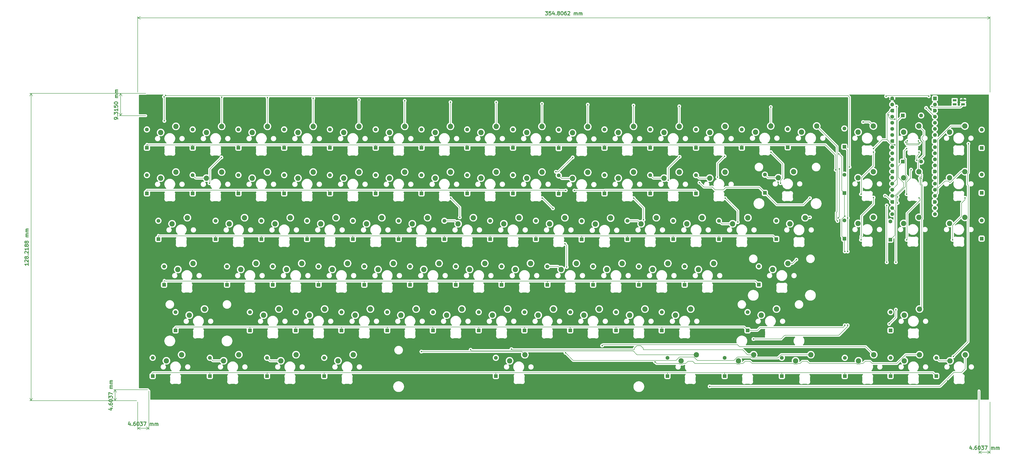
<source format=gbr>
%TF.GenerationSoftware,KiCad,Pcbnew,9.0.3-9.0.3-0~ubuntu24.04.1*%
%TF.CreationDate,2025-07-19T21:47:56-07:00*%
%TF.ProjectId,Keyboard,4b657962-6f61-4726-942e-6b696361645f,rev?*%
%TF.SameCoordinates,Original*%
%TF.FileFunction,Copper,L1,Top*%
%TF.FilePolarity,Positive*%
%FSLAX46Y46*%
G04 Gerber Fmt 4.6, Leading zero omitted, Abs format (unit mm)*
G04 Created by KiCad (PCBNEW 9.0.3-9.0.3-0~ubuntu24.04.1) date 2025-07-19 21:47:56*
%MOMM*%
%LPD*%
G01*
G04 APERTURE LIST*
G04 Aperture macros list*
%AMRoundRect*
0 Rectangle with rounded corners*
0 $1 Rounding radius*
0 $2 $3 $4 $5 $6 $7 $8 $9 X,Y pos of 4 corners*
0 Add a 4 corners polygon primitive as box body*
4,1,4,$2,$3,$4,$5,$6,$7,$8,$9,$2,$3,0*
0 Add four circle primitives for the rounded corners*
1,1,$1+$1,$2,$3*
1,1,$1+$1,$4,$5*
1,1,$1+$1,$6,$7*
1,1,$1+$1,$8,$9*
0 Add four rect primitives between the rounded corners*
20,1,$1+$1,$2,$3,$4,$5,0*
20,1,$1+$1,$4,$5,$6,$7,0*
20,1,$1+$1,$6,$7,$8,$9,0*
20,1,$1+$1,$8,$9,$2,$3,0*%
%AMFreePoly0*
4,1,37,0.603843,0.796157,0.639018,0.796157,0.711114,0.766294,0.766294,0.711114,0.796157,0.639018,0.796157,0.603843,0.800000,0.600000,0.800000,-0.600000,0.796157,-0.603843,0.796157,-0.639018,0.766294,-0.711114,0.711114,-0.766294,0.639018,-0.796157,0.603843,-0.796157,0.600000,-0.800000,0.000000,-0.800000,0.000000,-0.796148,-0.078414,-0.796148,-0.232228,-0.765552,-0.377117,-0.705537,
-0.507515,-0.618408,-0.618408,-0.507515,-0.705537,-0.377117,-0.765552,-0.232228,-0.796148,-0.078414,-0.796148,0.078414,-0.765552,0.232228,-0.705537,0.377117,-0.618408,0.507515,-0.507515,0.618408,-0.377117,0.705537,-0.232228,0.765552,-0.078414,0.796148,0.000000,0.796148,0.000000,0.800000,0.600000,0.800000,0.603843,0.796157,0.603843,0.796157,$1*%
%AMFreePoly1*
4,1,37,0.000000,0.796148,0.078414,0.796148,0.232228,0.765552,0.377117,0.705537,0.507515,0.618408,0.618408,0.507515,0.705537,0.377117,0.765552,0.232228,0.796148,0.078414,0.796148,-0.078414,0.765552,-0.232228,0.705537,-0.377117,0.618408,-0.507515,0.507515,-0.618408,0.377117,-0.705537,0.232228,-0.765552,0.078414,-0.796148,0.000000,-0.796148,0.000000,-0.800000,-0.600000,-0.800000,
-0.603843,-0.796157,-0.639018,-0.796157,-0.711114,-0.766294,-0.766294,-0.711114,-0.796157,-0.639018,-0.796157,-0.603843,-0.800000,-0.600000,-0.800000,0.600000,-0.796157,0.603843,-0.796157,0.639018,-0.766294,0.711114,-0.711114,0.766294,-0.639018,0.796157,-0.603843,0.796157,-0.600000,0.800000,0.000000,0.800000,0.000000,0.796148,0.000000,0.796148,$1*%
G04 Aperture macros list end*
%ADD10C,0.300000*%
%TA.AperFunction,NonConductor*%
%ADD11C,0.300000*%
%TD*%
%TA.AperFunction,NonConductor*%
%ADD12C,0.200000*%
%TD*%
%TA.AperFunction,ComponentPad*%
%ADD13C,2.200000*%
%TD*%
%TA.AperFunction,ComponentPad*%
%ADD14RoundRect,0.250000X0.550000X-0.550000X0.550000X0.550000X-0.550000X0.550000X-0.550000X-0.550000X0*%
%TD*%
%TA.AperFunction,ComponentPad*%
%ADD15C,1.600000*%
%TD*%
%TA.AperFunction,SMDPad,CuDef*%
%ADD16R,1.600000X0.850000*%
%TD*%
%TA.AperFunction,ComponentPad*%
%ADD17RoundRect,0.250000X-0.550000X-0.550000X0.550000X-0.550000X0.550000X0.550000X-0.550000X0.550000X0*%
%TD*%
%TA.AperFunction,ComponentPad*%
%ADD18RoundRect,0.200000X0.600000X0.600000X-0.600000X0.600000X-0.600000X-0.600000X0.600000X-0.600000X0*%
%TD*%
%TA.AperFunction,ComponentPad*%
%ADD19FreePoly0,180.000000*%
%TD*%
%TA.AperFunction,ComponentPad*%
%ADD20FreePoly1,180.000000*%
%TD*%
%TA.AperFunction,ViaPad*%
%ADD21C,0.600000*%
%TD*%
%TA.AperFunction,Conductor*%
%ADD22C,0.200000*%
%TD*%
G04 APERTURE END LIST*
D10*
D11*
X-35371671Y-148454374D02*
X-34371671Y-148454374D01*
X-35943100Y-148811516D02*
X-34871671Y-149168659D01*
X-34871671Y-149168659D02*
X-34871671Y-148240088D01*
X-34514528Y-147668660D02*
X-34443100Y-147597231D01*
X-34443100Y-147597231D02*
X-34371671Y-147668660D01*
X-34371671Y-147668660D02*
X-34443100Y-147740088D01*
X-34443100Y-147740088D02*
X-34514528Y-147668660D01*
X-34514528Y-147668660D02*
X-34371671Y-147668660D01*
X-35871671Y-146311517D02*
X-35871671Y-146597231D01*
X-35871671Y-146597231D02*
X-35800242Y-146740088D01*
X-35800242Y-146740088D02*
X-35728814Y-146811517D01*
X-35728814Y-146811517D02*
X-35514528Y-146954374D01*
X-35514528Y-146954374D02*
X-35228814Y-147025802D01*
X-35228814Y-147025802D02*
X-34657385Y-147025802D01*
X-34657385Y-147025802D02*
X-34514528Y-146954374D01*
X-34514528Y-146954374D02*
X-34443100Y-146882945D01*
X-34443100Y-146882945D02*
X-34371671Y-146740088D01*
X-34371671Y-146740088D02*
X-34371671Y-146454374D01*
X-34371671Y-146454374D02*
X-34443100Y-146311517D01*
X-34443100Y-146311517D02*
X-34514528Y-146240088D01*
X-34514528Y-146240088D02*
X-34657385Y-146168659D01*
X-34657385Y-146168659D02*
X-35014528Y-146168659D01*
X-35014528Y-146168659D02*
X-35157385Y-146240088D01*
X-35157385Y-146240088D02*
X-35228814Y-146311517D01*
X-35228814Y-146311517D02*
X-35300242Y-146454374D01*
X-35300242Y-146454374D02*
X-35300242Y-146740088D01*
X-35300242Y-146740088D02*
X-35228814Y-146882945D01*
X-35228814Y-146882945D02*
X-35157385Y-146954374D01*
X-35157385Y-146954374D02*
X-35014528Y-147025802D01*
X-35871671Y-145240088D02*
X-35871671Y-145097231D01*
X-35871671Y-145097231D02*
X-35800242Y-144954374D01*
X-35800242Y-144954374D02*
X-35728814Y-144882946D01*
X-35728814Y-144882946D02*
X-35585957Y-144811517D01*
X-35585957Y-144811517D02*
X-35300242Y-144740088D01*
X-35300242Y-144740088D02*
X-34943100Y-144740088D01*
X-34943100Y-144740088D02*
X-34657385Y-144811517D01*
X-34657385Y-144811517D02*
X-34514528Y-144882946D01*
X-34514528Y-144882946D02*
X-34443100Y-144954374D01*
X-34443100Y-144954374D02*
X-34371671Y-145097231D01*
X-34371671Y-145097231D02*
X-34371671Y-145240088D01*
X-34371671Y-145240088D02*
X-34443100Y-145382946D01*
X-34443100Y-145382946D02*
X-34514528Y-145454374D01*
X-34514528Y-145454374D02*
X-34657385Y-145525803D01*
X-34657385Y-145525803D02*
X-34943100Y-145597231D01*
X-34943100Y-145597231D02*
X-35300242Y-145597231D01*
X-35300242Y-145597231D02*
X-35585957Y-145525803D01*
X-35585957Y-145525803D02*
X-35728814Y-145454374D01*
X-35728814Y-145454374D02*
X-35800242Y-145382946D01*
X-35800242Y-145382946D02*
X-35871671Y-145240088D01*
X-35871671Y-144240089D02*
X-35871671Y-143311517D01*
X-35871671Y-143311517D02*
X-35300242Y-143811517D01*
X-35300242Y-143811517D02*
X-35300242Y-143597232D01*
X-35300242Y-143597232D02*
X-35228814Y-143454375D01*
X-35228814Y-143454375D02*
X-35157385Y-143382946D01*
X-35157385Y-143382946D02*
X-35014528Y-143311517D01*
X-35014528Y-143311517D02*
X-34657385Y-143311517D01*
X-34657385Y-143311517D02*
X-34514528Y-143382946D01*
X-34514528Y-143382946D02*
X-34443100Y-143454375D01*
X-34443100Y-143454375D02*
X-34371671Y-143597232D01*
X-34371671Y-143597232D02*
X-34371671Y-144025803D01*
X-34371671Y-144025803D02*
X-34443100Y-144168660D01*
X-34443100Y-144168660D02*
X-34514528Y-144240089D01*
X-35871671Y-142811518D02*
X-35871671Y-141811518D01*
X-35871671Y-141811518D02*
X-34371671Y-142454375D01*
X-34371671Y-140097233D02*
X-35371671Y-140097233D01*
X-35228814Y-140097233D02*
X-35300242Y-140025804D01*
X-35300242Y-140025804D02*
X-35371671Y-139882947D01*
X-35371671Y-139882947D02*
X-35371671Y-139668661D01*
X-35371671Y-139668661D02*
X-35300242Y-139525804D01*
X-35300242Y-139525804D02*
X-35157385Y-139454376D01*
X-35157385Y-139454376D02*
X-34371671Y-139454376D01*
X-35157385Y-139454376D02*
X-35300242Y-139382947D01*
X-35300242Y-139382947D02*
X-35371671Y-139240090D01*
X-35371671Y-139240090D02*
X-35371671Y-139025804D01*
X-35371671Y-139025804D02*
X-35300242Y-138882947D01*
X-35300242Y-138882947D02*
X-35157385Y-138811518D01*
X-35157385Y-138811518D02*
X-34371671Y-138811518D01*
X-34371671Y-138097233D02*
X-35371671Y-138097233D01*
X-35228814Y-138097233D02*
X-35300242Y-138025804D01*
X-35300242Y-138025804D02*
X-35371671Y-137882947D01*
X-35371671Y-137882947D02*
X-35371671Y-137668661D01*
X-35371671Y-137668661D02*
X-35300242Y-137525804D01*
X-35300242Y-137525804D02*
X-35157385Y-137454376D01*
X-35157385Y-137454376D02*
X-34371671Y-137454376D01*
X-35157385Y-137454376D02*
X-35300242Y-137382947D01*
X-35300242Y-137382947D02*
X-35371671Y-137240090D01*
X-35371671Y-137240090D02*
X-35371671Y-137025804D01*
X-35371671Y-137025804D02*
X-35300242Y-136882947D01*
X-35300242Y-136882947D02*
X-35157385Y-136811518D01*
X-35157385Y-136811518D02*
X-34371671Y-136811518D01*
D12*
X-24312500Y-145256250D02*
X-33836420Y-145256250D01*
X-33836420Y-140652500D02*
X-19708750Y-140652500D01*
X-33250000Y-145256250D02*
X-33250000Y-140652500D01*
X-33250000Y-145256250D02*
X-33836421Y-144129746D01*
X-33250000Y-145256250D02*
X-32663579Y-144129746D01*
X-33250000Y-140652500D02*
X-32663579Y-141779004D01*
X-33250000Y-140652500D02*
X-33836421Y-141779004D01*
D10*
D11*
X145876340Y17121671D02*
X146804912Y17121671D01*
X146804912Y17121671D02*
X146304912Y16550242D01*
X146304912Y16550242D02*
X146519197Y16550242D01*
X146519197Y16550242D02*
X146662055Y16478814D01*
X146662055Y16478814D02*
X146733483Y16407385D01*
X146733483Y16407385D02*
X146804912Y16264528D01*
X146804912Y16264528D02*
X146804912Y15907385D01*
X146804912Y15907385D02*
X146733483Y15764528D01*
X146733483Y15764528D02*
X146662055Y15693100D01*
X146662055Y15693100D02*
X146519197Y15621671D01*
X146519197Y15621671D02*
X146090626Y15621671D01*
X146090626Y15621671D02*
X145947769Y15693100D01*
X145947769Y15693100D02*
X145876340Y15764528D01*
X148162054Y17121671D02*
X147447768Y17121671D01*
X147447768Y17121671D02*
X147376340Y16407385D01*
X147376340Y16407385D02*
X147447768Y16478814D01*
X147447768Y16478814D02*
X147590626Y16550242D01*
X147590626Y16550242D02*
X147947768Y16550242D01*
X147947768Y16550242D02*
X148090626Y16478814D01*
X148090626Y16478814D02*
X148162054Y16407385D01*
X148162054Y16407385D02*
X148233483Y16264528D01*
X148233483Y16264528D02*
X148233483Y15907385D01*
X148233483Y15907385D02*
X148162054Y15764528D01*
X148162054Y15764528D02*
X148090626Y15693100D01*
X148090626Y15693100D02*
X147947768Y15621671D01*
X147947768Y15621671D02*
X147590626Y15621671D01*
X147590626Y15621671D02*
X147447768Y15693100D01*
X147447768Y15693100D02*
X147376340Y15764528D01*
X149519197Y16621671D02*
X149519197Y15621671D01*
X149162054Y17193100D02*
X148804911Y16121671D01*
X148804911Y16121671D02*
X149733482Y16121671D01*
X150304910Y15764528D02*
X150376339Y15693100D01*
X150376339Y15693100D02*
X150304910Y15621671D01*
X150304910Y15621671D02*
X150233482Y15693100D01*
X150233482Y15693100D02*
X150304910Y15764528D01*
X150304910Y15764528D02*
X150304910Y15621671D01*
X151233482Y16478814D02*
X151090625Y16550242D01*
X151090625Y16550242D02*
X151019196Y16621671D01*
X151019196Y16621671D02*
X150947768Y16764528D01*
X150947768Y16764528D02*
X150947768Y16835957D01*
X150947768Y16835957D02*
X151019196Y16978814D01*
X151019196Y16978814D02*
X151090625Y17050242D01*
X151090625Y17050242D02*
X151233482Y17121671D01*
X151233482Y17121671D02*
X151519196Y17121671D01*
X151519196Y17121671D02*
X151662054Y17050242D01*
X151662054Y17050242D02*
X151733482Y16978814D01*
X151733482Y16978814D02*
X151804911Y16835957D01*
X151804911Y16835957D02*
X151804911Y16764528D01*
X151804911Y16764528D02*
X151733482Y16621671D01*
X151733482Y16621671D02*
X151662054Y16550242D01*
X151662054Y16550242D02*
X151519196Y16478814D01*
X151519196Y16478814D02*
X151233482Y16478814D01*
X151233482Y16478814D02*
X151090625Y16407385D01*
X151090625Y16407385D02*
X151019196Y16335957D01*
X151019196Y16335957D02*
X150947768Y16193100D01*
X150947768Y16193100D02*
X150947768Y15907385D01*
X150947768Y15907385D02*
X151019196Y15764528D01*
X151019196Y15764528D02*
X151090625Y15693100D01*
X151090625Y15693100D02*
X151233482Y15621671D01*
X151233482Y15621671D02*
X151519196Y15621671D01*
X151519196Y15621671D02*
X151662054Y15693100D01*
X151662054Y15693100D02*
X151733482Y15764528D01*
X151733482Y15764528D02*
X151804911Y15907385D01*
X151804911Y15907385D02*
X151804911Y16193100D01*
X151804911Y16193100D02*
X151733482Y16335957D01*
X151733482Y16335957D02*
X151662054Y16407385D01*
X151662054Y16407385D02*
X151519196Y16478814D01*
X152733482Y17121671D02*
X152876339Y17121671D01*
X152876339Y17121671D02*
X153019196Y17050242D01*
X153019196Y17050242D02*
X153090625Y16978814D01*
X153090625Y16978814D02*
X153162053Y16835957D01*
X153162053Y16835957D02*
X153233482Y16550242D01*
X153233482Y16550242D02*
X153233482Y16193100D01*
X153233482Y16193100D02*
X153162053Y15907385D01*
X153162053Y15907385D02*
X153090625Y15764528D01*
X153090625Y15764528D02*
X153019196Y15693100D01*
X153019196Y15693100D02*
X152876339Y15621671D01*
X152876339Y15621671D02*
X152733482Y15621671D01*
X152733482Y15621671D02*
X152590625Y15693100D01*
X152590625Y15693100D02*
X152519196Y15764528D01*
X152519196Y15764528D02*
X152447767Y15907385D01*
X152447767Y15907385D02*
X152376339Y16193100D01*
X152376339Y16193100D02*
X152376339Y16550242D01*
X152376339Y16550242D02*
X152447767Y16835957D01*
X152447767Y16835957D02*
X152519196Y16978814D01*
X152519196Y16978814D02*
X152590625Y17050242D01*
X152590625Y17050242D02*
X152733482Y17121671D01*
X154519196Y17121671D02*
X154233481Y17121671D01*
X154233481Y17121671D02*
X154090624Y17050242D01*
X154090624Y17050242D02*
X154019196Y16978814D01*
X154019196Y16978814D02*
X153876338Y16764528D01*
X153876338Y16764528D02*
X153804910Y16478814D01*
X153804910Y16478814D02*
X153804910Y15907385D01*
X153804910Y15907385D02*
X153876338Y15764528D01*
X153876338Y15764528D02*
X153947767Y15693100D01*
X153947767Y15693100D02*
X154090624Y15621671D01*
X154090624Y15621671D02*
X154376338Y15621671D01*
X154376338Y15621671D02*
X154519196Y15693100D01*
X154519196Y15693100D02*
X154590624Y15764528D01*
X154590624Y15764528D02*
X154662053Y15907385D01*
X154662053Y15907385D02*
X154662053Y16264528D01*
X154662053Y16264528D02*
X154590624Y16407385D01*
X154590624Y16407385D02*
X154519196Y16478814D01*
X154519196Y16478814D02*
X154376338Y16550242D01*
X154376338Y16550242D02*
X154090624Y16550242D01*
X154090624Y16550242D02*
X153947767Y16478814D01*
X153947767Y16478814D02*
X153876338Y16407385D01*
X153876338Y16407385D02*
X153804910Y16264528D01*
X155233481Y16978814D02*
X155304909Y17050242D01*
X155304909Y17050242D02*
X155447767Y17121671D01*
X155447767Y17121671D02*
X155804909Y17121671D01*
X155804909Y17121671D02*
X155947767Y17050242D01*
X155947767Y17050242D02*
X156019195Y16978814D01*
X156019195Y16978814D02*
X156090624Y16835957D01*
X156090624Y16835957D02*
X156090624Y16693100D01*
X156090624Y16693100D02*
X156019195Y16478814D01*
X156019195Y16478814D02*
X155162052Y15621671D01*
X155162052Y15621671D02*
X156090624Y15621671D01*
X157876337Y15621671D02*
X157876337Y16621671D01*
X157876337Y16478814D02*
X157947766Y16550242D01*
X157947766Y16550242D02*
X158090623Y16621671D01*
X158090623Y16621671D02*
X158304909Y16621671D01*
X158304909Y16621671D02*
X158447766Y16550242D01*
X158447766Y16550242D02*
X158519195Y16407385D01*
X158519195Y16407385D02*
X158519195Y15621671D01*
X158519195Y16407385D02*
X158590623Y16550242D01*
X158590623Y16550242D02*
X158733480Y16621671D01*
X158733480Y16621671D02*
X158947766Y16621671D01*
X158947766Y16621671D02*
X159090623Y16550242D01*
X159090623Y16550242D02*
X159162052Y16407385D01*
X159162052Y16407385D02*
X159162052Y15621671D01*
X159876337Y15621671D02*
X159876337Y16621671D01*
X159876337Y16478814D02*
X159947766Y16550242D01*
X159947766Y16550242D02*
X160090623Y16621671D01*
X160090623Y16621671D02*
X160304909Y16621671D01*
X160304909Y16621671D02*
X160447766Y16550242D01*
X160447766Y16550242D02*
X160519195Y16407385D01*
X160519195Y16407385D02*
X160519195Y15621671D01*
X160519195Y16407385D02*
X160590623Y16550242D01*
X160590623Y16550242D02*
X160733480Y16621671D01*
X160733480Y16621671D02*
X160947766Y16621671D01*
X160947766Y16621671D02*
X161090623Y16550242D01*
X161090623Y16550242D02*
X161162052Y16407385D01*
X161162052Y16407385D02*
X161162052Y15621671D01*
D12*
X330993750Y-16537500D02*
X330993750Y15086420D01*
X-23812500Y15086420D02*
X-23812500Y-16537500D01*
X330993750Y14500000D02*
X-23812500Y14500000D01*
X330993750Y14500000D02*
X329867246Y13913579D01*
X330993750Y14500000D02*
X329867246Y15086421D01*
X-23812500Y14500000D02*
X-22685996Y15086421D01*
X-23812500Y14500000D02*
X-22685996Y13913579D01*
D10*
D11*
X323191876Y-164628328D02*
X323191876Y-165628328D01*
X322834733Y-164056900D02*
X322477590Y-165128328D01*
X322477590Y-165128328D02*
X323406161Y-165128328D01*
X323977589Y-165485471D02*
X324049018Y-165556900D01*
X324049018Y-165556900D02*
X323977589Y-165628328D01*
X323977589Y-165628328D02*
X323906161Y-165556900D01*
X323906161Y-165556900D02*
X323977589Y-165485471D01*
X323977589Y-165485471D02*
X323977589Y-165628328D01*
X325334733Y-164128328D02*
X325049018Y-164128328D01*
X325049018Y-164128328D02*
X324906161Y-164199757D01*
X324906161Y-164199757D02*
X324834733Y-164271185D01*
X324834733Y-164271185D02*
X324691875Y-164485471D01*
X324691875Y-164485471D02*
X324620447Y-164771185D01*
X324620447Y-164771185D02*
X324620447Y-165342614D01*
X324620447Y-165342614D02*
X324691875Y-165485471D01*
X324691875Y-165485471D02*
X324763304Y-165556900D01*
X324763304Y-165556900D02*
X324906161Y-165628328D01*
X324906161Y-165628328D02*
X325191875Y-165628328D01*
X325191875Y-165628328D02*
X325334733Y-165556900D01*
X325334733Y-165556900D02*
X325406161Y-165485471D01*
X325406161Y-165485471D02*
X325477590Y-165342614D01*
X325477590Y-165342614D02*
X325477590Y-164985471D01*
X325477590Y-164985471D02*
X325406161Y-164842614D01*
X325406161Y-164842614D02*
X325334733Y-164771185D01*
X325334733Y-164771185D02*
X325191875Y-164699757D01*
X325191875Y-164699757D02*
X324906161Y-164699757D01*
X324906161Y-164699757D02*
X324763304Y-164771185D01*
X324763304Y-164771185D02*
X324691875Y-164842614D01*
X324691875Y-164842614D02*
X324620447Y-164985471D01*
X326406161Y-164128328D02*
X326549018Y-164128328D01*
X326549018Y-164128328D02*
X326691875Y-164199757D01*
X326691875Y-164199757D02*
X326763304Y-164271185D01*
X326763304Y-164271185D02*
X326834732Y-164414042D01*
X326834732Y-164414042D02*
X326906161Y-164699757D01*
X326906161Y-164699757D02*
X326906161Y-165056900D01*
X326906161Y-165056900D02*
X326834732Y-165342614D01*
X326834732Y-165342614D02*
X326763304Y-165485471D01*
X326763304Y-165485471D02*
X326691875Y-165556900D01*
X326691875Y-165556900D02*
X326549018Y-165628328D01*
X326549018Y-165628328D02*
X326406161Y-165628328D01*
X326406161Y-165628328D02*
X326263304Y-165556900D01*
X326263304Y-165556900D02*
X326191875Y-165485471D01*
X326191875Y-165485471D02*
X326120446Y-165342614D01*
X326120446Y-165342614D02*
X326049018Y-165056900D01*
X326049018Y-165056900D02*
X326049018Y-164699757D01*
X326049018Y-164699757D02*
X326120446Y-164414042D01*
X326120446Y-164414042D02*
X326191875Y-164271185D01*
X326191875Y-164271185D02*
X326263304Y-164199757D01*
X326263304Y-164199757D02*
X326406161Y-164128328D01*
X327406160Y-164128328D02*
X328334732Y-164128328D01*
X328334732Y-164128328D02*
X327834732Y-164699757D01*
X327834732Y-164699757D02*
X328049017Y-164699757D01*
X328049017Y-164699757D02*
X328191875Y-164771185D01*
X328191875Y-164771185D02*
X328263303Y-164842614D01*
X328263303Y-164842614D02*
X328334732Y-164985471D01*
X328334732Y-164985471D02*
X328334732Y-165342614D01*
X328334732Y-165342614D02*
X328263303Y-165485471D01*
X328263303Y-165485471D02*
X328191875Y-165556900D01*
X328191875Y-165556900D02*
X328049017Y-165628328D01*
X328049017Y-165628328D02*
X327620446Y-165628328D01*
X327620446Y-165628328D02*
X327477589Y-165556900D01*
X327477589Y-165556900D02*
X327406160Y-165485471D01*
X328834731Y-164128328D02*
X329834731Y-164128328D01*
X329834731Y-164128328D02*
X329191874Y-165628328D01*
X331549016Y-165628328D02*
X331549016Y-164628328D01*
X331549016Y-164771185D02*
X331620445Y-164699757D01*
X331620445Y-164699757D02*
X331763302Y-164628328D01*
X331763302Y-164628328D02*
X331977588Y-164628328D01*
X331977588Y-164628328D02*
X332120445Y-164699757D01*
X332120445Y-164699757D02*
X332191874Y-164842614D01*
X332191874Y-164842614D02*
X332191874Y-165628328D01*
X332191874Y-164842614D02*
X332263302Y-164699757D01*
X332263302Y-164699757D02*
X332406159Y-164628328D01*
X332406159Y-164628328D02*
X332620445Y-164628328D01*
X332620445Y-164628328D02*
X332763302Y-164699757D01*
X332763302Y-164699757D02*
X332834731Y-164842614D01*
X332834731Y-164842614D02*
X332834731Y-165628328D01*
X333549016Y-165628328D02*
X333549016Y-164628328D01*
X333549016Y-164771185D02*
X333620445Y-164699757D01*
X333620445Y-164699757D02*
X333763302Y-164628328D01*
X333763302Y-164628328D02*
X333977588Y-164628328D01*
X333977588Y-164628328D02*
X334120445Y-164699757D01*
X334120445Y-164699757D02*
X334191874Y-164842614D01*
X334191874Y-164842614D02*
X334191874Y-165628328D01*
X334191874Y-164842614D02*
X334263302Y-164699757D01*
X334263302Y-164699757D02*
X334406159Y-164628328D01*
X334406159Y-164628328D02*
X334620445Y-164628328D01*
X334620445Y-164628328D02*
X334763302Y-164699757D01*
X334763302Y-164699757D02*
X334834731Y-164842614D01*
X334834731Y-164842614D02*
X334834731Y-165628328D01*
D12*
X330993750Y-145756250D02*
X330993750Y-167336420D01*
X326390000Y-167336420D02*
X326390000Y-141152500D01*
X330993750Y-166750000D02*
X326390000Y-166750000D01*
X330993750Y-166750000D02*
X329867246Y-167336421D01*
X330993750Y-166750000D02*
X329867246Y-166163579D01*
X326390000Y-166750000D02*
X327516504Y-166163579D01*
X326390000Y-166750000D02*
X327516504Y-167336421D01*
D10*
D11*
X-32121671Y-27766427D02*
X-32121671Y-27480713D01*
X-32121671Y-27480713D02*
X-32193100Y-27337856D01*
X-32193100Y-27337856D02*
X-32264528Y-27266427D01*
X-32264528Y-27266427D02*
X-32478814Y-27123570D01*
X-32478814Y-27123570D02*
X-32764528Y-27052141D01*
X-32764528Y-27052141D02*
X-33335957Y-27052141D01*
X-33335957Y-27052141D02*
X-33478814Y-27123570D01*
X-33478814Y-27123570D02*
X-33550242Y-27194999D01*
X-33550242Y-27194999D02*
X-33621671Y-27337856D01*
X-33621671Y-27337856D02*
X-33621671Y-27623570D01*
X-33621671Y-27623570D02*
X-33550242Y-27766427D01*
X-33550242Y-27766427D02*
X-33478814Y-27837856D01*
X-33478814Y-27837856D02*
X-33335957Y-27909284D01*
X-33335957Y-27909284D02*
X-32978814Y-27909284D01*
X-32978814Y-27909284D02*
X-32835957Y-27837856D01*
X-32835957Y-27837856D02*
X-32764528Y-27766427D01*
X-32764528Y-27766427D02*
X-32693100Y-27623570D01*
X-32693100Y-27623570D02*
X-32693100Y-27337856D01*
X-32693100Y-27337856D02*
X-32764528Y-27194999D01*
X-32764528Y-27194999D02*
X-32835957Y-27123570D01*
X-32835957Y-27123570D02*
X-32978814Y-27052141D01*
X-32264528Y-26409285D02*
X-32193100Y-26337856D01*
X-32193100Y-26337856D02*
X-32121671Y-26409285D01*
X-32121671Y-26409285D02*
X-32193100Y-26480713D01*
X-32193100Y-26480713D02*
X-32264528Y-26409285D01*
X-32264528Y-26409285D02*
X-32121671Y-26409285D01*
X-33621671Y-25837856D02*
X-33621671Y-24909284D01*
X-33621671Y-24909284D02*
X-33050242Y-25409284D01*
X-33050242Y-25409284D02*
X-33050242Y-25194999D01*
X-33050242Y-25194999D02*
X-32978814Y-25052142D01*
X-32978814Y-25052142D02*
X-32907385Y-24980713D01*
X-32907385Y-24980713D02*
X-32764528Y-24909284D01*
X-32764528Y-24909284D02*
X-32407385Y-24909284D01*
X-32407385Y-24909284D02*
X-32264528Y-24980713D01*
X-32264528Y-24980713D02*
X-32193100Y-25052142D01*
X-32193100Y-25052142D02*
X-32121671Y-25194999D01*
X-32121671Y-25194999D02*
X-32121671Y-25623570D01*
X-32121671Y-25623570D02*
X-32193100Y-25766427D01*
X-32193100Y-25766427D02*
X-32264528Y-25837856D01*
X-32121671Y-23480713D02*
X-32121671Y-24337856D01*
X-32121671Y-23909285D02*
X-33621671Y-23909285D01*
X-33621671Y-23909285D02*
X-33407385Y-24052142D01*
X-33407385Y-24052142D02*
X-33264528Y-24194999D01*
X-33264528Y-24194999D02*
X-33193100Y-24337856D01*
X-33621671Y-22123571D02*
X-33621671Y-22837857D01*
X-33621671Y-22837857D02*
X-32907385Y-22909285D01*
X-32907385Y-22909285D02*
X-32978814Y-22837857D01*
X-32978814Y-22837857D02*
X-33050242Y-22695000D01*
X-33050242Y-22695000D02*
X-33050242Y-22337857D01*
X-33050242Y-22337857D02*
X-32978814Y-22195000D01*
X-32978814Y-22195000D02*
X-32907385Y-22123571D01*
X-32907385Y-22123571D02*
X-32764528Y-22052142D01*
X-32764528Y-22052142D02*
X-32407385Y-22052142D01*
X-32407385Y-22052142D02*
X-32264528Y-22123571D01*
X-32264528Y-22123571D02*
X-32193100Y-22195000D01*
X-32193100Y-22195000D02*
X-32121671Y-22337857D01*
X-32121671Y-22337857D02*
X-32121671Y-22695000D01*
X-32121671Y-22695000D02*
X-32193100Y-22837857D01*
X-32193100Y-22837857D02*
X-32264528Y-22909285D01*
X-33621671Y-21123571D02*
X-33621671Y-20980714D01*
X-33621671Y-20980714D02*
X-33550242Y-20837857D01*
X-33550242Y-20837857D02*
X-33478814Y-20766429D01*
X-33478814Y-20766429D02*
X-33335957Y-20695000D01*
X-33335957Y-20695000D02*
X-33050242Y-20623571D01*
X-33050242Y-20623571D02*
X-32693100Y-20623571D01*
X-32693100Y-20623571D02*
X-32407385Y-20695000D01*
X-32407385Y-20695000D02*
X-32264528Y-20766429D01*
X-32264528Y-20766429D02*
X-32193100Y-20837857D01*
X-32193100Y-20837857D02*
X-32121671Y-20980714D01*
X-32121671Y-20980714D02*
X-32121671Y-21123571D01*
X-32121671Y-21123571D02*
X-32193100Y-21266429D01*
X-32193100Y-21266429D02*
X-32264528Y-21337857D01*
X-32264528Y-21337857D02*
X-32407385Y-21409286D01*
X-32407385Y-21409286D02*
X-32693100Y-21480714D01*
X-32693100Y-21480714D02*
X-33050242Y-21480714D01*
X-33050242Y-21480714D02*
X-33335957Y-21409286D01*
X-33335957Y-21409286D02*
X-33478814Y-21337857D01*
X-33478814Y-21337857D02*
X-33550242Y-21266429D01*
X-33550242Y-21266429D02*
X-33621671Y-21123571D01*
X-32121671Y-18837858D02*
X-33121671Y-18837858D01*
X-32978814Y-18837858D02*
X-33050242Y-18766429D01*
X-33050242Y-18766429D02*
X-33121671Y-18623572D01*
X-33121671Y-18623572D02*
X-33121671Y-18409286D01*
X-33121671Y-18409286D02*
X-33050242Y-18266429D01*
X-33050242Y-18266429D02*
X-32907385Y-18195001D01*
X-32907385Y-18195001D02*
X-32121671Y-18195001D01*
X-32907385Y-18195001D02*
X-33050242Y-18123572D01*
X-33050242Y-18123572D02*
X-33121671Y-17980715D01*
X-33121671Y-17980715D02*
X-33121671Y-17766429D01*
X-33121671Y-17766429D02*
X-33050242Y-17623572D01*
X-33050242Y-17623572D02*
X-32907385Y-17552143D01*
X-32907385Y-17552143D02*
X-32121671Y-17552143D01*
X-32121671Y-16837858D02*
X-33121671Y-16837858D01*
X-32978814Y-16837858D02*
X-33050242Y-16766429D01*
X-33050242Y-16766429D02*
X-33121671Y-16623572D01*
X-33121671Y-16623572D02*
X-33121671Y-16409286D01*
X-33121671Y-16409286D02*
X-33050242Y-16266429D01*
X-33050242Y-16266429D02*
X-32907385Y-16195001D01*
X-32907385Y-16195001D02*
X-32121671Y-16195001D01*
X-32907385Y-16195001D02*
X-33050242Y-16123572D01*
X-33050242Y-16123572D02*
X-33121671Y-15980715D01*
X-33121671Y-15980715D02*
X-33121671Y-15766429D01*
X-33121671Y-15766429D02*
X-33050242Y-15623572D01*
X-33050242Y-15623572D02*
X-32907385Y-15552143D01*
X-32907385Y-15552143D02*
X-32121671Y-15552143D01*
D12*
X-20502500Y-26352500D02*
X-31586420Y-26352500D01*
X-31586420Y-17037500D02*
X-20502500Y-17037500D01*
X-31000000Y-26352500D02*
X-31000000Y-17037500D01*
X-31000000Y-26352500D02*
X-31586421Y-25225996D01*
X-31000000Y-26352500D02*
X-30413579Y-25225996D01*
X-31000000Y-17037500D02*
X-30413579Y-18164004D01*
X-31000000Y-17037500D02*
X-31586421Y-18164004D01*
D10*
D11*
X-27010624Y-154628328D02*
X-27010624Y-155628328D01*
X-27367766Y-154056900D02*
X-27724909Y-155128328D01*
X-27724909Y-155128328D02*
X-26796338Y-155128328D01*
X-26224910Y-155485471D02*
X-26153481Y-155556900D01*
X-26153481Y-155556900D02*
X-26224910Y-155628328D01*
X-26224910Y-155628328D02*
X-26296338Y-155556900D01*
X-26296338Y-155556900D02*
X-26224910Y-155485471D01*
X-26224910Y-155485471D02*
X-26224910Y-155628328D01*
X-24867767Y-154128328D02*
X-25153481Y-154128328D01*
X-25153481Y-154128328D02*
X-25296338Y-154199757D01*
X-25296338Y-154199757D02*
X-25367767Y-154271185D01*
X-25367767Y-154271185D02*
X-25510624Y-154485471D01*
X-25510624Y-154485471D02*
X-25582052Y-154771185D01*
X-25582052Y-154771185D02*
X-25582052Y-155342614D01*
X-25582052Y-155342614D02*
X-25510624Y-155485471D01*
X-25510624Y-155485471D02*
X-25439195Y-155556900D01*
X-25439195Y-155556900D02*
X-25296338Y-155628328D01*
X-25296338Y-155628328D02*
X-25010624Y-155628328D01*
X-25010624Y-155628328D02*
X-24867767Y-155556900D01*
X-24867767Y-155556900D02*
X-24796338Y-155485471D01*
X-24796338Y-155485471D02*
X-24724909Y-155342614D01*
X-24724909Y-155342614D02*
X-24724909Y-154985471D01*
X-24724909Y-154985471D02*
X-24796338Y-154842614D01*
X-24796338Y-154842614D02*
X-24867767Y-154771185D01*
X-24867767Y-154771185D02*
X-25010624Y-154699757D01*
X-25010624Y-154699757D02*
X-25296338Y-154699757D01*
X-25296338Y-154699757D02*
X-25439195Y-154771185D01*
X-25439195Y-154771185D02*
X-25510624Y-154842614D01*
X-25510624Y-154842614D02*
X-25582052Y-154985471D01*
X-23796338Y-154128328D02*
X-23653481Y-154128328D01*
X-23653481Y-154128328D02*
X-23510624Y-154199757D01*
X-23510624Y-154199757D02*
X-23439196Y-154271185D01*
X-23439196Y-154271185D02*
X-23367767Y-154414042D01*
X-23367767Y-154414042D02*
X-23296338Y-154699757D01*
X-23296338Y-154699757D02*
X-23296338Y-155056900D01*
X-23296338Y-155056900D02*
X-23367767Y-155342614D01*
X-23367767Y-155342614D02*
X-23439196Y-155485471D01*
X-23439196Y-155485471D02*
X-23510624Y-155556900D01*
X-23510624Y-155556900D02*
X-23653481Y-155628328D01*
X-23653481Y-155628328D02*
X-23796338Y-155628328D01*
X-23796338Y-155628328D02*
X-23939196Y-155556900D01*
X-23939196Y-155556900D02*
X-24010624Y-155485471D01*
X-24010624Y-155485471D02*
X-24082053Y-155342614D01*
X-24082053Y-155342614D02*
X-24153481Y-155056900D01*
X-24153481Y-155056900D02*
X-24153481Y-154699757D01*
X-24153481Y-154699757D02*
X-24082053Y-154414042D01*
X-24082053Y-154414042D02*
X-24010624Y-154271185D01*
X-24010624Y-154271185D02*
X-23939196Y-154199757D01*
X-23939196Y-154199757D02*
X-23796338Y-154128328D01*
X-22796339Y-154128328D02*
X-21867767Y-154128328D01*
X-21867767Y-154128328D02*
X-22367767Y-154699757D01*
X-22367767Y-154699757D02*
X-22153482Y-154699757D01*
X-22153482Y-154699757D02*
X-22010625Y-154771185D01*
X-22010625Y-154771185D02*
X-21939196Y-154842614D01*
X-21939196Y-154842614D02*
X-21867767Y-154985471D01*
X-21867767Y-154985471D02*
X-21867767Y-155342614D01*
X-21867767Y-155342614D02*
X-21939196Y-155485471D01*
X-21939196Y-155485471D02*
X-22010625Y-155556900D01*
X-22010625Y-155556900D02*
X-22153482Y-155628328D01*
X-22153482Y-155628328D02*
X-22582053Y-155628328D01*
X-22582053Y-155628328D02*
X-22724910Y-155556900D01*
X-22724910Y-155556900D02*
X-22796339Y-155485471D01*
X-21367768Y-154128328D02*
X-20367768Y-154128328D01*
X-20367768Y-154128328D02*
X-21010625Y-155628328D01*
X-18653483Y-155628328D02*
X-18653483Y-154628328D01*
X-18653483Y-154771185D02*
X-18582054Y-154699757D01*
X-18582054Y-154699757D02*
X-18439197Y-154628328D01*
X-18439197Y-154628328D02*
X-18224911Y-154628328D01*
X-18224911Y-154628328D02*
X-18082054Y-154699757D01*
X-18082054Y-154699757D02*
X-18010626Y-154842614D01*
X-18010626Y-154842614D02*
X-18010626Y-155628328D01*
X-18010626Y-154842614D02*
X-17939197Y-154699757D01*
X-17939197Y-154699757D02*
X-17796340Y-154628328D01*
X-17796340Y-154628328D02*
X-17582054Y-154628328D01*
X-17582054Y-154628328D02*
X-17439197Y-154699757D01*
X-17439197Y-154699757D02*
X-17367768Y-154842614D01*
X-17367768Y-154842614D02*
X-17367768Y-155628328D01*
X-16653483Y-155628328D02*
X-16653483Y-154628328D01*
X-16653483Y-154771185D02*
X-16582054Y-154699757D01*
X-16582054Y-154699757D02*
X-16439197Y-154628328D01*
X-16439197Y-154628328D02*
X-16224911Y-154628328D01*
X-16224911Y-154628328D02*
X-16082054Y-154699757D01*
X-16082054Y-154699757D02*
X-16010626Y-154842614D01*
X-16010626Y-154842614D02*
X-16010626Y-155628328D01*
X-16010626Y-154842614D02*
X-15939197Y-154699757D01*
X-15939197Y-154699757D02*
X-15796340Y-154628328D01*
X-15796340Y-154628328D02*
X-15582054Y-154628328D01*
X-15582054Y-154628328D02*
X-15439197Y-154699757D01*
X-15439197Y-154699757D02*
X-15367768Y-154842614D01*
X-15367768Y-154842614D02*
X-15367768Y-155628328D01*
D12*
X-23812500Y-145756250D02*
X-23812500Y-157336420D01*
X-19208750Y-157336420D02*
X-19208750Y-141152500D01*
X-23812500Y-156750000D02*
X-19208750Y-156750000D01*
X-23812500Y-156750000D02*
X-22685996Y-156163579D01*
X-23812500Y-156750000D02*
X-22685996Y-157336421D01*
X-19208750Y-156750000D02*
X-20335254Y-157336421D01*
X-19208750Y-156750000D02*
X-20335254Y-156163579D01*
D10*
D11*
X-69371671Y-87932587D02*
X-69371671Y-88789730D01*
X-69371671Y-88361159D02*
X-70871671Y-88361159D01*
X-70871671Y-88361159D02*
X-70657385Y-88504016D01*
X-70657385Y-88504016D02*
X-70514528Y-88646873D01*
X-70514528Y-88646873D02*
X-70443100Y-88789730D01*
X-70728814Y-87361159D02*
X-70800242Y-87289731D01*
X-70800242Y-87289731D02*
X-70871671Y-87146874D01*
X-70871671Y-87146874D02*
X-70871671Y-86789731D01*
X-70871671Y-86789731D02*
X-70800242Y-86646874D01*
X-70800242Y-86646874D02*
X-70728814Y-86575445D01*
X-70728814Y-86575445D02*
X-70585957Y-86504016D01*
X-70585957Y-86504016D02*
X-70443100Y-86504016D01*
X-70443100Y-86504016D02*
X-70228814Y-86575445D01*
X-70228814Y-86575445D02*
X-69371671Y-87432588D01*
X-69371671Y-87432588D02*
X-69371671Y-86504016D01*
X-70228814Y-85646874D02*
X-70300242Y-85789731D01*
X-70300242Y-85789731D02*
X-70371671Y-85861160D01*
X-70371671Y-85861160D02*
X-70514528Y-85932588D01*
X-70514528Y-85932588D02*
X-70585957Y-85932588D01*
X-70585957Y-85932588D02*
X-70728814Y-85861160D01*
X-70728814Y-85861160D02*
X-70800242Y-85789731D01*
X-70800242Y-85789731D02*
X-70871671Y-85646874D01*
X-70871671Y-85646874D02*
X-70871671Y-85361160D01*
X-70871671Y-85361160D02*
X-70800242Y-85218303D01*
X-70800242Y-85218303D02*
X-70728814Y-85146874D01*
X-70728814Y-85146874D02*
X-70585957Y-85075445D01*
X-70585957Y-85075445D02*
X-70514528Y-85075445D01*
X-70514528Y-85075445D02*
X-70371671Y-85146874D01*
X-70371671Y-85146874D02*
X-70300242Y-85218303D01*
X-70300242Y-85218303D02*
X-70228814Y-85361160D01*
X-70228814Y-85361160D02*
X-70228814Y-85646874D01*
X-70228814Y-85646874D02*
X-70157385Y-85789731D01*
X-70157385Y-85789731D02*
X-70085957Y-85861160D01*
X-70085957Y-85861160D02*
X-69943100Y-85932588D01*
X-69943100Y-85932588D02*
X-69657385Y-85932588D01*
X-69657385Y-85932588D02*
X-69514528Y-85861160D01*
X-69514528Y-85861160D02*
X-69443100Y-85789731D01*
X-69443100Y-85789731D02*
X-69371671Y-85646874D01*
X-69371671Y-85646874D02*
X-69371671Y-85361160D01*
X-69371671Y-85361160D02*
X-69443100Y-85218303D01*
X-69443100Y-85218303D02*
X-69514528Y-85146874D01*
X-69514528Y-85146874D02*
X-69657385Y-85075445D01*
X-69657385Y-85075445D02*
X-69943100Y-85075445D01*
X-69943100Y-85075445D02*
X-70085957Y-85146874D01*
X-70085957Y-85146874D02*
X-70157385Y-85218303D01*
X-70157385Y-85218303D02*
X-70228814Y-85361160D01*
X-69514528Y-84432589D02*
X-69443100Y-84361160D01*
X-69443100Y-84361160D02*
X-69371671Y-84432589D01*
X-69371671Y-84432589D02*
X-69443100Y-84504017D01*
X-69443100Y-84504017D02*
X-69514528Y-84432589D01*
X-69514528Y-84432589D02*
X-69371671Y-84432589D01*
X-70728814Y-83789731D02*
X-70800242Y-83718303D01*
X-70800242Y-83718303D02*
X-70871671Y-83575446D01*
X-70871671Y-83575446D02*
X-70871671Y-83218303D01*
X-70871671Y-83218303D02*
X-70800242Y-83075446D01*
X-70800242Y-83075446D02*
X-70728814Y-83004017D01*
X-70728814Y-83004017D02*
X-70585957Y-82932588D01*
X-70585957Y-82932588D02*
X-70443100Y-82932588D01*
X-70443100Y-82932588D02*
X-70228814Y-83004017D01*
X-70228814Y-83004017D02*
X-69371671Y-83861160D01*
X-69371671Y-83861160D02*
X-69371671Y-82932588D01*
X-69371671Y-81504017D02*
X-69371671Y-82361160D01*
X-69371671Y-81932589D02*
X-70871671Y-81932589D01*
X-70871671Y-81932589D02*
X-70657385Y-82075446D01*
X-70657385Y-82075446D02*
X-70514528Y-82218303D01*
X-70514528Y-82218303D02*
X-70443100Y-82361160D01*
X-70228814Y-80646875D02*
X-70300242Y-80789732D01*
X-70300242Y-80789732D02*
X-70371671Y-80861161D01*
X-70371671Y-80861161D02*
X-70514528Y-80932589D01*
X-70514528Y-80932589D02*
X-70585957Y-80932589D01*
X-70585957Y-80932589D02*
X-70728814Y-80861161D01*
X-70728814Y-80861161D02*
X-70800242Y-80789732D01*
X-70800242Y-80789732D02*
X-70871671Y-80646875D01*
X-70871671Y-80646875D02*
X-70871671Y-80361161D01*
X-70871671Y-80361161D02*
X-70800242Y-80218304D01*
X-70800242Y-80218304D02*
X-70728814Y-80146875D01*
X-70728814Y-80146875D02*
X-70585957Y-80075446D01*
X-70585957Y-80075446D02*
X-70514528Y-80075446D01*
X-70514528Y-80075446D02*
X-70371671Y-80146875D01*
X-70371671Y-80146875D02*
X-70300242Y-80218304D01*
X-70300242Y-80218304D02*
X-70228814Y-80361161D01*
X-70228814Y-80361161D02*
X-70228814Y-80646875D01*
X-70228814Y-80646875D02*
X-70157385Y-80789732D01*
X-70157385Y-80789732D02*
X-70085957Y-80861161D01*
X-70085957Y-80861161D02*
X-69943100Y-80932589D01*
X-69943100Y-80932589D02*
X-69657385Y-80932589D01*
X-69657385Y-80932589D02*
X-69514528Y-80861161D01*
X-69514528Y-80861161D02*
X-69443100Y-80789732D01*
X-69443100Y-80789732D02*
X-69371671Y-80646875D01*
X-69371671Y-80646875D02*
X-69371671Y-80361161D01*
X-69371671Y-80361161D02*
X-69443100Y-80218304D01*
X-69443100Y-80218304D02*
X-69514528Y-80146875D01*
X-69514528Y-80146875D02*
X-69657385Y-80075446D01*
X-69657385Y-80075446D02*
X-69943100Y-80075446D01*
X-69943100Y-80075446D02*
X-70085957Y-80146875D01*
X-70085957Y-80146875D02*
X-70157385Y-80218304D01*
X-70157385Y-80218304D02*
X-70228814Y-80361161D01*
X-70228814Y-79218304D02*
X-70300242Y-79361161D01*
X-70300242Y-79361161D02*
X-70371671Y-79432590D01*
X-70371671Y-79432590D02*
X-70514528Y-79504018D01*
X-70514528Y-79504018D02*
X-70585957Y-79504018D01*
X-70585957Y-79504018D02*
X-70728814Y-79432590D01*
X-70728814Y-79432590D02*
X-70800242Y-79361161D01*
X-70800242Y-79361161D02*
X-70871671Y-79218304D01*
X-70871671Y-79218304D02*
X-70871671Y-78932590D01*
X-70871671Y-78932590D02*
X-70800242Y-78789733D01*
X-70800242Y-78789733D02*
X-70728814Y-78718304D01*
X-70728814Y-78718304D02*
X-70585957Y-78646875D01*
X-70585957Y-78646875D02*
X-70514528Y-78646875D01*
X-70514528Y-78646875D02*
X-70371671Y-78718304D01*
X-70371671Y-78718304D02*
X-70300242Y-78789733D01*
X-70300242Y-78789733D02*
X-70228814Y-78932590D01*
X-70228814Y-78932590D02*
X-70228814Y-79218304D01*
X-70228814Y-79218304D02*
X-70157385Y-79361161D01*
X-70157385Y-79361161D02*
X-70085957Y-79432590D01*
X-70085957Y-79432590D02*
X-69943100Y-79504018D01*
X-69943100Y-79504018D02*
X-69657385Y-79504018D01*
X-69657385Y-79504018D02*
X-69514528Y-79432590D01*
X-69514528Y-79432590D02*
X-69443100Y-79361161D01*
X-69443100Y-79361161D02*
X-69371671Y-79218304D01*
X-69371671Y-79218304D02*
X-69371671Y-78932590D01*
X-69371671Y-78932590D02*
X-69443100Y-78789733D01*
X-69443100Y-78789733D02*
X-69514528Y-78718304D01*
X-69514528Y-78718304D02*
X-69657385Y-78646875D01*
X-69657385Y-78646875D02*
X-69943100Y-78646875D01*
X-69943100Y-78646875D02*
X-70085957Y-78718304D01*
X-70085957Y-78718304D02*
X-70157385Y-78789733D01*
X-70157385Y-78789733D02*
X-70228814Y-78932590D01*
X-69371671Y-76861162D02*
X-70371671Y-76861162D01*
X-70228814Y-76861162D02*
X-70300242Y-76789733D01*
X-70300242Y-76789733D02*
X-70371671Y-76646876D01*
X-70371671Y-76646876D02*
X-70371671Y-76432590D01*
X-70371671Y-76432590D02*
X-70300242Y-76289733D01*
X-70300242Y-76289733D02*
X-70157385Y-76218305D01*
X-70157385Y-76218305D02*
X-69371671Y-76218305D01*
X-70157385Y-76218305D02*
X-70300242Y-76146876D01*
X-70300242Y-76146876D02*
X-70371671Y-76004019D01*
X-70371671Y-76004019D02*
X-70371671Y-75789733D01*
X-70371671Y-75789733D02*
X-70300242Y-75646876D01*
X-70300242Y-75646876D02*
X-70157385Y-75575447D01*
X-70157385Y-75575447D02*
X-69371671Y-75575447D01*
X-69371671Y-74861162D02*
X-70371671Y-74861162D01*
X-70228814Y-74861162D02*
X-70300242Y-74789733D01*
X-70300242Y-74789733D02*
X-70371671Y-74646876D01*
X-70371671Y-74646876D02*
X-70371671Y-74432590D01*
X-70371671Y-74432590D02*
X-70300242Y-74289733D01*
X-70300242Y-74289733D02*
X-70157385Y-74218305D01*
X-70157385Y-74218305D02*
X-69371671Y-74218305D01*
X-70157385Y-74218305D02*
X-70300242Y-74146876D01*
X-70300242Y-74146876D02*
X-70371671Y-74004019D01*
X-70371671Y-74004019D02*
X-70371671Y-73789733D01*
X-70371671Y-73789733D02*
X-70300242Y-73646876D01*
X-70300242Y-73646876D02*
X-70157385Y-73575447D01*
X-70157385Y-73575447D02*
X-69371671Y-73575447D01*
D12*
X-24312500Y-145256250D02*
X-68836420Y-145256250D01*
X-68836420Y-17037500D02*
X-24312500Y-17037500D01*
X-68250000Y-145256250D02*
X-68250000Y-17037500D01*
X-68250000Y-145256250D02*
X-68836421Y-144129746D01*
X-68250000Y-145256250D02*
X-67663579Y-144129746D01*
X-68250000Y-17037500D02*
X-67663579Y-18164004D01*
X-68250000Y-17037500D02*
X-68836421Y-18164004D01*
D13*
%TO.P,SW44,1,1*%
%TO.N,Col 7*%
X125412500Y-49847500D03*
%TO.P,SW44,2,2*%
%TO.N,Net-(D44-A)*%
X119062500Y-52387500D03*
%TD*%
%TO.P,SW56,1,1*%
%TO.N,Col 9*%
X163512500Y-50006250D03*
%TO.P,SW56,2,2*%
%TO.N,Net-(D56-A)*%
X157162500Y-52546250D03*
%TD*%
%TO.P,SW40,1,1*%
%TO.N,Col 6*%
X120650000Y-87947500D03*
%TO.P,SW40,2,2*%
%TO.N,Net-(D40-A)*%
X114300000Y-90487500D03*
%TD*%
%TO.P,SW63,1,1*%
%TO.N,Col 10*%
X192087500Y-68897500D03*
%TO.P,SW63,2,2*%
%TO.N,Net-(D63-A)*%
X185737500Y-71437500D03*
%TD*%
%TO.P,SW11,1,1*%
%TO.N,Col 1*%
X34925000Y-106997500D03*
%TO.P,SW11,2,2*%
%TO.N,Net-(D11-A)*%
X28575000Y-109537500D03*
%TD*%
%TO.P,SW85,1,1*%
%TO.N,Col 14*%
X301386875Y-30638750D03*
%TO.P,SW85,2,2*%
%TO.N,Net-(D85-A)*%
X295036875Y-33178750D03*
%TD*%
%TO.P,SW34,1,1*%
%TO.N,Col 5*%
X101600000Y-87947500D03*
%TO.P,SW34,2,2*%
%TO.N,Net-(D34-A)*%
X95250000Y-90487500D03*
%TD*%
%TO.P,SW8,1,1*%
%TO.N,Col 1*%
X11112500Y-49847500D03*
%TO.P,SW8,2,2*%
%TO.N,Net-(D8-A)*%
X4762500Y-52387500D03*
%TD*%
%TO.P,SW31,1,1*%
%TO.N,Col 5*%
X87312500Y-30797500D03*
%TO.P,SW31,2,2*%
%TO.N,Net-(D31-A)*%
X80962500Y-33337500D03*
%TD*%
%TO.P,SW68,1,1*%
%TO.N,Col 11*%
X201612500Y-49847500D03*
%TO.P,SW68,2,2*%
%TO.N,Net-(D68-A)*%
X195262500Y-52387500D03*
%TD*%
%TO.P,SW46,1,1*%
%TO.N,Col 7*%
X139700000Y-87947500D03*
%TO.P,SW46,2,2*%
%TO.N,Net-(D46-A)*%
X133350000Y-90487500D03*
%TD*%
%TO.P,SW62,1,1*%
%TO.N,Col 10*%
X182562500Y-49847500D03*
%TO.P,SW62,2,2*%
%TO.N,Net-(D62-A)*%
X176212500Y-52387500D03*
%TD*%
%TO.P,SW49,1,1*%
%TO.N,Col 8*%
X144462500Y-30797500D03*
%TO.P,SW49,2,2*%
%TO.N,Net-(D49-A)*%
X138112500Y-33337500D03*
%TD*%
%TO.P,SW36,1,1*%
%TO.N,Col 5*%
X208756250Y-126047500D03*
%TO.P,SW36,2,2*%
%TO.N,Net-(D36-A)*%
X202406250Y-128587500D03*
%TD*%
%TO.P,SW30,1,1*%
%TO.N,Col 4*%
X137318750Y-126047500D03*
%TO.P,SW30,2,2*%
%TO.N,Net-(D30-A)*%
X130968750Y-128587500D03*
%TD*%
%TO.P,SW45,1,1*%
%TO.N,Col 7*%
X134937500Y-68897500D03*
%TO.P,SW45,2,2*%
%TO.N,Net-(D45-A)*%
X128587500Y-71437500D03*
%TD*%
%TO.P,SW81,1,1*%
%TO.N,Col 13*%
X254000000Y-68897500D03*
%TO.P,SW81,2,2*%
%TO.N,Net-(D81-A)*%
X247650000Y-71437500D03*
%TD*%
%TO.P,SW88,1,1*%
%TO.N,Col 14*%
X320508125Y-68738750D03*
%TO.P,SW88,2,2*%
%TO.N,Net-(D88-A)*%
X314158125Y-71278750D03*
%TD*%
%TO.P,SW20,1,1*%
%TO.N,Col 3*%
X49212500Y-49847500D03*
%TO.P,SW20,2,2*%
%TO.N,Net-(D20-A)*%
X42862500Y-52387500D03*
%TD*%
%TO.P,SW80,1,1*%
%TO.N,Col 13*%
X249231250Y-49688750D03*
%TO.P,SW80,2,2*%
%TO.N,Net-(D80-A)*%
X242881250Y-52228750D03*
%TD*%
%TO.P,SW54,1,1*%
%TO.N,Col 8*%
X282575000Y-126047500D03*
%TO.P,SW54,2,2*%
%TO.N,Net-(D54-A)*%
X276225000Y-128587500D03*
%TD*%
%TO.P,SW66,1,1*%
%TO.N,Col 10*%
X320675000Y-126047500D03*
%TO.P,SW66,2,2*%
%TO.N,Net-(D66-A)*%
X314325000Y-128587500D03*
%TD*%
%TO.P,SW61,1,1*%
%TO.N,Col 10*%
X182562500Y-30797500D03*
%TO.P,SW61,2,2*%
%TO.N,Net-(D61-A)*%
X176212500Y-33337500D03*
%TD*%
%TO.P,SW78,1,1*%
%TO.N,Col 12*%
X282408125Y-49688750D03*
%TO.P,SW78,2,2*%
%TO.N,Net-(D78-A)*%
X276058125Y-52228750D03*
%TD*%
%TO.P,SW9,1,1*%
%TO.N,Col 1*%
X20637500Y-68897500D03*
%TO.P,SW9,2,2*%
%TO.N,Net-(D9-A)*%
X14287500Y-71437500D03*
%TD*%
%TO.P,SW73,1,1*%
%TO.N,Col 12*%
X220662500Y-30797500D03*
%TO.P,SW73,2,2*%
%TO.N,Net-(D73-A)*%
X214312500Y-33337500D03*
%TD*%
%TO.P,SW24,1,1*%
%TO.N,Col 3*%
X65881250Y-126047500D03*
%TO.P,SW24,2,2*%
%TO.N,Net-(D24-A)*%
X59531250Y-128587500D03*
%TD*%
%TO.P,SW64,1,1*%
%TO.N,Col 10*%
X196850000Y-87947500D03*
%TO.P,SW64,2,2*%
%TO.N,Net-(D64-A)*%
X190500000Y-90487500D03*
%TD*%
%TO.P,SW87,1,1*%
%TO.N,Col 14*%
X301386875Y-68738750D03*
%TO.P,SW87,2,2*%
%TO.N,Net-(D87-A)*%
X295036875Y-71278750D03*
%TD*%
%TO.P,SW82,1,1*%
%TO.N,Col 13*%
X282408125Y-68738750D03*
%TO.P,SW82,2,2*%
%TO.N,Net-(D82-A)*%
X276058125Y-71278750D03*
%TD*%
D14*
%TO.P,D87,1,K*%
%TO.N,Row 3*%
X289500000Y-78060000D03*
D15*
%TO.P,D87,2,A*%
%TO.N,Net-(D87-A)*%
X289500000Y-70440000D03*
%TD*%
D13*
%TO.P,SW42,1,1*%
%TO.N,Col 6*%
X232568750Y-126047500D03*
%TO.P,SW42,2,2*%
%TO.N,Net-(D42-A)*%
X226218750Y-128587500D03*
%TD*%
%TO.P,SW5,1,1*%
%TO.N,Col 0*%
X3968750Y-106997500D03*
%TO.P,SW5,2,2*%
%TO.N,Net-(D5-A)*%
X-2381250Y-109537500D03*
%TD*%
%TO.P,SW15,1,1*%
%TO.N,Col 2*%
X39687500Y-68897500D03*
%TO.P,SW15,2,2*%
%TO.N,Net-(D15-A)*%
X33337500Y-71437500D03*
%TD*%
%TO.P,SW84,1,1*%
%TO.N,Col 13*%
X320508125Y-49688750D03*
%TO.P,SW84,2,2*%
%TO.N,Net-(D84-A)*%
X314158125Y-52228750D03*
%TD*%
%TO.P,SW18,1,1*%
%TO.N,Col 2*%
X42068750Y-126047500D03*
%TO.P,SW18,2,2*%
%TO.N,Net-(D18-A)*%
X35718750Y-128587500D03*
%TD*%
%TO.P,SW27,1,1*%
%TO.N,Col 4*%
X77787500Y-68897500D03*
%TO.P,SW27,2,2*%
%TO.N,Net-(D27-A)*%
X71437500Y-71437500D03*
%TD*%
%TO.P,SW67,1,1*%
%TO.N,Col 11*%
X201612500Y-30797500D03*
%TO.P,SW67,2,2*%
%TO.N,Net-(D67-A)*%
X195262500Y-33337500D03*
%TD*%
%TO.P,SW79,1,1*%
%TO.N,Col 13*%
X239712500Y-30638750D03*
%TO.P,SW79,2,2*%
%TO.N,Net-(D79-A)*%
X233362500Y-33178750D03*
%TD*%
%TO.P,SW16,1,1*%
%TO.N,Col 2*%
X44450000Y-87947500D03*
%TO.P,SW16,2,2*%
%TO.N,Net-(D16-A)*%
X38100000Y-90487500D03*
%TD*%
%TO.P,SW58,1,1*%
%TO.N,Col 9*%
X177800000Y-87947500D03*
%TO.P,SW58,2,2*%
%TO.N,Net-(D58-A)*%
X171450000Y-90487500D03*
%TD*%
%TO.P,SW83,1,1*%
%TO.N,Col 12*%
X320508125Y-30638750D03*
%TO.P,SW83,2,2*%
%TO.N,Net-(D83-A)*%
X314158125Y-33178750D03*
%TD*%
%TO.P,SW19,1,1*%
%TO.N,Col 3*%
X49212500Y-30797500D03*
%TO.P,SW19,2,2*%
%TO.N,Net-(D19-A)*%
X42862500Y-33337500D03*
%TD*%
%TO.P,SW23,1,1*%
%TO.N,Col 3*%
X73025000Y-106997500D03*
%TO.P,SW23,2,2*%
%TO.N,Net-(D23-A)*%
X66675000Y-109537500D03*
%TD*%
%TO.P,SW71,1,1*%
%TO.N,Col 11*%
X242093750Y-106997500D03*
%TO.P,SW71,2,2*%
%TO.N,Net-(D71-A)*%
X235743750Y-109537500D03*
%TD*%
%TO.P,SW33,1,1*%
%TO.N,Col 5*%
X96837500Y-68897500D03*
%TO.P,SW33,2,2*%
%TO.N,Net-(D33-A)*%
X90487500Y-71437500D03*
%TD*%
%TO.P,SW2,1,1*%
%TO.N,Col 0*%
X-7937500Y-49847500D03*
%TO.P,SW2,2,2*%
%TO.N,Net-(D2-A)*%
X-14287500Y-52387500D03*
%TD*%
%TO.P,SW7,1,1*%
%TO.N,Col 1*%
X11112500Y-30797528D03*
%TO.P,SW7,2,2*%
%TO.N,Net-(D7-A)*%
X4762500Y-33337528D03*
%TD*%
%TO.P,SW38,1,1*%
%TO.N,Col 6*%
X106362500Y-49847500D03*
%TO.P,SW38,2,2*%
%TO.N,Net-(D38-A)*%
X100012500Y-52387500D03*
%TD*%
%TO.P,SW52,1,1*%
%TO.N,Col 8*%
X158750000Y-87947500D03*
%TO.P,SW52,2,2*%
%TO.N,Net-(D52-A)*%
X152400000Y-90487500D03*
%TD*%
%TO.P,SW53,1,1*%
%TO.N,Col 8*%
X168275000Y-106997500D03*
%TO.P,SW53,2,2*%
%TO.N,Net-(D53-A)*%
X161925000Y-109537500D03*
%TD*%
%TO.P,SW32,1,1*%
%TO.N,Col 5*%
X87312500Y-49847500D03*
%TO.P,SW32,2,2*%
%TO.N,Net-(D32-A)*%
X80962500Y-52387500D03*
%TD*%
%TO.P,SW1,1,1*%
%TO.N,Col 0*%
X-7937500Y-30797500D03*
%TO.P,SW1,2,2*%
%TO.N,Net-(D1-A)*%
X-14287500Y-33337500D03*
%TD*%
%TO.P,SW60,1,1*%
%TO.N,Col 9*%
X301625000Y-126047500D03*
%TO.P,SW60,2,2*%
%TO.N,Net-(D60-A)*%
X295275000Y-128587500D03*
%TD*%
%TO.P,SW10,1,1*%
%TO.N,Col 1*%
X25400000Y-87947500D03*
%TO.P,SW10,2,2*%
%TO.N,Net-(D10-A)*%
X19050000Y-90487500D03*
%TD*%
%TO.P,SW57,1,1*%
%TO.N,Col 9*%
X173037500Y-69056250D03*
%TO.P,SW57,2,2*%
%TO.N,Net-(D57-A)*%
X166687500Y-71596250D03*
%TD*%
%TO.P,SW4,1,1*%
%TO.N,Col 0*%
X-793750Y-87947500D03*
%TO.P,SW4,2,2*%
%TO.N,Net-(D4-A)*%
X-7143750Y-90487500D03*
%TD*%
%TO.P,SW41,1,1*%
%TO.N,Col 6*%
X130175000Y-106997500D03*
%TO.P,SW41,2,2*%
%TO.N,Net-(D41-A)*%
X123825000Y-109537500D03*
%TD*%
%TO.P,SW74,1,1*%
%TO.N,Col 12*%
X220662500Y-49847500D03*
%TO.P,SW74,2,2*%
%TO.N,Net-(D74-A)*%
X214312500Y-52387500D03*
%TD*%
%TO.P,SW48,1,1*%
%TO.N,Col 7*%
X256381250Y-126047500D03*
%TO.P,SW48,2,2*%
%TO.N,Net-(D48-A)*%
X250031250Y-128587500D03*
%TD*%
%TO.P,SW22,1,1*%
%TO.N,Col 3*%
X63500000Y-87947500D03*
%TO.P,SW22,2,2*%
%TO.N,Net-(D22-A)*%
X57150000Y-90487500D03*
%TD*%
%TO.P,SW55,1,1*%
%TO.N,Col 9*%
X163512500Y-30956250D03*
%TO.P,SW55,2,2*%
%TO.N,Net-(D55-A)*%
X157162500Y-33496250D03*
%TD*%
%TO.P,SW43,1,1*%
%TO.N,Col 7*%
X125412500Y-30797500D03*
%TO.P,SW43,2,2*%
%TO.N,Net-(D43-A)*%
X119062500Y-33337500D03*
%TD*%
%TO.P,SW72,1,1*%
%TO.N,Col 11*%
X301625000Y-106997500D03*
%TO.P,SW72,2,2*%
%TO.N,Net-(D72-A)*%
X295275000Y-109537500D03*
%TD*%
%TO.P,SW14,1,1*%
%TO.N,Col 2*%
X30162500Y-49847500D03*
%TO.P,SW14,2,2*%
%TO.N,Net-(D14-A)*%
X23812500Y-52387500D03*
%TD*%
%TO.P,SW3,1,1*%
%TO.N,Col 0*%
X-3175000Y-68897500D03*
%TO.P,SW3,2,2*%
%TO.N,Net-(D3-A)*%
X-9525000Y-71437500D03*
%TD*%
%TO.P,SW76,1,1*%
%TO.N,Col 12*%
X246856250Y-87947500D03*
%TO.P,SW76,2,2*%
%TO.N,Net-(D76-A)*%
X240506250Y-90487500D03*
%TD*%
%TO.P,SW29,1,1*%
%TO.N,Col 4*%
X92075000Y-106997500D03*
%TO.P,SW29,2,2*%
%TO.N,Net-(D29-A)*%
X85725000Y-109537500D03*
%TD*%
%TO.P,SW86,1,1*%
%TO.N,Col 14*%
X301386875Y-49688750D03*
%TO.P,SW86,2,2*%
%TO.N,Net-(D86-A)*%
X295036875Y-52228750D03*
%TD*%
%TO.P,SW21,1,1*%
%TO.N,Col 3*%
X58737500Y-68897500D03*
%TO.P,SW21,2,2*%
%TO.N,Net-(D21-A)*%
X52387500Y-71437500D03*
%TD*%
%TO.P,SW51,1,1*%
%TO.N,Col 8*%
X153987500Y-68897500D03*
%TO.P,SW51,2,2*%
%TO.N,Net-(D51-A)*%
X147637500Y-71437500D03*
%TD*%
%TO.P,SW37,1,1*%
%TO.N,Col 6*%
X106362500Y-30797500D03*
%TO.P,SW37,2,2*%
%TO.N,Net-(D37-A)*%
X100012500Y-33337500D03*
%TD*%
%TO.P,SW47,1,1*%
%TO.N,Col 7*%
X149225000Y-106997500D03*
%TO.P,SW47,2,2*%
%TO.N,Net-(D47-A)*%
X142875000Y-109537500D03*
%TD*%
%TO.P,SW25,1,1*%
%TO.N,Col 4*%
X68262500Y-30797500D03*
%TO.P,SW25,2,2*%
%TO.N,Net-(D25-A)*%
X61912500Y-33337500D03*
%TD*%
%TO.P,SW6,1,1*%
%TO.N,Col 0*%
X-5556250Y-126047500D03*
%TO.P,SW6,2,2*%
%TO.N,Net-(D6-A)*%
X-11906250Y-128587500D03*
%TD*%
%TO.P,SW70,1,1*%
%TO.N,Col 11*%
X215900000Y-87947500D03*
%TO.P,SW70,2,2*%
%TO.N,Net-(D70-A)*%
X209550000Y-90487500D03*
%TD*%
%TO.P,SW26,1,1*%
%TO.N,Col 4*%
X68262500Y-49847500D03*
%TO.P,SW26,2,2*%
%TO.N,Net-(D26-A)*%
X61912500Y-52387500D03*
%TD*%
%TO.P,SW50,1,1*%
%TO.N,Col 8*%
X144462500Y-49847500D03*
%TO.P,SW50,2,2*%
%TO.N,Net-(D50-A)*%
X138112500Y-52387500D03*
%TD*%
%TO.P,SW59,1,1*%
%TO.N,Col 9*%
X187325000Y-106997500D03*
%TO.P,SW59,2,2*%
%TO.N,Net-(D59-A)*%
X180975000Y-109537500D03*
%TD*%
%TO.P,SW89,1,1*%
%TO.N,Col 14*%
X258821816Y-30638750D03*
%TO.P,SW89,2,2*%
%TO.N,Net-(D89-A)*%
X252471816Y-33178750D03*
%TD*%
%TO.P,SW75,1,1*%
%TO.N,Col 12*%
X230187500Y-68897500D03*
%TO.P,SW75,2,2*%
%TO.N,Net-(D75-A)*%
X223837500Y-71437500D03*
%TD*%
%TO.P,SW13,1,1*%
%TO.N,Col 2*%
X30162500Y-30797500D03*
%TO.P,SW13,2,2*%
%TO.N,Net-(D13-A)*%
X23812500Y-33337500D03*
%TD*%
%TO.P,SW28,1,1*%
%TO.N,Col 4*%
X82550000Y-87947500D03*
%TO.P,SW28,2,2*%
%TO.N,Net-(D28-A)*%
X76200000Y-90487500D03*
%TD*%
%TO.P,SW17,1,1*%
%TO.N,Col 2*%
X53975000Y-106997500D03*
%TO.P,SW17,2,2*%
%TO.N,Net-(D17-A)*%
X47625000Y-109537500D03*
%TD*%
%TO.P,SW65,1,1*%
%TO.N,Col 10*%
X206375000Y-106997500D03*
%TO.P,SW65,2,2*%
%TO.N,Net-(D65-A)*%
X200025000Y-109537500D03*
%TD*%
%TO.P,SW69,1,1*%
%TO.N,Col 11*%
X211137500Y-68897500D03*
%TO.P,SW69,2,2*%
%TO.N,Net-(D69-A)*%
X204787500Y-71437500D03*
%TD*%
%TO.P,SW77,1,1*%
%TO.N,Col 13*%
X282408125Y-30638750D03*
%TO.P,SW77,2,2*%
%TO.N,Net-(D77-A)*%
X276058125Y-33178750D03*
%TD*%
%TO.P,SW12,1,1*%
%TO.N,Col 1*%
X18256250Y-126047500D03*
%TO.P,SW12,2,2*%
%TO.N,Net-(D12-A)*%
X11906250Y-128587500D03*
%TD*%
%TO.P,SW35,1,1*%
%TO.N,Col 5*%
X111125000Y-106997500D03*
%TO.P,SW35,2,2*%
%TO.N,Net-(D35-A)*%
X104775000Y-109537500D03*
%TD*%
%TO.P,SW39,1,1*%
%TO.N,Col 6*%
X115887500Y-68897500D03*
%TO.P,SW39,2,2*%
%TO.N,Net-(D39-A)*%
X109537500Y-71437500D03*
%TD*%
D16*
%TO.P,D91,1,DOUT*%
%TO.N,unconnected-(D91-DOUT-Pad1)*%
X316250000Y-19875000D03*
%TO.P,D91,2,VSS*%
%TO.N,GND*%
X316250000Y-21625000D03*
%TO.P,D91,3,DIN*%
%TO.N,POWER LED*%
X319750000Y-21625000D03*
%TO.P,D91,4,VDD*%
%TO.N,+5V*%
X319750000Y-19875000D03*
%TD*%
D14*
%TO.P,D50,1,K*%
%TO.N,Row 4*%
X132397500Y-58737500D03*
D15*
%TO.P,D50,2,A*%
%TO.N,Net-(D50-A)*%
X132397500Y-51117500D03*
%TD*%
D14*
%TO.P,D36,1,K*%
%TO.N,Row 0*%
X196691250Y-134937500D03*
D15*
%TO.P,D36,2,A*%
%TO.N,Net-(D36-A)*%
X196691250Y-127317500D03*
%TD*%
D14*
%TO.P,D43,1,K*%
%TO.N,Row 5*%
X113347500Y-39687500D03*
D15*
%TO.P,D43,2,A*%
%TO.N,Net-(D43-A)*%
X113347500Y-32067500D03*
%TD*%
D17*
%TO.P,D86,1,K*%
%TO.N,Row 4*%
X294690000Y-45500000D03*
D15*
%TO.P,D86,2,A*%
%TO.N,Net-(D86-A)*%
X302310000Y-45500000D03*
%TD*%
D14*
%TO.P,D51,1,K*%
%TO.N,Row 3*%
X141922500Y-77787500D03*
D15*
%TO.P,D51,2,A*%
%TO.N,Net-(D51-A)*%
X141922500Y-70167500D03*
%TD*%
D14*
%TO.P,D70,1,K*%
%TO.N,Row 2*%
X203835000Y-96837500D03*
D15*
%TO.P,D70,2,A*%
%TO.N,Net-(D70-A)*%
X203835000Y-89217500D03*
%TD*%
D14*
%TO.P,D21,1,K*%
%TO.N,Row 3*%
X46672500Y-77787500D03*
D15*
%TO.P,D21,2,A*%
%TO.N,Net-(D21-A)*%
X46672500Y-70167500D03*
%TD*%
D14*
%TO.P,D35,1,K*%
%TO.N,Row 1*%
X99060000Y-115887500D03*
D15*
%TO.P,D35,2,A*%
%TO.N,Net-(D35-A)*%
X99060000Y-108267500D03*
%TD*%
D14*
%TO.P,D79,1,K*%
%TO.N,Row 5*%
X227647500Y-39687500D03*
D15*
%TO.P,D79,2,A*%
%TO.N,Net-(D79-A)*%
X227647500Y-32067500D03*
%TD*%
D14*
%TO.P,D27,1,K*%
%TO.N,Row 3*%
X65722500Y-77787500D03*
D15*
%TO.P,D27,2,A*%
%TO.N,Net-(D27-A)*%
X65722500Y-70167500D03*
%TD*%
D14*
%TO.P,D88,1,K*%
%TO.N,Row 2*%
X327500000Y-77628750D03*
D15*
%TO.P,D88,2,A*%
%TO.N,Net-(D88-A)*%
X327500000Y-70008750D03*
%TD*%
D14*
%TO.P,D24,1,K*%
%TO.N,Row 0*%
X53816250Y-134937500D03*
D15*
%TO.P,D24,2,A*%
%TO.N,Net-(D24-A)*%
X53816250Y-127317500D03*
%TD*%
D14*
%TO.P,D71,1,K*%
%TO.N,Row 1*%
X230028750Y-115887500D03*
D15*
%TO.P,D71,2,A*%
%TO.N,Net-(D71-A)*%
X230028750Y-108267500D03*
%TD*%
D14*
%TO.P,D66,1,K*%
%TO.N,Row 0*%
X308610000Y-134937500D03*
D15*
%TO.P,D66,2,A*%
%TO.N,Net-(D66-A)*%
X308610000Y-127317500D03*
%TD*%
D14*
%TO.P,D64,1,K*%
%TO.N,Row 2*%
X184785000Y-96837500D03*
D15*
%TO.P,D64,2,A*%
%TO.N,Net-(D64-A)*%
X184785000Y-89217500D03*
%TD*%
D14*
%TO.P,D60,1,K*%
%TO.N,Row 0*%
X289560000Y-134937500D03*
D15*
%TO.P,D60,2,A*%
%TO.N,Net-(D60-A)*%
X289560000Y-127317500D03*
%TD*%
D14*
%TO.P,D42,1,K*%
%TO.N,Row 0*%
X220503750Y-134937500D03*
D15*
%TO.P,D42,2,A*%
%TO.N,Net-(D42-A)*%
X220503750Y-127317500D03*
%TD*%
D14*
%TO.P,D73,1,K*%
%TO.N,Row 5*%
X208597500Y-39687500D03*
D15*
%TO.P,D73,2,A*%
%TO.N,Net-(D73-A)*%
X208597500Y-32067500D03*
%TD*%
D14*
%TO.P,D29,1,K*%
%TO.N,Row 1*%
X80010000Y-115887500D03*
D15*
%TO.P,D29,2,A*%
%TO.N,Net-(D29-A)*%
X80010000Y-108267500D03*
%TD*%
D14*
%TO.P,D39,1,K*%
%TO.N,Row 3*%
X103822500Y-77787500D03*
D15*
%TO.P,D39,2,A*%
%TO.N,Net-(D39-A)*%
X103822500Y-70167500D03*
%TD*%
D14*
%TO.P,D54,1,K*%
%TO.N,Row 0*%
X270510000Y-134937500D03*
D15*
%TO.P,D54,2,A*%
%TO.N,Net-(D54-A)*%
X270510000Y-127317500D03*
%TD*%
D14*
%TO.P,D67,1,K*%
%TO.N,Row 5*%
X189547500Y-39687500D03*
D15*
%TO.P,D67,2,A*%
%TO.N,Net-(D67-A)*%
X189547500Y-32067500D03*
%TD*%
D14*
%TO.P,D38,1,K*%
%TO.N,Row 4*%
X94297500Y-58737500D03*
D15*
%TO.P,D38,2,A*%
%TO.N,Net-(D38-A)*%
X94297500Y-51117500D03*
%TD*%
D14*
%TO.P,D47,1,K*%
%TO.N,Row 1*%
X137160000Y-115887500D03*
D15*
%TO.P,D47,2,A*%
%TO.N,Net-(D47-A)*%
X137160000Y-108267500D03*
%TD*%
D14*
%TO.P,D2,1,K*%
%TO.N,Row 4*%
X-20002500Y-58737500D03*
D15*
%TO.P,D2,2,A*%
%TO.N,Net-(D2-A)*%
X-20002500Y-51117500D03*
%TD*%
D14*
%TO.P,D65,1,K*%
%TO.N,Row 1*%
X194310000Y-115887500D03*
D15*
%TO.P,D65,2,A*%
%TO.N,Net-(D65-A)*%
X194310000Y-108267500D03*
%TD*%
D14*
%TO.P,D48,1,K*%
%TO.N,Row 0*%
X244316250Y-134937500D03*
D15*
%TO.P,D48,2,A*%
%TO.N,Net-(D48-A)*%
X244316250Y-127317500D03*
%TD*%
D14*
%TO.P,D76,1,K*%
%TO.N,Row 2*%
X234750000Y-96810000D03*
D15*
%TO.P,D76,2,A*%
%TO.N,Net-(D76-A)*%
X234750000Y-89190000D03*
%TD*%
D14*
%TO.P,D82,1,K*%
%TO.N,Row 1*%
X270343125Y-77628750D03*
D15*
%TO.P,D82,2,A*%
%TO.N,Net-(D82-A)*%
X270343125Y-70008750D03*
%TD*%
D14*
%TO.P,D14,1,K*%
%TO.N,Row 4*%
X18097500Y-58737500D03*
D15*
%TO.P,D14,2,A*%
%TO.N,Net-(D14-A)*%
X18097500Y-51117500D03*
%TD*%
D14*
%TO.P,D8,1,K*%
%TO.N,Row 4*%
X-952500Y-58737500D03*
D15*
%TO.P,D8,2,A*%
%TO.N,Net-(D8-A)*%
X-952500Y-51117500D03*
%TD*%
D14*
%TO.P,D33,1,K*%
%TO.N,Row 3*%
X84772500Y-77787500D03*
D15*
%TO.P,D33,2,A*%
%TO.N,Net-(D33-A)*%
X84772500Y-70167500D03*
%TD*%
D14*
%TO.P,D68,1,K*%
%TO.N,Row 4*%
X189547500Y-58737500D03*
D15*
%TO.P,D68,2,A*%
%TO.N,Net-(D68-A)*%
X189547500Y-51117500D03*
%TD*%
D14*
%TO.P,D22,1,K*%
%TO.N,Row 2*%
X51435000Y-96837500D03*
D15*
%TO.P,D22,2,A*%
%TO.N,Net-(D22-A)*%
X51435000Y-89217500D03*
%TD*%
D14*
%TO.P,D55,1,K*%
%TO.N,Row 5*%
X151447500Y-39846250D03*
D15*
%TO.P,D55,2,A*%
%TO.N,Net-(D55-A)*%
X151447500Y-32226250D03*
%TD*%
D14*
%TO.P,D58,1,K*%
%TO.N,Row 2*%
X165735000Y-96837500D03*
D15*
%TO.P,D58,2,A*%
%TO.N,Net-(D58-A)*%
X165735000Y-89217500D03*
%TD*%
D14*
%TO.P,D56,1,K*%
%TO.N,Row 4*%
X151447500Y-58896250D03*
D15*
%TO.P,D56,2,A*%
%TO.N,Net-(D56-A)*%
X151447500Y-51276250D03*
%TD*%
D14*
%TO.P,D89,1,K*%
%TO.N,Row 1*%
X246756824Y-39528720D03*
D15*
%TO.P,D89,2,A*%
%TO.N,Net-(D89-A)*%
X246756824Y-31908720D03*
%TD*%
D14*
%TO.P,D80,1,K*%
%TO.N,Row 4*%
X237250000Y-58560000D03*
D15*
%TO.P,D80,2,A*%
%TO.N,Net-(D80-A)*%
X237250000Y-50940000D03*
%TD*%
D14*
%TO.P,D37,1,K*%
%TO.N,Row 5*%
X94297500Y-39687500D03*
D15*
%TO.P,D37,2,A*%
%TO.N,Net-(D37-A)*%
X94297500Y-32067500D03*
%TD*%
D14*
%TO.P,D9,1,K*%
%TO.N,Row 3*%
X8572500Y-77787500D03*
D15*
%TO.P,D9,2,A*%
%TO.N,Net-(D9-A)*%
X8572500Y-70167500D03*
%TD*%
D14*
%TO.P,D30,1,K*%
%TO.N,Row 0*%
X125253750Y-134937500D03*
D15*
%TO.P,D30,2,A*%
%TO.N,Net-(D30-A)*%
X125253750Y-127317500D03*
%TD*%
D14*
%TO.P,D7,1,K*%
%TO.N,Row 5*%
X-952500Y-39687500D03*
D15*
%TO.P,D7,2,A*%
%TO.N,Net-(D7-A)*%
X-952500Y-32067500D03*
%TD*%
D14*
%TO.P,D11,1,K*%
%TO.N,Row 1*%
X22860000Y-115887500D03*
D15*
%TO.P,D11,2,A*%
%TO.N,Net-(D11-A)*%
X22860000Y-108267500D03*
%TD*%
D14*
%TO.P,D81,1,K*%
%TO.N,Row 3*%
X242000000Y-77787500D03*
D15*
%TO.P,D81,2,A*%
%TO.N,Net-(D81-A)*%
X242000000Y-70167500D03*
%TD*%
D14*
%TO.P,D31,1,K*%
%TO.N,Row 5*%
X75247500Y-39687500D03*
D15*
%TO.P,D31,2,A*%
%TO.N,Net-(D31-A)*%
X75247500Y-32067500D03*
%TD*%
D14*
%TO.P,D13,1,K*%
%TO.N,Row 5*%
X18097500Y-39687500D03*
D15*
%TO.P,D13,2,A*%
%TO.N,Net-(D13-A)*%
X18097500Y-32067500D03*
%TD*%
D14*
%TO.P,D25,1,K*%
%TO.N,Row 5*%
X56197500Y-39687500D03*
D15*
%TO.P,D25,2,A*%
%TO.N,Net-(D25-A)*%
X56197500Y-32067500D03*
%TD*%
D14*
%TO.P,D1,1,K*%
%TO.N,Row 5*%
X-20002500Y-39687500D03*
D15*
%TO.P,D1,2,A*%
%TO.N,Net-(D1-A)*%
X-20002500Y-32067500D03*
%TD*%
D14*
%TO.P,D28,1,K*%
%TO.N,Row 2*%
X70485000Y-96837500D03*
D15*
%TO.P,D28,2,A*%
%TO.N,Net-(D28-A)*%
X70485000Y-89217500D03*
%TD*%
D14*
%TO.P,D57,1,K*%
%TO.N,Row 3*%
X160972500Y-77946250D03*
D15*
%TO.P,D57,2,A*%
%TO.N,Net-(D57-A)*%
X160972500Y-70326250D03*
%TD*%
D14*
%TO.P,D19,1,K*%
%TO.N,Row 5*%
X37147500Y-39687500D03*
D15*
%TO.P,D19,2,A*%
%TO.N,Net-(D19-A)*%
X37147500Y-32067500D03*
%TD*%
D14*
%TO.P,D6,1,K*%
%TO.N,Row 0*%
X-17621250Y-134937500D03*
D15*
%TO.P,D6,2,A*%
%TO.N,Net-(D6-A)*%
X-17621250Y-127317500D03*
%TD*%
D14*
%TO.P,D18,1,K*%
%TO.N,Row 0*%
X30003750Y-134937500D03*
D15*
%TO.P,D18,2,A*%
%TO.N,Net-(D18-A)*%
X30003750Y-127317500D03*
%TD*%
D14*
%TO.P,D41,1,K*%
%TO.N,Row 1*%
X118110000Y-115887500D03*
D15*
%TO.P,D41,2,A*%
%TO.N,Net-(D41-A)*%
X118110000Y-108267500D03*
%TD*%
D14*
%TO.P,D52,1,K*%
%TO.N,Row 2*%
X146685000Y-96837500D03*
D15*
%TO.P,D52,2,A*%
%TO.N,Net-(D52-A)*%
X146685000Y-89217500D03*
%TD*%
D14*
%TO.P,D17,1,K*%
%TO.N,Row 1*%
X41910000Y-115887500D03*
D15*
%TO.P,D17,2,A*%
%TO.N,Net-(D17-A)*%
X41910000Y-108267500D03*
%TD*%
D14*
%TO.P,D63,1,K*%
%TO.N,Row 3*%
X180022500Y-77787500D03*
D15*
%TO.P,D63,2,A*%
%TO.N,Net-(D63-A)*%
X180022500Y-70167500D03*
%TD*%
D14*
%TO.P,D5,1,K*%
%TO.N,Row 1*%
X-8096250Y-115887500D03*
D15*
%TO.P,D5,2,A*%
%TO.N,Net-(D5-A)*%
X-8096250Y-108267500D03*
%TD*%
D14*
%TO.P,D59,1,K*%
%TO.N,Row 1*%
X175260000Y-115887500D03*
D15*
%TO.P,D59,2,A*%
%TO.N,Net-(D59-A)*%
X175260000Y-108267500D03*
%TD*%
D14*
%TO.P,D78,1,K*%
%TO.N,Row 1*%
X270343125Y-58578750D03*
D15*
%TO.P,D78,2,A*%
%TO.N,Net-(D78-A)*%
X270343125Y-50958750D03*
%TD*%
D17*
%TO.P,D85,1,K*%
%TO.N,Row 5*%
X294690000Y-26250000D03*
D15*
%TO.P,D85,2,A*%
%TO.N,Net-(D85-A)*%
X302310000Y-26250000D03*
%TD*%
D14*
%TO.P,D20,1,K*%
%TO.N,Row 4*%
X37147500Y-58737500D03*
D15*
%TO.P,D20,2,A*%
%TO.N,Net-(D20-A)*%
X37147500Y-51117500D03*
%TD*%
D14*
%TO.P,D3,1,K*%
%TO.N,Row 3*%
X-15240000Y-77787500D03*
D15*
%TO.P,D3,2,A*%
%TO.N,Net-(D3-A)*%
X-15240000Y-70167500D03*
%TD*%
D14*
%TO.P,D23,1,K*%
%TO.N,Row 1*%
X60960000Y-115887500D03*
D15*
%TO.P,D23,2,A*%
%TO.N,Net-(D23-A)*%
X60960000Y-108267500D03*
%TD*%
D14*
%TO.P,D44,1,K*%
%TO.N,Row 4*%
X113347500Y-58737500D03*
D15*
%TO.P,D44,2,A*%
%TO.N,Net-(D44-A)*%
X113347500Y-51117500D03*
%TD*%
D14*
%TO.P,D4,1,K*%
%TO.N,Row 2*%
X-12858750Y-96837500D03*
D15*
%TO.P,D4,2,A*%
%TO.N,Net-(D4-A)*%
X-12858750Y-89217500D03*
%TD*%
D14*
%TO.P,D77,1,K*%
%TO.N,Row 2*%
X270343125Y-39290625D03*
D15*
%TO.P,D77,2,A*%
%TO.N,Net-(D77-A)*%
X270343125Y-31670625D03*
%TD*%
D14*
%TO.P,D49,1,K*%
%TO.N,Row 5*%
X132397500Y-39687500D03*
D15*
%TO.P,D49,2,A*%
%TO.N,Net-(D49-A)*%
X132397500Y-32067500D03*
%TD*%
D14*
%TO.P,D69,1,K*%
%TO.N,Row 3*%
X199072500Y-77787500D03*
D15*
%TO.P,D69,2,A*%
%TO.N,Net-(D69-A)*%
X199072500Y-70167500D03*
%TD*%
D14*
%TO.P,D53,1,K*%
%TO.N,Row 1*%
X156210000Y-115887500D03*
D15*
%TO.P,D53,2,A*%
%TO.N,Net-(D53-A)*%
X156210000Y-108267500D03*
%TD*%
D18*
%TO.P,U1,1,GPIO0*%
%TO.N,Col 0*%
X308030000Y-19130000D03*
D15*
%TO.P,U1,2,GPIO1*%
%TO.N,Col 1*%
X308030000Y-21670000D03*
D19*
%TO.P,U1,3,GND*%
%TO.N,GND*%
X308030000Y-24210000D03*
D15*
%TO.P,U1,4,GPIO2*%
%TO.N,Col 2*%
X308030000Y-26750000D03*
%TO.P,U1,5,GPIO3*%
%TO.N,Col 3*%
X308030000Y-29290000D03*
%TO.P,U1,6,GPIO4*%
%TO.N,Col 4*%
X308030000Y-31830000D03*
%TO.P,U1,7,GPIO5*%
%TO.N,Col 5*%
X308030000Y-34370000D03*
D19*
%TO.P,U1,8,GND*%
%TO.N,GND*%
X308030000Y-36910000D03*
D15*
%TO.P,U1,9,GPIO6*%
%TO.N,Col 6*%
X308030000Y-39450000D03*
%TO.P,U1,10,GPIO7*%
%TO.N,Col 7*%
X308030000Y-41990000D03*
%TO.P,U1,11,GPIO8*%
%TO.N,Col 8*%
X308030000Y-44530000D03*
%TO.P,U1,12,GPIO9*%
%TO.N,Col 9*%
X308030000Y-47070000D03*
D19*
%TO.P,U1,13,GND*%
%TO.N,GND*%
X308030000Y-49610000D03*
D15*
%TO.P,U1,14,GPIO10*%
%TO.N,Col 10*%
X308030000Y-52150000D03*
%TO.P,U1,15,GPIO11*%
%TO.N,Col 11*%
X308030000Y-54690000D03*
%TO.P,U1,16,GPIO12*%
%TO.N,Col 12*%
X308030000Y-57230000D03*
%TO.P,U1,17,GPIO13*%
%TO.N,Col 13*%
X308030000Y-59770000D03*
D19*
%TO.P,U1,18,GND*%
%TO.N,GND*%
X308030000Y-62310000D03*
D15*
%TO.P,U1,19,GPIO14*%
%TO.N,Row 0*%
X308030000Y-64850000D03*
%TO.P,U1,20,GPIO15*%
%TO.N,Row 1*%
X308030000Y-67390000D03*
%TO.P,U1,21,GPIO16*%
%TO.N,Row 2*%
X290250000Y-67390000D03*
%TO.P,U1,22,GPIO17*%
%TO.N,Row 3*%
X290250000Y-64850000D03*
D20*
%TO.P,U1,23,GND*%
%TO.N,GND*%
X290250000Y-62310000D03*
D15*
%TO.P,U1,24,GPIO18*%
%TO.N,Row 4*%
X290250000Y-59770000D03*
%TO.P,U1,25,GPIO19*%
%TO.N,Row 5*%
X290250000Y-57230000D03*
%TO.P,U1,26,GPIO20*%
%TO.N,POWER LED*%
X290250000Y-54690000D03*
%TO.P,U1,27,GPIO21*%
%TO.N,BACKLIGHT LED*%
X290250000Y-52150000D03*
D20*
%TO.P,U1,28,GND*%
%TO.N,GND*%
X290250000Y-49610000D03*
D15*
%TO.P,U1,29,GPIO22*%
%TO.N,unconnected-(U1-GPIO22-Pad29)*%
X290250000Y-47070000D03*
%TO.P,U1,30,RUN*%
%TO.N,unconnected-(U1-RUN-Pad30)*%
X290250000Y-44530000D03*
%TO.P,U1,31,GPIO26_ADC0*%
%TO.N,unconnected-(U1-GPIO26_ADC0-Pad31)*%
X290250000Y-41990000D03*
%TO.P,U1,32,GPIO27_ADC1*%
%TO.N,unconnected-(U1-GPIO27_ADC1-Pad32)*%
X290250000Y-39450000D03*
D20*
%TO.P,U1,33,AGND*%
%TO.N,unconnected-(U1-AGND-Pad33)*%
X290250000Y-36910000D03*
D15*
%TO.P,U1,34,GPIO28_ADC2*%
%TO.N,unconnected-(U1-GPIO28_ADC2-Pad34)*%
X290250000Y-34370000D03*
%TO.P,U1,35,ADC_VREF*%
%TO.N,unconnected-(U1-ADC_VREF-Pad35)*%
X290250000Y-31830000D03*
%TO.P,U1,36,3V3*%
%TO.N,unconnected-(U1-3V3-Pad36)*%
X290250000Y-29290000D03*
%TO.P,U1,37,3V3_EN*%
%TO.N,unconnected-(U1-3V3_EN-Pad37)*%
X290250000Y-26750000D03*
D20*
%TO.P,U1,38,GND*%
%TO.N,GND*%
X290250000Y-24210000D03*
D15*
%TO.P,U1,39,VSYS*%
%TO.N,unconnected-(U1-VSYS-Pad39)*%
X290250000Y-21670000D03*
%TO.P,U1,40,VBUS*%
%TO.N,+5V*%
X290250000Y-19130000D03*
%TD*%
D14*
%TO.P,D45,1,K*%
%TO.N,Row 3*%
X122872500Y-77787500D03*
D15*
%TO.P,D45,2,A*%
%TO.N,Net-(D45-A)*%
X122872500Y-70167500D03*
%TD*%
D14*
%TO.P,D12,1,K*%
%TO.N,Row 0*%
X6191250Y-134937500D03*
D15*
%TO.P,D12,2,A*%
%TO.N,Net-(D12-A)*%
X6191250Y-127317500D03*
%TD*%
D14*
%TO.P,D32,1,K*%
%TO.N,Row 4*%
X75247500Y-58737500D03*
D15*
%TO.P,D32,2,A*%
%TO.N,Net-(D32-A)*%
X75247500Y-51117500D03*
%TD*%
D14*
%TO.P,D46,1,K*%
%TO.N,Row 2*%
X127635000Y-96837500D03*
D15*
%TO.P,D46,2,A*%
%TO.N,Net-(D46-A)*%
X127635000Y-89217500D03*
%TD*%
D14*
%TO.P,D74,1,K*%
%TO.N,Row 4*%
X208597500Y-58737500D03*
D15*
%TO.P,D74,2,A*%
%TO.N,Net-(D74-A)*%
X208597500Y-51117500D03*
%TD*%
D14*
%TO.P,D84,1,K*%
%TO.N,Row 0*%
X327500000Y-58560000D03*
D15*
%TO.P,D84,2,A*%
%TO.N,Net-(D84-A)*%
X327500000Y-50940000D03*
%TD*%
D14*
%TO.P,D10,1,K*%
%TO.N,Row 2*%
X13335000Y-96837500D03*
D15*
%TO.P,D10,2,A*%
%TO.N,Net-(D10-A)*%
X13335000Y-89217500D03*
%TD*%
D14*
%TO.P,D40,1,K*%
%TO.N,Row 2*%
X108585000Y-96837500D03*
D15*
%TO.P,D40,2,A*%
%TO.N,Net-(D40-A)*%
X108585000Y-89217500D03*
%TD*%
D14*
%TO.P,D26,1,K*%
%TO.N,Row 4*%
X56197500Y-58737500D03*
D15*
%TO.P,D26,2,A*%
%TO.N,Net-(D26-A)*%
X56197500Y-51117500D03*
%TD*%
D14*
%TO.P,D16,1,K*%
%TO.N,Row 2*%
X32385000Y-96837500D03*
D15*
%TO.P,D16,2,A*%
%TO.N,Net-(D16-A)*%
X32385000Y-89217500D03*
%TD*%
D14*
%TO.P,D34,1,K*%
%TO.N,Row 2*%
X89535000Y-96837500D03*
D15*
%TO.P,D34,2,A*%
%TO.N,Net-(D34-A)*%
X89535000Y-89217500D03*
%TD*%
D14*
%TO.P,D61,1,K*%
%TO.N,Row 5*%
X170497500Y-39687500D03*
D15*
%TO.P,D61,2,A*%
%TO.N,Net-(D61-A)*%
X170497500Y-32067500D03*
%TD*%
D14*
%TO.P,D62,1,K*%
%TO.N,Row 4*%
X170497500Y-58737500D03*
D15*
%TO.P,D62,2,A*%
%TO.N,Net-(D62-A)*%
X170497500Y-51117500D03*
%TD*%
D14*
%TO.P,D15,1,K*%
%TO.N,Row 3*%
X27622500Y-77787500D03*
D15*
%TO.P,D15,2,A*%
%TO.N,Net-(D15-A)*%
X27622500Y-70167500D03*
%TD*%
D14*
%TO.P,D83,1,K*%
%TO.N,Row 0*%
X327500000Y-39810000D03*
D15*
%TO.P,D83,2,A*%
%TO.N,Net-(D83-A)*%
X327500000Y-32190000D03*
%TD*%
D14*
%TO.P,D72,1,K*%
%TO.N,Row 0*%
X289560000Y-115887500D03*
D15*
%TO.P,D72,2,A*%
%TO.N,Net-(D72-A)*%
X289560000Y-108267500D03*
%TD*%
D14*
%TO.P,D75,1,K*%
%TO.N,Row 3*%
X218122500Y-77787500D03*
D15*
%TO.P,D75,2,A*%
%TO.N,Net-(D75-A)*%
X218122500Y-70167500D03*
%TD*%
D21*
%TO.N,Row 5*%
X266749000Y-48960837D03*
%TO.N,Row 4*%
X210000000Y-54250000D03*
X256001000Y-60750000D03*
X157963500Y-57500000D03*
X154350000Y-57500000D03*
%TO.N,Row 2*%
X271750000Y-69000000D03*
X232500000Y-119500000D03*
X271750000Y-113750000D03*
X271750000Y-83000000D03*
%TO.N,Row 1*%
X270500000Y-68250000D03*
X268000000Y-42250000D03*
X270500000Y-113750000D03*
X270500000Y-83000000D03*
%TO.N,Row 0*%
X288000000Y-87500000D03*
X288000000Y-63750000D03*
%TO.N,+5V*%
X241716250Y-98902500D03*
X101222500Y-41707500D03*
X163135000Y-117907500D03*
X63122500Y-60757500D03*
X315535000Y-136957500D03*
X34750000Y-137000000D03*
X275000000Y-79750000D03*
X213250000Y-60750000D03*
X-15250000Y-60750000D03*
X15497500Y-79807500D03*
X60750000Y-41750000D03*
X148847500Y-79807500D03*
X213250000Y-41750000D03*
X156000000Y-42000000D03*
X184750000Y-79750000D03*
X122750000Y-118000000D03*
X251500000Y-41500000D03*
X236953750Y-117902500D03*
X277268125Y-60598750D03*
X170250000Y-98750000D03*
X246500000Y-79750000D03*
X201235000Y-117907500D03*
X191710000Y-98857500D03*
X315368125Y-41548750D03*
X244091250Y-60652500D03*
X60750000Y-60750000D03*
X199000000Y-118000000D03*
X313250000Y-137000000D03*
X120272500Y-41707500D03*
X18000000Y-98750000D03*
X34547500Y-79807500D03*
X275000000Y-41500000D03*
X189500000Y-98950000D03*
X103750000Y-118000000D03*
X156250000Y-61000000D03*
X139322500Y-41707500D03*
X13250000Y-80000000D03*
X120272500Y-60757500D03*
X253681816Y-41548750D03*
X249000000Y-137000000D03*
X208500000Y-98750000D03*
X248860000Y-79807500D03*
X-13077500Y-41707500D03*
X-1137500Y-117902500D03*
X277268125Y-41548750D03*
X3750000Y-41700000D03*
X313000000Y-79750000D03*
X203750000Y-79750000D03*
X130000000Y-136750000D03*
X36928750Y-136957500D03*
X132362500Y-136902500D03*
X29785000Y-117907500D03*
X294250000Y-137000000D03*
X82172500Y-60757500D03*
X234750000Y-118000000D03*
X51250000Y-79750000D03*
X205997500Y-79807500D03*
X201250000Y-137000000D03*
X275250000Y-137000000D03*
X215522500Y-60757500D03*
X232250000Y-41500000D03*
X22750000Y-60750000D03*
X251241250Y-136957500D03*
X129797500Y-79807500D03*
X277268125Y-79648750D03*
X134560000Y-98857500D03*
X-8315000Y-79807500D03*
X239500000Y-99000000D03*
X-8250000Y-98750000D03*
X67885000Y-117907500D03*
X215522500Y-41707500D03*
X91697500Y-79807500D03*
X13116250Y-136957500D03*
X99000000Y-60750000D03*
X296485000Y-136957500D03*
X132250000Y-98750000D03*
X115510000Y-98857500D03*
X32250000Y-79750000D03*
X44072500Y-41707500D03*
X225250000Y-137000000D03*
X118000000Y-60750000D03*
X313000000Y-60500000D03*
X203616250Y-136957500D03*
X275000000Y-60750000D03*
X151250000Y-98750000D03*
X-15250000Y-41700000D03*
X196472500Y-41707500D03*
X315368125Y-79648750D03*
X3750000Y-60750000D03*
X177422500Y-60757500D03*
X294000000Y-60750000D03*
X44072500Y-60757500D03*
X175250000Y-41750000D03*
X277435000Y-136957500D03*
X99000000Y-41750000D03*
X72647500Y-79807500D03*
X25022500Y-41707500D03*
X165500000Y-80000000D03*
X56000000Y-98750000D03*
X146500000Y-79750000D03*
X84750000Y-118000000D03*
X296246875Y-41548750D03*
X139322500Y-60757500D03*
X58360000Y-98857500D03*
X186947500Y-79807500D03*
X105985000Y-117907500D03*
X225047500Y-79807500D03*
X-13000000Y-137000000D03*
X222750000Y-79750000D03*
X80000000Y-60750000D03*
X167897500Y-79966250D03*
X118000000Y-41750000D03*
X10750000Y-137000000D03*
X94250000Y-98750000D03*
X-10696250Y-136957500D03*
X296246875Y-60598750D03*
X53597500Y-79807500D03*
X101222500Y-60757500D03*
X39310000Y-98857500D03*
X46500000Y-118000000D03*
X37000000Y-98750000D03*
X65500000Y-118000000D03*
X63122500Y-41707500D03*
X110747500Y-79807500D03*
X5972500Y-41707528D03*
X137000000Y-41750000D03*
X175250000Y-60750000D03*
X86935000Y-117907500D03*
X41750000Y-60750000D03*
X125035000Y-117907500D03*
X89500000Y-79750000D03*
X-5933750Y-98857500D03*
X27250000Y-118000000D03*
X127500000Y-79750000D03*
X194250000Y-60750000D03*
X294250000Y-118000000D03*
X58500000Y-137000000D03*
X160750000Y-118000000D03*
X22750000Y-41700000D03*
X80000000Y-41750000D03*
X5972500Y-60757500D03*
X210760000Y-98857500D03*
X196472500Y-60757500D03*
X153610000Y-98857500D03*
X177422500Y-41707500D03*
X296246875Y-79648750D03*
X113250000Y-98750000D03*
X227428750Y-136957500D03*
X-10500000Y-79750000D03*
X296485000Y-117907500D03*
X82172500Y-41707500D03*
X194250000Y-41750000D03*
X234572500Y-41548750D03*
X41750000Y-41700000D03*
X315368125Y-60598750D03*
X75000000Y-98750000D03*
X96460000Y-98857500D03*
X172660000Y-98857500D03*
X141750000Y-118000000D03*
X77410000Y-98857500D03*
X180000000Y-118000000D03*
X-3500000Y-118000000D03*
X25022500Y-60757500D03*
X48835000Y-117907500D03*
X-13077500Y-60757500D03*
X144085000Y-117907500D03*
X70250000Y-79750000D03*
X294000000Y-41500000D03*
X20260000Y-98857500D03*
X158372500Y-60916250D03*
X108250000Y-79750000D03*
X60741250Y-136957500D03*
X241750000Y-60750000D03*
X313000000Y-41500000D03*
X137000000Y-60750000D03*
X182185000Y-117907500D03*
X294000000Y-79750000D03*
X158372500Y-41866250D03*
%TO.N,GND*%
X282468125Y-40048750D03*
X291400000Y-38500000D03*
X316250000Y-21625000D03*
X292500000Y-60250000D03*
X287250000Y-59750000D03*
X292500000Y-62750000D03*
%TO.N,Col 1*%
X11112500Y-18600000D03*
X305500000Y-18250000D03*
X287750000Y-18250000D03*
%TO.N,Col 2*%
X304384000Y-23104000D03*
X30162500Y-18778000D03*
%TO.N,Col 3*%
X291400000Y-27750000D03*
X49250000Y-19091500D03*
X288750000Y-26000000D03*
%TO.N,Col 4*%
X68262500Y-19730000D03*
X94250000Y-124750000D03*
%TO.N,Col 5*%
X87312500Y-20081000D03*
X114750000Y-124000000D03*
%TO.N,Col 6*%
X296500000Y-36750000D03*
X106362500Y-20682000D03*
X131750000Y-123749000D03*
X301146696Y-36820261D03*
%TO.N,Col 7*%
X125412500Y-20783000D03*
X154250000Y-125250000D03*
X301746696Y-37638400D03*
X295900000Y-37371265D03*
%TO.N,Col 8*%
X144462500Y-21384000D03*
X169500000Y-122250000D03*
%TO.N,Col 9*%
X163512500Y-21735000D03*
X191500000Y-129018500D03*
%TO.N,Col 10*%
X182562500Y-22086000D03*
X214250000Y-139250000D03*
%TO.N,Col 11*%
X201612500Y-22437000D03*
X302250000Y-52417750D03*
%TO.N,Col 12*%
X267750000Y-69000000D03*
X250375000Y-86375000D03*
X268250000Y-48500000D03*
%TO.N,Col 13*%
X278128209Y-29000000D03*
X256001000Y-68750000D03*
X239712500Y-22738000D03*
%TO.N,Col 14*%
X267500000Y-70250000D03*
%TO.N,POWER LED*%
X306750000Y-22500000D03*
X292000000Y-22500000D03*
%TO.N,Net-(D92-DIN)*%
X-12886500Y-18474000D03*
X-12250000Y-17837500D03*
X-12750000Y-28500000D03*
X272500000Y-47750000D03*
%TO.N,Net-(D97-DOUT)*%
X6000000Y-54500000D03*
X11000000Y-43750000D03*
%TO.N,Net-(D126-DOUT)*%
X106422500Y-60757500D03*
X110250000Y-68750000D03*
%TO.N,Net-(D137-DOUT)*%
X144522500Y-60757500D03*
X149000000Y-65000000D03*
%TO.N,Net-(D138-DOUT)*%
X154750000Y-89500000D03*
X154047500Y-79807500D03*
%TO.N,Net-(D140-DOUT)*%
X157250000Y-43750000D03*
X150250000Y-49750000D03*
%TO.N,Net-(D147-DOUT)*%
X182622500Y-60757500D03*
X186750000Y-69750000D03*
%TO.N,Net-(D152-DOUT)*%
X197000000Y-53250000D03*
X201750000Y-43500000D03*
%TO.N,Net-(D157-DOUT)*%
X220500000Y-43250000D03*
X217500000Y-52000000D03*
%TO.N,Net-(D158-DOUT)*%
X226000000Y-70750000D03*
X220722500Y-60757500D03*
%TO.N,Net-(D163-DOUT)*%
X239772500Y-41548750D03*
X243750000Y-54500000D03*
%TO.N,Net-(D167-DOUT)*%
X282500000Y-41500000D03*
X277268125Y-59098750D03*
%TO.N,Net-(D168-DOUT)*%
X282500000Y-60500000D03*
X277268125Y-78148750D03*
%TO.N,Net-(D170-DOUT)*%
X296246875Y-40048750D03*
X291750000Y-87500000D03*
X289000000Y-113250000D03*
X291750000Y-107250000D03*
%TO.N,Net-(D171-DOUT)*%
X301446875Y-41548750D03*
X300500000Y-44999000D03*
X298105735Y-48855735D03*
X296246875Y-59098750D03*
%TO.N,Net-(D172-DOUT)*%
X296246875Y-78148750D03*
X301446875Y-60598750D03*
%TO.N,Net-(D175-DOUT)*%
X315750000Y-126750000D03*
X322000000Y-38000000D03*
%TO.N,Net-(D177-DOUT)*%
X320568125Y-60598750D03*
X315368125Y-78148750D03*
%TD*%
D22*
%TO.N,Row 5*%
X-20000000Y-38250000D02*
X-19750000Y-38500000D01*
X-1250000Y-38500000D02*
X17750000Y-38500000D01*
X151447500Y-39846250D02*
X151447500Y-38697500D01*
X227647500Y-38647500D02*
X227500000Y-38500000D01*
X228250000Y-38500000D02*
X227500000Y-38500000D01*
X208597500Y-38652500D02*
X208750000Y-38500000D01*
X132397500Y-39687500D02*
X132397500Y-38602500D01*
X94297500Y-39687500D02*
X94297500Y-38702500D01*
X132397500Y-38602500D02*
X132500000Y-38500000D01*
X94500000Y-38500000D02*
X113000000Y-38500000D01*
X189547500Y-39687500D02*
X189547500Y-38547500D01*
X18097500Y-38847500D02*
X17750000Y-38500000D01*
X208597500Y-39687500D02*
X208597500Y-38652500D01*
X292401000Y-55079000D02*
X290250000Y-57230000D01*
X189547500Y-38547500D02*
X189500000Y-38500000D01*
X262427720Y-38427720D02*
X228322280Y-38427720D01*
X-20002500Y-38252500D02*
X-20000000Y-38250000D01*
X170497500Y-38747500D02*
X170250000Y-38500000D01*
X266750000Y-42750000D02*
X262427720Y-38427720D01*
X151250000Y-38500000D02*
X170250000Y-38500000D01*
X75000000Y-38500000D02*
X94500000Y-38500000D01*
X37147500Y-38647500D02*
X37000000Y-38500000D01*
X37000000Y-38500000D02*
X56000000Y-38500000D01*
X-952500Y-38797500D02*
X-1250000Y-38500000D01*
X94297500Y-38702500D02*
X94500000Y-38500000D01*
X292401000Y-28539000D02*
X292401000Y-55079000D01*
X228322280Y-38427720D02*
X228250000Y-38500000D01*
X151447500Y-38697500D02*
X151250000Y-38500000D01*
X56197500Y-38697500D02*
X56000000Y-38500000D01*
X170250000Y-38500000D02*
X189500000Y-38500000D01*
X75247500Y-38747500D02*
X75000000Y-38500000D01*
X132500000Y-38500000D02*
X151250000Y-38500000D01*
X208750000Y-38500000D02*
X227500000Y-38500000D01*
X266749000Y-48960837D02*
X266749000Y-42850000D01*
X227647500Y-39687500D02*
X227647500Y-38647500D01*
X37147500Y-39687500D02*
X37147500Y-38647500D01*
X56197500Y-39687500D02*
X56197500Y-38697500D01*
X75247500Y-39687500D02*
X75247500Y-38747500D01*
X113347500Y-38847500D02*
X113000000Y-38500000D01*
X-19750000Y-38500000D02*
X-1250000Y-38500000D01*
X56000000Y-38500000D02*
X75000000Y-38500000D01*
X294690000Y-26250000D02*
X292401000Y-28539000D01*
X266749000Y-42850000D02*
X266750000Y-42849000D01*
X266750000Y-42849000D02*
X266750000Y-42750000D01*
X113347500Y-39687500D02*
X113347500Y-38847500D01*
X17750000Y-38500000D02*
X37000000Y-38500000D01*
X18097500Y-39687500D02*
X18097500Y-38847500D01*
X170497500Y-39687500D02*
X170497500Y-38747500D01*
X-952500Y-39687500D02*
X-952500Y-38797500D01*
X189500000Y-38500000D02*
X208750000Y-38500000D01*
X-20002500Y-39687500D02*
X-20002500Y-38252500D01*
X113000000Y-38500000D02*
X132500000Y-38500000D01*
%TO.N,Row 4*%
X189547500Y-58737500D02*
X189547500Y-57484750D01*
X-1250000Y-57437250D02*
X17750000Y-57437250D01*
X151447500Y-57489750D02*
X151457750Y-57500000D01*
X94250000Y-57437250D02*
X113250000Y-57437250D01*
X-20062750Y-57437250D02*
X-1250000Y-57437250D01*
X74750000Y-57437250D02*
X94250000Y-57437250D01*
X151447500Y-58896250D02*
X151447500Y-57489750D01*
X294967875Y-54271280D02*
X294967875Y-56183495D01*
X-20002500Y-57497500D02*
X-20062750Y-57437250D01*
X151447500Y-57489750D02*
X151500000Y-57437250D01*
X17750000Y-57437250D02*
X36750000Y-57437250D01*
X242190000Y-63500000D02*
X253251000Y-63500000D01*
X75247500Y-58737500D02*
X75247500Y-57934750D01*
X294690000Y-45500000D02*
X292802000Y-47388000D01*
X219971500Y-57278500D02*
X221000000Y-56250000D01*
X132397500Y-57584750D02*
X132250000Y-57437250D01*
X215121500Y-56128500D02*
X215250000Y-56000000D01*
X157963500Y-57500000D02*
X170437250Y-57500000D01*
X216528500Y-57278500D02*
X219971500Y-57278500D01*
X-952500Y-58737500D02*
X-952500Y-57734750D01*
X221000000Y-56250000D02*
X234940000Y-56250000D01*
X208597500Y-57534750D02*
X208500000Y-57437250D01*
X132397500Y-58737500D02*
X132397500Y-57584750D01*
X-952500Y-57734750D02*
X-1250000Y-57437250D01*
X237250000Y-58560000D02*
X242190000Y-63500000D01*
X292802000Y-47388000D02*
X292802000Y-52105405D01*
X294967875Y-56183495D02*
X291381370Y-59770000D01*
X94297500Y-58737500D02*
X94297500Y-57484750D01*
X37147500Y-58737500D02*
X36750000Y-58340000D01*
X151457750Y-57500000D02*
X154350000Y-57500000D01*
X18097500Y-58737500D02*
X17750000Y-58390000D01*
X132250000Y-57437250D02*
X151500000Y-57437250D01*
X292802000Y-52105405D02*
X294967875Y-54271280D01*
X113347500Y-57534750D02*
X113250000Y-57437250D01*
X36750000Y-58340000D02*
X36750000Y-57437250D01*
X215250000Y-56000000D02*
X216528500Y-57278500D01*
X170497500Y-57439750D02*
X170500000Y-57437250D01*
X36750000Y-57437250D02*
X55500000Y-57437250D01*
X17750000Y-58390000D02*
X17750000Y-57437250D01*
X-20002500Y-58737500D02*
X-20002500Y-57497500D01*
X234940000Y-56250000D02*
X237250000Y-58560000D01*
X208597500Y-58737500D02*
X208597500Y-57534750D01*
X113347500Y-58737500D02*
X113347500Y-57534750D01*
X189547500Y-57484750D02*
X189500000Y-57437250D01*
X291381370Y-59770000D02*
X290250000Y-59770000D01*
X94297500Y-57484750D02*
X94250000Y-57437250D01*
X210000000Y-54250000D02*
X211878500Y-56128500D01*
X170437250Y-57500000D02*
X170500000Y-57437250D01*
X75247500Y-57934750D02*
X74750000Y-57437250D01*
X170497500Y-58737500D02*
X170497500Y-57439750D01*
X55500000Y-58040000D02*
X55500000Y-57437250D01*
X170500000Y-57437250D02*
X189500000Y-57437250D01*
X211878500Y-56128500D02*
X215121500Y-56128500D01*
X56197500Y-58737500D02*
X55500000Y-58040000D01*
X189500000Y-57437250D02*
X208500000Y-57437250D01*
X113250000Y-57437250D02*
X132250000Y-57437250D01*
X253251000Y-63500000D02*
X256001000Y-60750000D01*
X55500000Y-57437250D02*
X74750000Y-57437250D01*
%TO.N,Row 3*%
X199072500Y-77787500D02*
X199072500Y-76559750D01*
X65722500Y-77787500D02*
X65722500Y-76709750D01*
X65722500Y-76709750D02*
X65500000Y-76487250D01*
X103822500Y-76559750D02*
X103750000Y-76487250D01*
X180022500Y-76509750D02*
X180000000Y-76487250D01*
X122872500Y-77787500D02*
X122872500Y-76614750D01*
X142000000Y-76487250D02*
X161000000Y-76487250D01*
X199000000Y-76487250D02*
X218000000Y-76487250D01*
X-15240000Y-76260000D02*
X-15012750Y-76487250D01*
X46500000Y-76487250D02*
X65500000Y-76487250D01*
X123000000Y-76487250D02*
X142000000Y-76487250D01*
X8572500Y-77787500D02*
X8572500Y-76559750D01*
X-15240000Y-77787500D02*
X-15240000Y-76260000D01*
X27750000Y-76487250D02*
X46500000Y-76487250D01*
X199072500Y-76559750D02*
X199000000Y-76487250D01*
X84772500Y-77787500D02*
X84772500Y-76509750D01*
X46672500Y-76659750D02*
X46500000Y-76487250D01*
X291351000Y-65951000D02*
X290250000Y-64850000D01*
X103822500Y-77787500D02*
X103822500Y-76559750D01*
X46672500Y-77787500D02*
X46672500Y-76659750D01*
X84750000Y-76487250D02*
X103750000Y-76487250D01*
X160972500Y-77946250D02*
X160972500Y-76514750D01*
X84772500Y-76509750D02*
X84750000Y-76487250D01*
X103750000Y-76487250D02*
X123000000Y-76487250D01*
X160972500Y-76514750D02*
X161000000Y-76487250D01*
X-15012750Y-76487250D02*
X8500000Y-76487250D01*
X180000000Y-76487250D02*
X199000000Y-76487250D01*
X218000000Y-76487250D02*
X240699750Y-76487250D01*
X27622500Y-77787500D02*
X27622500Y-76614750D01*
X291351000Y-76209000D02*
X291351000Y-65951000D01*
X161000000Y-76487250D02*
X180000000Y-76487250D01*
X141922500Y-76564750D02*
X142000000Y-76487250D01*
X240699750Y-76487250D02*
X242000000Y-77787500D01*
X180022500Y-77787500D02*
X180022500Y-76509750D01*
X27622500Y-76614750D02*
X27750000Y-76487250D01*
X141922500Y-77787500D02*
X141922500Y-76564750D01*
X8572500Y-76559750D02*
X8500000Y-76487250D01*
X218122500Y-76609750D02*
X218000000Y-76487250D01*
X218122500Y-77787500D02*
X218122500Y-76609750D01*
X289500000Y-78060000D02*
X291351000Y-76209000D01*
X65500000Y-76487250D02*
X84750000Y-76487250D01*
X8500000Y-76487250D02*
X27750000Y-76487250D01*
X122872500Y-76614750D02*
X123000000Y-76487250D01*
%TO.N,Row 2*%
X271750000Y-40697500D02*
X271750000Y-69000000D01*
X165735000Y-96837500D02*
X165735000Y-95643500D01*
X245533500Y-117966500D02*
X245250000Y-118250000D01*
X-12858750Y-95108750D02*
X-12750000Y-95000000D01*
X146685000Y-96837500D02*
X146685000Y-95693500D01*
X245250000Y-118250000D02*
X244000000Y-119500000D01*
X147000000Y-95378500D02*
X166000000Y-95378500D01*
X271750000Y-83000000D02*
X271750000Y-69000000D01*
X89500000Y-95378500D02*
X108750000Y-95378500D01*
X-12858750Y-96837500D02*
X-12858750Y-95108750D01*
X203835000Y-95463500D02*
X203750000Y-95378500D01*
X89535000Y-96837500D02*
X89535000Y-95413500D01*
X108750000Y-95378500D02*
X127750000Y-95378500D01*
X271750000Y-114250000D02*
X268033500Y-117966500D01*
X233318500Y-95378500D02*
X234750000Y-96810000D01*
X51435000Y-96837500D02*
X51435000Y-95443500D01*
X70485000Y-95393500D02*
X70500000Y-95378500D01*
X165735000Y-95643500D02*
X166000000Y-95378500D01*
X166000000Y-95378500D02*
X185000000Y-95378500D01*
X184785000Y-95593500D02*
X185000000Y-95378500D01*
X127635000Y-95493500D02*
X127750000Y-95378500D01*
X51500000Y-95378500D02*
X70500000Y-95378500D01*
X270343125Y-39290625D02*
X271750000Y-40697500D01*
X89535000Y-95413500D02*
X89500000Y-95378500D01*
X13335000Y-96837500D02*
X13335000Y-95463500D01*
X184785000Y-96837500D02*
X184785000Y-95593500D01*
X127635000Y-96837500D02*
X127635000Y-95493500D01*
X108585000Y-95543500D02*
X108750000Y-95378500D01*
X13250000Y-95378500D02*
X32500000Y-95378500D01*
X32500000Y-95378500D02*
X51500000Y-95378500D01*
X-12750000Y-95000000D02*
X-12371500Y-95378500D01*
X271750000Y-114250000D02*
X271750000Y-113750000D01*
X51435000Y-95443500D02*
X51500000Y-95378500D01*
X70485000Y-96837500D02*
X70485000Y-95393500D01*
X185000000Y-95378500D02*
X203750000Y-95378500D01*
X203835000Y-96837500D02*
X203835000Y-95463500D01*
X108585000Y-96837500D02*
X108585000Y-95543500D01*
X32385000Y-95493500D02*
X32500000Y-95378500D01*
X70500000Y-95378500D02*
X89500000Y-95378500D01*
X244000000Y-119500000D02*
X232500000Y-119500000D01*
X127750000Y-95378500D02*
X147000000Y-95378500D01*
X-12371500Y-95378500D02*
X13250000Y-95378500D01*
X268033500Y-117966500D02*
X245533500Y-117966500D01*
X203750000Y-95378500D02*
X233318500Y-95378500D01*
X32385000Y-96837500D02*
X32385000Y-95493500D01*
X146685000Y-95693500D02*
X147000000Y-95378500D01*
X13335000Y-95463500D02*
X13250000Y-95378500D01*
%TO.N,Row 1*%
X22750000Y-114500000D02*
X42000000Y-114500000D01*
X269242125Y-43492125D02*
X268000000Y-42250000D01*
X175260000Y-114510000D02*
X175250000Y-114500000D01*
X228641250Y-114500000D02*
X230028750Y-115887500D01*
X270343125Y-68093125D02*
X270500000Y-68250000D01*
X270250000Y-114250000D02*
X269750000Y-114750000D01*
X194310000Y-114690000D02*
X194500000Y-114500000D01*
X194310000Y-115887500D02*
X194310000Y-114690000D01*
X22860000Y-114610000D02*
X22750000Y-114500000D01*
X269242125Y-76527750D02*
X269242125Y-69507875D01*
X-8000000Y-114500000D02*
X22750000Y-114500000D01*
X22860000Y-115887500D02*
X22860000Y-114610000D01*
X270343125Y-82843125D02*
X270343125Y-77628750D01*
X269242125Y-69507875D02*
X270500000Y-68250000D01*
X194500000Y-114500000D02*
X228641250Y-114500000D01*
X175250000Y-114500000D02*
X194500000Y-114500000D01*
X-8096250Y-115887500D02*
X-8096250Y-114596250D01*
X80250000Y-114500000D02*
X98750000Y-114500000D01*
X80010000Y-114740000D02*
X80250000Y-114500000D01*
X-8096250Y-114596250D02*
X-8000000Y-114500000D01*
X270500000Y-114000000D02*
X270500000Y-113750000D01*
X99060000Y-114810000D02*
X98750000Y-114500000D01*
X156000000Y-114500000D02*
X175250000Y-114500000D01*
X99060000Y-115887500D02*
X99060000Y-114810000D01*
X80010000Y-115887500D02*
X80010000Y-114740000D01*
X41910000Y-115887500D02*
X41910000Y-114590000D01*
X137250000Y-114500000D02*
X156000000Y-114500000D01*
X118110000Y-114640000D02*
X118250000Y-114500000D01*
X270343125Y-77628750D02*
X269242125Y-76527750D01*
X137160000Y-115887500D02*
X137160000Y-114590000D01*
X156210000Y-115887500D02*
X156210000Y-114710000D01*
X234112500Y-115887500D02*
X230028750Y-115887500D01*
X137160000Y-114590000D02*
X137250000Y-114500000D01*
X60960000Y-115887500D02*
X60960000Y-114540000D01*
X41910000Y-114590000D02*
X42000000Y-114500000D01*
X118250000Y-114500000D02*
X137250000Y-114500000D01*
X270343125Y-58578750D02*
X269242125Y-57477750D01*
X118110000Y-115887500D02*
X118110000Y-114640000D01*
X60960000Y-114540000D02*
X61000000Y-114500000D01*
X270250000Y-114250000D02*
X270500000Y-114000000D01*
X98750000Y-114500000D02*
X118250000Y-114500000D01*
X156210000Y-114710000D02*
X156000000Y-114500000D01*
X235250000Y-114750000D02*
X234112500Y-115887500D01*
X269242125Y-57477750D02*
X269242125Y-43492125D01*
X269750000Y-114750000D02*
X235250000Y-114750000D01*
X270343125Y-58578750D02*
X270343125Y-68093125D01*
X42000000Y-114500000D02*
X61000000Y-114500000D01*
X61000000Y-114500000D02*
X80250000Y-114500000D01*
X175260000Y-115887500D02*
X175260000Y-114510000D01*
X270500000Y-83000000D02*
X270343125Y-82843125D01*
%TO.N,Row 0*%
X270510000Y-133510000D02*
X270500000Y-133500000D01*
X30003750Y-134937500D02*
X30003750Y-133746250D01*
X244316250Y-134937500D02*
X244316250Y-133566250D01*
X270500000Y-133500000D02*
X289500000Y-133500000D01*
X125250000Y-133500000D02*
X196750000Y-133500000D01*
X270510000Y-134937500D02*
X270510000Y-133510000D01*
X-17621250Y-134937500D02*
X-17621250Y-133621250D01*
X196750000Y-133500000D02*
X220500000Y-133500000D01*
X6191250Y-133691250D02*
X6000000Y-133500000D01*
X288000000Y-87500000D02*
X288000000Y-63750000D01*
X196691250Y-134937500D02*
X196691250Y-133558750D01*
X30003750Y-133746250D02*
X30250000Y-133500000D01*
X6191250Y-134937500D02*
X6191250Y-133691250D01*
X-17621250Y-133621250D02*
X-17500000Y-133500000D01*
X289560000Y-133560000D02*
X289500000Y-133500000D01*
X244250000Y-133500000D02*
X270500000Y-133500000D01*
X53816250Y-133566250D02*
X53750000Y-133500000D01*
X220503750Y-133503750D02*
X220500000Y-133500000D01*
X289500000Y-133500000D02*
X307172500Y-133500000D01*
X125253750Y-134937500D02*
X125253750Y-133503750D01*
X307172500Y-133500000D02*
X308610000Y-134937500D01*
X6000000Y-133500000D02*
X30250000Y-133500000D01*
X125253750Y-133503750D02*
X125250000Y-133500000D01*
X196691250Y-133558750D02*
X196750000Y-133500000D01*
X53816250Y-134937500D02*
X53816250Y-133566250D01*
X289560000Y-134937500D02*
X289560000Y-133560000D01*
X-17500000Y-133500000D02*
X6000000Y-133500000D01*
X220503750Y-134937500D02*
X220503750Y-133503750D01*
X30250000Y-133500000D02*
X53750000Y-133500000D01*
X244316250Y-133566250D02*
X244250000Y-133500000D01*
X220500000Y-133500000D02*
X244250000Y-133500000D01*
X53750000Y-133500000D02*
X125250000Y-133500000D01*
%TO.N,Net-(D8-A)*%
X4762500Y-52387500D02*
X317500Y-52387500D01*
X317500Y-52387500D02*
X-952500Y-51117500D01*
%TO.N,Net-(D12-A)*%
X11906250Y-128587500D02*
X7461250Y-128587500D01*
X7461250Y-128587500D02*
X6191250Y-127317500D01*
%TO.N,Net-(D18-A)*%
X31273750Y-128587500D02*
X30003750Y-127317500D01*
X35718750Y-128587500D02*
X31273750Y-128587500D01*
%TO.N,Net-(D39-A)*%
X108267500Y-70167500D02*
X103822500Y-70167500D01*
X109537500Y-71437500D02*
X108267500Y-70167500D01*
%TO.N,Net-(D52-A)*%
X152400000Y-90487500D02*
X151130000Y-89217500D01*
X151130000Y-89217500D02*
X146685000Y-89217500D01*
%TO.N,Net-(D56-A)*%
X157162500Y-52546250D02*
X152717500Y-52546250D01*
X152717500Y-52546250D02*
X151447500Y-51276250D01*
%TO.N,Net-(D63-A)*%
X185737500Y-71437500D02*
X184467500Y-70167500D01*
X184467500Y-70167500D02*
X180022500Y-70167500D01*
%TO.N,Net-(D66-A)*%
X314325000Y-128587500D02*
X309880000Y-128587500D01*
X309880000Y-128587500D02*
X308610000Y-127317500D01*
%TO.N,Net-(D68-A)*%
X195262500Y-52387500D02*
X190817500Y-52387500D01*
X190817500Y-52387500D02*
X189547500Y-51117500D01*
%TO.N,Net-(D74-A)*%
X209867500Y-52387500D02*
X208597500Y-51117500D01*
X214312500Y-52387500D02*
X209867500Y-52387500D01*
%TO.N,Net-(D75-A)*%
X223837500Y-71437500D02*
X219392500Y-71437500D01*
X219392500Y-71437500D02*
X218122500Y-70167500D01*
%TO.N,Net-(D80-A)*%
X242881250Y-52228750D02*
X238538750Y-52228750D01*
X238538750Y-52228750D02*
X237250000Y-50940000D01*
%TO.N,+5V*%
X273587125Y-40087125D02*
X275000000Y-41500000D01*
X281620000Y-19130000D02*
X273587125Y-27162875D01*
X273587125Y-27162875D02*
X273587125Y-40087125D01*
X290250000Y-19130000D02*
X281620000Y-19130000D01*
%TO.N,GND*%
X289690057Y-24210000D02*
X288149000Y-25751057D01*
X287690000Y-59750000D02*
X287250000Y-59750000D01*
X290025878Y-38250000D02*
X291150000Y-38250000D01*
X292250000Y-60500000D02*
X292500000Y-60250000D01*
X290250000Y-62310000D02*
X287690000Y-59750000D01*
X292250000Y-62500000D02*
X292250000Y-60500000D01*
X291150000Y-38250000D02*
X291400000Y-38500000D01*
X286143753Y-36373122D02*
X282468125Y-40048750D01*
X288149000Y-36373122D02*
X286143753Y-36373122D01*
X290250000Y-24210000D02*
X289690057Y-24210000D01*
X288149000Y-36373122D02*
X290025878Y-38250000D01*
X292500000Y-62750000D02*
X292250000Y-62500000D01*
X288149000Y-25751057D02*
X288149000Y-36373122D01*
%TO.N,Col 1*%
X11112500Y-30797528D02*
X11112500Y-18600000D01*
X287750000Y-18250000D02*
X288000000Y-18000000D01*
X288000000Y-18000000D02*
X305000000Y-18000000D01*
X305000000Y-18000000D02*
X305250000Y-18000000D01*
X308030000Y-21030000D02*
X308030000Y-21670000D01*
X305250000Y-18000000D02*
X305500000Y-18250000D01*
%TO.N,Col 2*%
X30162500Y-30797500D02*
X30162500Y-18778000D01*
X304384000Y-23104000D02*
X308030000Y-26750000D01*
%TO.N,Col 3*%
X289793950Y-27851000D02*
X291299000Y-27851000D01*
X291299000Y-27851000D02*
X291400000Y-27750000D01*
X288750000Y-26807050D02*
X289793950Y-27851000D01*
X49212500Y-30797500D02*
X49212500Y-19129000D01*
X288750000Y-26000000D02*
X288750000Y-26807050D01*
X49212500Y-19129000D02*
X49250000Y-19091500D01*
%TO.N,Col 4*%
X68262500Y-30797500D02*
X68262500Y-19730000D01*
X94250000Y-124750000D02*
X136021250Y-124750000D01*
X136021250Y-124750000D02*
X137318750Y-126047500D01*
%TO.N,Col 5*%
X182498185Y-124500000D02*
X184045685Y-126047500D01*
X136187350Y-124349000D02*
X136338350Y-124500000D01*
X136338350Y-124500000D02*
X182498185Y-124500000D01*
X87312500Y-30797500D02*
X87312500Y-20081000D01*
X184045685Y-126047500D02*
X208756250Y-126047500D01*
X114750000Y-124000000D02*
X115099000Y-124349000D01*
X115099000Y-124349000D02*
X136187350Y-124349000D01*
%TO.N,Col 6*%
X185555815Y-122251500D02*
X186654750Y-123350435D01*
X296569750Y-38069750D02*
X296500000Y-38000000D01*
X301146696Y-36820261D02*
X301146696Y-38029988D01*
X106362500Y-30797500D02*
X106362500Y-20682000D01*
X131949000Y-123948000D02*
X136353450Y-123948000D01*
X136405450Y-124000000D02*
X182902750Y-124000000D01*
X301106934Y-38069750D02*
X296569750Y-38069750D01*
X296500000Y-38000000D02*
X296500000Y-36750000D01*
X131750000Y-123749000D02*
X131949000Y-123948000D01*
X301146696Y-38029988D02*
X301106934Y-38069750D01*
X136353450Y-123948000D02*
X136405450Y-124000000D01*
X186654750Y-123350435D02*
X186654750Y-124000000D01*
X230058934Y-126047500D02*
X232568750Y-126047500D01*
X184001685Y-122251500D02*
X185555815Y-122251500D01*
X228011434Y-124000000D02*
X230058934Y-126047500D01*
X186654750Y-124000000D02*
X228011434Y-124000000D01*
X182902750Y-124000000D02*
X182902750Y-123350435D01*
X182902750Y-123350435D02*
X184001685Y-122251500D01*
%TO.N,Col 7*%
X301547696Y-37729105D02*
X301547696Y-38196088D01*
X225844904Y-126980032D02*
X231519968Y-126980032D01*
X224406436Y-128418500D02*
X225844904Y-126980032D01*
X231988436Y-127448500D02*
X242628200Y-127448500D01*
X300776801Y-38500000D02*
X297028735Y-38500000D01*
X157418500Y-128418500D02*
X200255936Y-128418500D01*
X300806051Y-38470750D02*
X300776801Y-38500000D01*
X200255936Y-128418500D02*
X201663154Y-127011282D01*
X301746696Y-37638400D02*
X301638401Y-37638400D01*
X296403650Y-38470750D02*
X296099000Y-38166100D01*
X125412500Y-30797500D02*
X125412500Y-20783000D01*
X301638401Y-37638400D02*
X301547696Y-37729105D01*
X231519968Y-126980032D02*
X231988436Y-127448500D01*
X209145936Y-128418500D02*
X224406436Y-128418500D01*
X301547696Y-38196088D02*
X301273034Y-38470750D01*
X242628200Y-127448500D02*
X244029200Y-126047500D01*
X297028735Y-38500000D02*
X296999485Y-38470750D01*
X301273034Y-38470750D02*
X300806051Y-38470750D01*
X207738718Y-127011282D02*
X209145936Y-128418500D01*
X296099000Y-38166100D02*
X296099000Y-37570265D01*
X201663154Y-127011282D02*
X207738718Y-127011282D01*
X244029200Y-126047500D02*
X256381250Y-126047500D01*
X154250000Y-125250000D02*
X157418500Y-128418500D01*
X296999485Y-38470750D02*
X296403650Y-38470750D01*
X296099000Y-37570265D02*
X295900000Y-37371265D01*
%TO.N,Col 8*%
X169500000Y-122250000D02*
X169899500Y-121850500D01*
X225861934Y-121850500D02*
X226679934Y-122668500D01*
X144462500Y-30797500D02*
X144462500Y-21384000D01*
X279196000Y-122668500D02*
X282575000Y-126047500D01*
X226679934Y-122668500D02*
X279196000Y-122668500D01*
X169899500Y-121850500D02*
X225861934Y-121850500D01*
%TO.N,Col 9*%
X204268934Y-129750000D02*
X205242434Y-128776500D01*
X281982316Y-129750000D02*
X292131186Y-129750000D01*
X201587436Y-129750000D02*
X201825936Y-129988500D01*
X225399936Y-129750000D02*
X225638436Y-129988500D01*
X295833686Y-126047500D02*
X301625000Y-126047500D01*
X255788566Y-129750000D02*
X275406186Y-129750000D01*
X292131186Y-129750000D02*
X295833686Y-126047500D01*
X205242434Y-128776500D02*
X207190066Y-128776500D01*
X225638436Y-129988500D02*
X226799064Y-129988500D01*
X279061184Y-128776500D02*
X281008816Y-128776500D01*
X249212436Y-129750000D02*
X249450936Y-129988500D01*
X163512500Y-30956250D02*
X163512500Y-21735000D01*
X203225064Y-129750000D02*
X204268934Y-129750000D01*
X191500000Y-129018500D02*
X192231500Y-129750000D01*
X231002566Y-128776500D02*
X231976066Y-129750000D01*
X229054934Y-128776500D02*
X231002566Y-128776500D01*
X281008816Y-128776500D02*
X281982316Y-129750000D01*
X192231500Y-129750000D02*
X201587436Y-129750000D01*
X254815066Y-128776500D02*
X255788566Y-129750000D01*
X226799064Y-129988500D02*
X227037564Y-129750000D01*
X252867434Y-128776500D02*
X254815066Y-128776500D01*
X208163566Y-129750000D02*
X225399936Y-129750000D01*
X249450936Y-129988500D02*
X250611564Y-129988500D01*
X276805314Y-129988500D02*
X277043814Y-129750000D01*
X202986564Y-129988500D02*
X203225064Y-129750000D01*
X277043814Y-129750000D02*
X278087684Y-129750000D01*
X278087684Y-129750000D02*
X279061184Y-128776500D01*
X228081434Y-129750000D02*
X229054934Y-128776500D01*
X250611564Y-129988500D02*
X250850064Y-129750000D01*
X251893934Y-129750000D02*
X252867434Y-128776500D01*
X231976066Y-129750000D02*
X249212436Y-129750000D01*
X201825936Y-129988500D02*
X202986564Y-129988500D01*
X275644686Y-129988500D02*
X276805314Y-129988500D01*
X275406186Y-129750000D02*
X275644686Y-129988500D01*
X207190066Y-128776500D02*
X208163566Y-129750000D01*
X227037564Y-129750000D02*
X228081434Y-129750000D01*
X250850064Y-129750000D02*
X251893934Y-129750000D01*
%TO.N,Col 10*%
X315921557Y-133478500D02*
X319108816Y-133478500D01*
X319108816Y-133478500D02*
X320675000Y-131912316D01*
X310150057Y-139250000D02*
X315921557Y-133478500D01*
X214250000Y-139250000D02*
X310150057Y-139250000D01*
X320675000Y-131912316D02*
X320675000Y-126047500D01*
X182562500Y-30797500D02*
X182562500Y-22086000D01*
%TO.N,Col 11*%
X302500000Y-69606939D02*
X302787875Y-69319064D01*
X302787875Y-69319064D02*
X302787875Y-55328220D01*
X302787875Y-55328220D02*
X302250000Y-54790345D01*
X301625000Y-106997500D02*
X302500000Y-106122500D01*
X302500000Y-106122500D02*
X302500000Y-69606939D01*
X201612500Y-30797500D02*
X201612500Y-22437000D01*
X302250000Y-54790345D02*
X302250000Y-52417750D01*
%TO.N,Col 12*%
X267750000Y-69000000D02*
X268250000Y-68500000D01*
X268250000Y-68500000D02*
X268250000Y-48500000D01*
X248802500Y-87947500D02*
X246856250Y-87947500D01*
X314716811Y-30638750D02*
X320508125Y-30638750D01*
X308030000Y-57230000D02*
X309136000Y-56124000D01*
X309136000Y-36219561D02*
X314716811Y-30638750D01*
X309136000Y-56124000D02*
X309136000Y-36219561D01*
X250375000Y-86375000D02*
X248802500Y-87947500D01*
%TO.N,Col 13*%
X256001000Y-68750000D02*
X256250000Y-68750000D01*
X239712500Y-30638750D02*
X239712500Y-22738000D01*
X309131000Y-58669000D02*
X308030000Y-59770000D01*
X314317845Y-54271280D02*
X313614315Y-53567750D01*
X313614315Y-53567750D02*
X312259350Y-53567750D01*
X309131000Y-56696100D02*
X309131000Y-58669000D01*
X280769375Y-29000000D02*
X282408125Y-30638750D01*
X312259350Y-53567750D02*
X309131000Y-56696100D01*
X255853500Y-68897500D02*
X256001000Y-68750000D01*
X278128209Y-29000000D02*
X280769375Y-29000000D01*
X320508125Y-49688750D02*
X318900375Y-49688750D01*
X254000000Y-68897500D02*
X255853500Y-68897500D01*
X318900375Y-49688750D02*
X314317845Y-54271280D01*
%TO.N,Col 14*%
X258821816Y-30638750D02*
X267349000Y-39165934D01*
X303500000Y-34517750D02*
X303429405Y-34517750D01*
X301386875Y-49688750D02*
X302500000Y-50801875D01*
X302500000Y-51817807D02*
X302498943Y-51816750D01*
X302001057Y-51816750D02*
X301649000Y-52168807D01*
X301386875Y-30638750D02*
X303500000Y-32751875D01*
X267349000Y-39165934D02*
X267349000Y-66401000D01*
X301849000Y-54956445D02*
X302386875Y-55494320D01*
X301209000Y-49510875D02*
X301386875Y-49688750D01*
X301649000Y-52168807D02*
X301649000Y-52666693D01*
X301849000Y-52866693D02*
X301849000Y-54956445D01*
X303500000Y-42752950D02*
X301209000Y-45043950D01*
X302386875Y-67738750D02*
X301386875Y-68738750D01*
X302725875Y-35221280D02*
X302725875Y-36216220D01*
X302498943Y-51816750D02*
X302001057Y-51816750D01*
X302725875Y-36216220D02*
X303429405Y-36919750D01*
X302500000Y-50801875D02*
X302500000Y-51817807D01*
X302386875Y-55494320D02*
X302386875Y-67738750D01*
X303429405Y-34517750D02*
X302725875Y-35221280D01*
X267500000Y-70250000D02*
X267000000Y-69750000D01*
X303500000Y-36919750D02*
X303500000Y-42752950D01*
X267000000Y-69750000D02*
X267000000Y-66750000D01*
X303500000Y-32751875D02*
X303500000Y-34517750D01*
X303429405Y-36919750D02*
X303500000Y-36919750D01*
X267349000Y-66401000D02*
X267000000Y-66750000D01*
X301209000Y-45043950D02*
X301209000Y-49510875D01*
X301649000Y-52666693D02*
X301849000Y-52866693D01*
%TO.N,POWER LED*%
X307215050Y-22500000D02*
X307486050Y-22771000D01*
X292000000Y-52940000D02*
X290250000Y-54690000D01*
X307215050Y-22500000D02*
X306750000Y-22500000D01*
X292000000Y-22500000D02*
X292000000Y-52940000D01*
X319750000Y-21625000D02*
X319750000Y-21500000D01*
X318604000Y-22771000D02*
X319750000Y-21625000D01*
X307486050Y-22771000D02*
X318604000Y-22771000D01*
%TO.N,Net-(D92-DIN)*%
X272500000Y-47750000D02*
X272500000Y-18638500D01*
X-12750000Y-18610500D02*
X-12886500Y-18474000D01*
X272500000Y-18638500D02*
X271861500Y-18000000D01*
X-12087500Y-18000000D02*
X-12250000Y-17837500D01*
X-12750000Y-28500000D02*
X-12750000Y-18610500D01*
X271861500Y-18000000D02*
X-12087500Y-18000000D01*
%TO.N,Net-(D97-DOUT)*%
X6000000Y-54500000D02*
X6163500Y-54336500D01*
X6163500Y-54336500D02*
X6163500Y-48586500D01*
X6163500Y-48586500D02*
X11000000Y-43750000D01*
%TO.N,Net-(D126-DOUT)*%
X110250000Y-64585000D02*
X106422500Y-60757500D01*
X110250000Y-68750000D02*
X110250000Y-64585000D01*
%TO.N,Net-(D137-DOUT)*%
X149000000Y-65000000D02*
X144757500Y-60757500D01*
X144757500Y-60757500D02*
X144522500Y-60757500D01*
%TO.N,Net-(D138-DOUT)*%
X154750000Y-80510000D02*
X154047500Y-79807500D01*
X154750000Y-89500000D02*
X154750000Y-80510000D01*
%TO.N,Net-(D140-DOUT)*%
X151250000Y-49750000D02*
X157250000Y-43750000D01*
X150250000Y-49750000D02*
X151250000Y-49750000D01*
%TO.N,Net-(D147-DOUT)*%
X186750000Y-64885000D02*
X182622500Y-60757500D01*
X186750000Y-69750000D02*
X186750000Y-64885000D01*
%TO.N,Net-(D152-DOUT)*%
X197000000Y-48250000D02*
X201750000Y-43500000D01*
X197000000Y-53250000D02*
X197000000Y-48250000D01*
%TO.N,Net-(D157-DOUT)*%
X217500000Y-52000000D02*
X217500000Y-46250000D01*
X217500000Y-46250000D02*
X220500000Y-43250000D01*
%TO.N,Net-(D158-DOUT)*%
X226000000Y-70750000D02*
X226000000Y-66035000D01*
X226000000Y-66035000D02*
X220722500Y-60757500D01*
%TO.N,Net-(D163-DOUT)*%
X244750000Y-46526250D02*
X239772500Y-41548750D01*
X243750000Y-54500000D02*
X243750000Y-53341314D01*
X243750000Y-53341314D02*
X244750000Y-52341314D01*
X244750000Y-52341314D02*
X244750000Y-46526250D01*
%TO.N,Net-(D167-DOUT)*%
X282500000Y-41500000D02*
X282500000Y-47250000D01*
X282500000Y-47250000D02*
X277459125Y-52290875D01*
X277459125Y-58907750D02*
X277268125Y-59098750D01*
X277459125Y-52290875D02*
X277459125Y-58907750D01*
%TO.N,Net-(D168-DOUT)*%
X282500000Y-60500000D02*
X282500000Y-63118250D01*
X277268125Y-76518125D02*
X277268125Y-78148750D01*
X277250000Y-76500000D02*
X277268125Y-76518125D01*
X277517125Y-68101125D02*
X277517125Y-76232875D01*
X282500000Y-63118250D02*
X277517125Y-68101125D01*
X277517125Y-76232875D02*
X277250000Y-76500000D01*
%TO.N,Net-(D170-DOUT)*%
X291752000Y-59966470D02*
X295750000Y-55968470D01*
X291752000Y-83498000D02*
X291752000Y-59966470D01*
X295250000Y-41045625D02*
X296246875Y-40048750D01*
X295750000Y-46601000D02*
X295791000Y-46601000D01*
X291750000Y-110500000D02*
X289000000Y-113250000D01*
X295750000Y-55968470D02*
X295750000Y-53496939D01*
X296437875Y-52809064D02*
X296437875Y-51648436D01*
X295750000Y-53496939D02*
X296437875Y-52809064D01*
X295791000Y-44399000D02*
X295250000Y-44399000D01*
X291750000Y-87500000D02*
X291750000Y-83500000D01*
X296437875Y-51648436D02*
X295750000Y-50960561D01*
X295791000Y-46601000D02*
X295791000Y-44399000D01*
X295250000Y-44399000D02*
X295250000Y-41045625D01*
X291750000Y-83500000D02*
X291752000Y-83498000D01*
X295750000Y-50960561D02*
X295750000Y-46601000D01*
X291750000Y-107250000D02*
X291750000Y-110500000D01*
%TO.N,Net-(D171-DOUT)*%
X301446875Y-41548750D02*
X301446875Y-42303125D01*
X297873059Y-52417750D02*
X296246875Y-54043934D01*
X300500000Y-44999000D02*
X300500000Y-43250000D01*
X298000000Y-49000000D02*
X298000000Y-48961470D01*
X297873059Y-49126941D02*
X297873059Y-52417750D01*
X298000000Y-49000000D02*
X297873059Y-49126941D01*
X296246875Y-54043934D02*
X296246875Y-59098750D01*
X298000000Y-48961470D02*
X298105735Y-48855735D01*
X300500000Y-43250000D02*
X301446875Y-42303125D01*
%TO.N,Net-(D172-DOUT)*%
X296437875Y-77957750D02*
X296437875Y-67062125D01*
X296437875Y-67062125D02*
X301750000Y-61750000D01*
X296246875Y-78148750D02*
X296437875Y-77957750D01*
X301750000Y-61750000D02*
X301750000Y-60901875D01*
X301750000Y-60901875D02*
X301446875Y-60598750D01*
%TO.N,Net-(D175-DOUT)*%
X322000000Y-50178189D02*
X322000000Y-38000000D01*
X321589095Y-50589094D02*
X322000000Y-50178189D01*
X321589095Y-55008190D02*
X321589095Y-50589094D01*
X321847125Y-69381064D02*
X321909125Y-69319064D01*
X321909125Y-69319064D02*
X321909125Y-55328220D01*
X321909125Y-55328220D02*
X321589095Y-55008190D01*
X321847125Y-120652875D02*
X321847125Y-69381064D01*
X315750000Y-126750000D02*
X321847125Y-120652875D01*
%TO.N,Net-(D177-DOUT)*%
X315368125Y-78148750D02*
X315368125Y-72050064D01*
X315368125Y-72050064D02*
X319107125Y-68311064D01*
X320568125Y-61405917D02*
X320568125Y-60598750D01*
X319107125Y-68311064D02*
X319107125Y-62866917D01*
X319107125Y-62866917D02*
X320568125Y-61405917D01*
%TD*%
%TA.AperFunction,Conductor*%
%TO.N,+5V*%
G36*
X-13268274Y-17557685D02*
G01*
X-13222519Y-17610489D01*
X-13212575Y-17679647D01*
X-13241600Y-17743203D01*
X-13266422Y-17765102D01*
X-13396788Y-17852210D01*
X-13396792Y-17852213D01*
X-13508286Y-17963707D01*
X-13508289Y-17963711D01*
X-13595890Y-18094814D01*
X-13595897Y-18094827D01*
X-13656192Y-18240394D01*
X-13656237Y-18240503D01*
X-13686999Y-18395153D01*
X-13687000Y-18395155D01*
X-13687000Y-18395158D01*
X-13687000Y-18552842D01*
X-13656237Y-18707497D01*
X-13634370Y-18760288D01*
X-13604047Y-18833497D01*
X-13595894Y-18853179D01*
X-13508289Y-18984289D01*
X-13396789Y-19095789D01*
X-13396773Y-19095799D01*
X-13395850Y-19096558D01*
X-13395484Y-19097094D01*
X-13392482Y-19100097D01*
X-13393050Y-19100665D01*
X-13356507Y-19154298D01*
X-13350500Y-19192424D01*
X-13350500Y-27920234D01*
X-13370185Y-27987273D01*
X-13371398Y-27989125D01*
X-13459390Y-28120814D01*
X-13459397Y-28120827D01*
X-13511596Y-28246849D01*
X-13519737Y-28266503D01*
X-13541957Y-28378210D01*
X-13550499Y-28421153D01*
X-13550500Y-28421155D01*
X-13550500Y-28421158D01*
X-13550500Y-28578842D01*
X-13519737Y-28733497D01*
X-13459394Y-28879179D01*
X-13371789Y-29010289D01*
X-13260289Y-29121789D01*
X-13129179Y-29209394D01*
X-12983497Y-29269737D01*
X-12828845Y-29300499D01*
X-12828844Y-29300500D01*
X-12828842Y-29300500D01*
X-12671156Y-29300500D01*
X-12671153Y-29300499D01*
X-12659786Y-29298238D01*
X-12516503Y-29269737D01*
X-12516498Y-29269735D01*
X-12370827Y-29209397D01*
X-12370814Y-29209390D01*
X-12239711Y-29121789D01*
X-12239707Y-29121786D01*
X-12128213Y-29010292D01*
X-12128210Y-29010288D01*
X-12040609Y-28879185D01*
X-12040602Y-28879172D01*
X-11980264Y-28733501D01*
X-11980261Y-28733489D01*
X-11949500Y-28578846D01*
X-11949500Y-28421153D01*
X-11980261Y-28266510D01*
X-11980264Y-28266498D01*
X-12040602Y-28120827D01*
X-12040609Y-28120814D01*
X-12128602Y-27989125D01*
X-12149480Y-27922447D01*
X-12149500Y-27920234D01*
X-12149500Y-18811196D01*
X-12148433Y-18805338D01*
X-12149156Y-18801968D01*
X-12143471Y-18778077D01*
X-12141547Y-18767504D01*
X-12140830Y-18765601D01*
X-12116763Y-18707497D01*
X-12114308Y-18695157D01*
X-12110722Y-18685632D01*
X-12095575Y-18665528D01*
X-12083907Y-18643221D01*
X-12074909Y-18638097D01*
X-12068679Y-18629828D01*
X-12045067Y-18621104D01*
X-12023191Y-18608647D01*
X-12018893Y-18607712D01*
X-12016503Y-18607237D01*
X-12016495Y-18607234D01*
X-12011891Y-18605838D01*
X-11975899Y-18600500D01*
X10194652Y-18600500D01*
X10261691Y-18620185D01*
X10307446Y-18672989D01*
X10316269Y-18700308D01*
X10342761Y-18833491D01*
X10342764Y-18833501D01*
X10403102Y-18979172D01*
X10403109Y-18979185D01*
X10491102Y-19110874D01*
X10511980Y-19177551D01*
X10512000Y-19179765D01*
X10512000Y-29231227D01*
X10492315Y-29298266D01*
X10444295Y-29341712D01*
X10273651Y-29428660D01*
X10069850Y-29576729D01*
X10069845Y-29576733D01*
X9891705Y-29754873D01*
X9891701Y-29754878D01*
X9743632Y-29958679D01*
X9629260Y-30183144D01*
X9551419Y-30422714D01*
X9551410Y-30422743D01*
X9512000Y-30671566D01*
X9512000Y-30923490D01*
X9521708Y-30984781D01*
X9551410Y-31172313D01*
X9629260Y-31411911D01*
X9687120Y-31525466D01*
X9743617Y-31636348D01*
X9743632Y-31636376D01*
X9891701Y-31840177D01*
X9891705Y-31840182D01*
X10069845Y-32018322D01*
X10069850Y-32018326D01*
X10235480Y-32138662D01*
X10273655Y-32166398D01*
X10416635Y-32239250D01*
X10498116Y-32280767D01*
X10498118Y-32280767D01*
X10498121Y-32280769D01*
X10737715Y-32358618D01*
X10986538Y-32398028D01*
X10986539Y-32398028D01*
X11238461Y-32398028D01*
X11238462Y-32398028D01*
X11487285Y-32358618D01*
X11726879Y-32280769D01*
X11951345Y-32166398D01*
X12155156Y-32018321D01*
X12208329Y-31965148D01*
X16797000Y-31965148D01*
X16797000Y-32169851D01*
X16829022Y-32372034D01*
X16892281Y-32566723D01*
X16948583Y-32677219D01*
X16973169Y-32725473D01*
X16985215Y-32749113D01*
X17105528Y-32914713D01*
X17250286Y-33059471D01*
X17405249Y-33172056D01*
X17415890Y-33179787D01*
X17532107Y-33239003D01*
X17598276Y-33272718D01*
X17598278Y-33272718D01*
X17598281Y-33272720D01*
X17689270Y-33302284D01*
X17792965Y-33335977D01*
X17894057Y-33351988D01*
X17995148Y-33368000D01*
X17995149Y-33368000D01*
X18199851Y-33368000D01*
X18199852Y-33368000D01*
X18402034Y-33335977D01*
X18596719Y-33272720D01*
X18779110Y-33179787D01*
X18896237Y-33094690D01*
X18944713Y-33059471D01*
X18944715Y-33059468D01*
X18944719Y-33059466D01*
X19089466Y-32914719D01*
X19089468Y-32914715D01*
X19089471Y-32914713D01*
X19142232Y-32842090D01*
X19209787Y-32749110D01*
X19302720Y-32566719D01*
X19365977Y-32372034D01*
X19398000Y-32169852D01*
X19398000Y-31965148D01*
X19368111Y-31776438D01*
X19365977Y-31762965D01*
X19302718Y-31568276D01*
X19265367Y-31494971D01*
X19209787Y-31385890D01*
X19195402Y-31366090D01*
X19089471Y-31220286D01*
X18944713Y-31075528D01*
X18779113Y-30955215D01*
X18779112Y-30955214D01*
X18779110Y-30955213D01*
X18703630Y-30916754D01*
X18596723Y-30862281D01*
X18402034Y-30799022D01*
X18227495Y-30771378D01*
X18199852Y-30767000D01*
X17995148Y-30767000D01*
X17970829Y-30770851D01*
X17792965Y-30799022D01*
X17598276Y-30862281D01*
X17415886Y-30955215D01*
X17250286Y-31075528D01*
X17105528Y-31220286D01*
X16985215Y-31385886D01*
X16892281Y-31568276D01*
X16829022Y-31762965D01*
X16797000Y-31965148D01*
X12208329Y-31965148D01*
X12333293Y-31840184D01*
X12481370Y-31636373D01*
X12595741Y-31411907D01*
X12673590Y-31172313D01*
X12713000Y-30923490D01*
X12713000Y-30671566D01*
X12673590Y-30422743D01*
X12595741Y-30183149D01*
X12595739Y-30183146D01*
X12595739Y-30183144D01*
X12542764Y-30079176D01*
X12481370Y-29958683D01*
X12366443Y-29800499D01*
X12333298Y-29754878D01*
X12333294Y-29754873D01*
X12155154Y-29576733D01*
X12155149Y-29576729D01*
X11951348Y-29428660D01*
X11951347Y-29428659D01*
X11951345Y-29428658D01*
X11854237Y-29379179D01*
X11780705Y-29341712D01*
X11729909Y-29293737D01*
X11713000Y-29231227D01*
X11713000Y-19179765D01*
X11732685Y-19112726D01*
X11733898Y-19110874D01*
X11740720Y-19100665D01*
X11821894Y-18979179D01*
X11882237Y-18833497D01*
X11895364Y-18767504D01*
X11908731Y-18700308D01*
X11941116Y-18638397D01*
X12001832Y-18603823D01*
X12030348Y-18600500D01*
X29238000Y-18600500D01*
X29305039Y-18620185D01*
X29350794Y-18672989D01*
X29362000Y-18724500D01*
X29362000Y-18856846D01*
X29392761Y-19011489D01*
X29392764Y-19011501D01*
X29453102Y-19157172D01*
X29453109Y-19157185D01*
X29541102Y-19288874D01*
X29561980Y-19355551D01*
X29562000Y-19357765D01*
X29562000Y-29231199D01*
X29542315Y-29298238D01*
X29494295Y-29341684D01*
X29323651Y-29428632D01*
X29119850Y-29576701D01*
X29119845Y-29576705D01*
X28941705Y-29754845D01*
X28941701Y-29754850D01*
X28793632Y-29958651D01*
X28679260Y-30183116D01*
X28601410Y-30422714D01*
X28594648Y-30465406D01*
X28562000Y-30671538D01*
X28562000Y-30923462D01*
X28587144Y-31082211D01*
X28601410Y-31172285D01*
X28679260Y-31411883D01*
X28734698Y-31520685D01*
X28790885Y-31630958D01*
X28793632Y-31636348D01*
X28941701Y-31840149D01*
X28941705Y-31840154D01*
X29119845Y-32018294D01*
X29119850Y-32018298D01*
X29281985Y-32136095D01*
X29323655Y-32166370D01*
X29466684Y-32239247D01*
X29548116Y-32280739D01*
X29548118Y-32280739D01*
X29548121Y-32280741D01*
X29787715Y-32358590D01*
X30036538Y-32398000D01*
X30036539Y-32398000D01*
X30288461Y-32398000D01*
X30288462Y-32398000D01*
X30537285Y-32358590D01*
X30776879Y-32280741D01*
X31001345Y-32166370D01*
X31205156Y-32018293D01*
X31258301Y-31965148D01*
X35847000Y-31965148D01*
X35847000Y-32169851D01*
X35879022Y-32372034D01*
X35942281Y-32566723D01*
X35998583Y-32677219D01*
X36023169Y-32725473D01*
X36035215Y-32749113D01*
X36155528Y-32914713D01*
X36300286Y-33059471D01*
X36455249Y-33172056D01*
X36465890Y-33179787D01*
X36582107Y-33239003D01*
X36648276Y-33272718D01*
X36648278Y-33272718D01*
X36648281Y-33272720D01*
X36739270Y-33302284D01*
X36842965Y-33335977D01*
X36944057Y-33351988D01*
X37045148Y-33368000D01*
X37045149Y-33368000D01*
X37249851Y-33368000D01*
X37249852Y-33368000D01*
X37452034Y-33335977D01*
X37646719Y-33272720D01*
X37829110Y-33179787D01*
X37946237Y-33094690D01*
X37994713Y-33059471D01*
X37994715Y-33059468D01*
X37994719Y-33059466D01*
X38139466Y-32914719D01*
X38139468Y-32914715D01*
X38139471Y-32914713D01*
X38192232Y-32842090D01*
X38259787Y-32749110D01*
X38352720Y-32566719D01*
X38415977Y-32372034D01*
X38448000Y-32169852D01*
X38448000Y-31965148D01*
X38418111Y-31776438D01*
X38415977Y-31762965D01*
X38352718Y-31568276D01*
X38315367Y-31494971D01*
X38259787Y-31385890D01*
X38245402Y-31366090D01*
X38139471Y-31220286D01*
X37994713Y-31075528D01*
X37829113Y-30955215D01*
X37829112Y-30955214D01*
X37829110Y-30955213D01*
X37753630Y-30916754D01*
X37646723Y-30862281D01*
X37452034Y-30799022D01*
X37277495Y-30771378D01*
X37249852Y-30767000D01*
X37045148Y-30767000D01*
X37020829Y-30770851D01*
X36842965Y-30799022D01*
X36648276Y-30862281D01*
X36465886Y-30955215D01*
X36300286Y-31075528D01*
X36155528Y-31220286D01*
X36035215Y-31385886D01*
X35942281Y-31568276D01*
X35879022Y-31762965D01*
X35847000Y-31965148D01*
X31258301Y-31965148D01*
X31383293Y-31840156D01*
X31531370Y-31636345D01*
X31645741Y-31411879D01*
X31723590Y-31172285D01*
X31763000Y-30923462D01*
X31763000Y-30671538D01*
X31723590Y-30422715D01*
X31645741Y-30183121D01*
X31645739Y-30183118D01*
X31645739Y-30183116D01*
X31592777Y-30079173D01*
X31531370Y-29958655D01*
X31498631Y-29913594D01*
X31383298Y-29754850D01*
X31383294Y-29754845D01*
X31205154Y-29576705D01*
X31205149Y-29576701D01*
X31001348Y-29428632D01*
X31001347Y-29428631D01*
X31001345Y-29428630D01*
X30904278Y-29379172D01*
X30830705Y-29341684D01*
X30779909Y-29293709D01*
X30763000Y-29231199D01*
X30763000Y-19357765D01*
X30782685Y-19290726D01*
X30783898Y-19288874D01*
X30856803Y-19179765D01*
X30871894Y-19157179D01*
X30932237Y-19011497D01*
X30963000Y-18856842D01*
X30963000Y-18724500D01*
X30982685Y-18657461D01*
X31035489Y-18611706D01*
X31087000Y-18600500D01*
X48401345Y-18600500D01*
X48468384Y-18620185D01*
X48514139Y-18672989D01*
X48524083Y-18742147D01*
X48515906Y-18771952D01*
X48480264Y-18857998D01*
X48480261Y-18858010D01*
X48449500Y-19012653D01*
X48449500Y-19170346D01*
X48480261Y-19324989D01*
X48480264Y-19325001D01*
X48540602Y-19470672D01*
X48540606Y-19470679D01*
X48591102Y-19546252D01*
X48611980Y-19612928D01*
X48612000Y-19615142D01*
X48612000Y-29231199D01*
X48592315Y-29298238D01*
X48544295Y-29341684D01*
X48373651Y-29428632D01*
X48169850Y-29576701D01*
X48169845Y-29576705D01*
X47991705Y-29754845D01*
X47991701Y-29754850D01*
X47843632Y-29958651D01*
X47729260Y-30183116D01*
X47651410Y-30422714D01*
X47644648Y-30465406D01*
X47612000Y-30671538D01*
X47612000Y-30923462D01*
X47637144Y-31082211D01*
X47651410Y-31172285D01*
X47729260Y-31411883D01*
X47784698Y-31520685D01*
X47840885Y-31630958D01*
X47843632Y-31636348D01*
X47991701Y-31840149D01*
X47991705Y-31840154D01*
X48169845Y-32018294D01*
X48169850Y-32018298D01*
X48331985Y-32136095D01*
X48373655Y-32166370D01*
X48516684Y-32239247D01*
X48598116Y-32280739D01*
X48598118Y-32280739D01*
X48598121Y-32280741D01*
X48837715Y-32358590D01*
X49086538Y-32398000D01*
X49086539Y-32398000D01*
X49338461Y-32398000D01*
X49338462Y-32398000D01*
X49587285Y-32358590D01*
X49826879Y-32280741D01*
X50051345Y-32166370D01*
X50255156Y-32018293D01*
X50308301Y-31965148D01*
X54897000Y-31965148D01*
X54897000Y-32169851D01*
X54929022Y-32372034D01*
X54992281Y-32566723D01*
X55048583Y-32677219D01*
X55073169Y-32725473D01*
X55085215Y-32749113D01*
X55205528Y-32914713D01*
X55350286Y-33059471D01*
X55505249Y-33172056D01*
X55515890Y-33179787D01*
X55632107Y-33239003D01*
X55698276Y-33272718D01*
X55698278Y-33272718D01*
X55698281Y-33272720D01*
X55789270Y-33302284D01*
X55892965Y-33335977D01*
X55994057Y-33351988D01*
X56095148Y-33368000D01*
X56095149Y-33368000D01*
X56299851Y-33368000D01*
X56299852Y-33368000D01*
X56502034Y-33335977D01*
X56696719Y-33272720D01*
X56879110Y-33179787D01*
X56996237Y-33094690D01*
X57044713Y-33059471D01*
X57044715Y-33059468D01*
X57044719Y-33059466D01*
X57189466Y-32914719D01*
X57189468Y-32914715D01*
X57189471Y-32914713D01*
X57242232Y-32842090D01*
X57309787Y-32749110D01*
X57402720Y-32566719D01*
X57465977Y-32372034D01*
X57498000Y-32169852D01*
X57498000Y-31965148D01*
X57468111Y-31776438D01*
X57465977Y-31762965D01*
X57402718Y-31568276D01*
X57365367Y-31494971D01*
X57309787Y-31385890D01*
X57295402Y-31366090D01*
X57189471Y-31220286D01*
X57044713Y-31075528D01*
X56879113Y-30955215D01*
X56879112Y-30955214D01*
X56879110Y-30955213D01*
X56803630Y-30916754D01*
X56696723Y-30862281D01*
X56502034Y-30799022D01*
X56439630Y-30789139D01*
X56425518Y-30786903D01*
X56299852Y-30767000D01*
X56095148Y-30767000D01*
X56070829Y-30770851D01*
X55892965Y-30799022D01*
X55698276Y-30862281D01*
X55515886Y-30955215D01*
X55350286Y-31075528D01*
X55205528Y-31220286D01*
X55085215Y-31385886D01*
X54992281Y-31568276D01*
X54929022Y-31762965D01*
X54897000Y-31965148D01*
X50308301Y-31965148D01*
X50433293Y-31840156D01*
X50581370Y-31636345D01*
X50695741Y-31411879D01*
X50773590Y-31172285D01*
X50813000Y-30923462D01*
X50813000Y-30671538D01*
X66662000Y-30671538D01*
X66662000Y-30923462D01*
X66687144Y-31082211D01*
X66701410Y-31172285D01*
X66779260Y-31411883D01*
X66834698Y-31520685D01*
X66890885Y-31630958D01*
X66893632Y-31636348D01*
X67041701Y-31840149D01*
X67041705Y-31840154D01*
X67219845Y-32018294D01*
X67219850Y-32018298D01*
X67381985Y-32136095D01*
X67423655Y-32166370D01*
X67566684Y-32239247D01*
X67648116Y-32280739D01*
X67648118Y-32280739D01*
X67648121Y-32280741D01*
X67887715Y-32358590D01*
X68136538Y-32398000D01*
X68136539Y-32398000D01*
X68388461Y-32398000D01*
X68388462Y-32398000D01*
X68637285Y-32358590D01*
X68876879Y-32280741D01*
X69101345Y-32166370D01*
X69305156Y-32018293D01*
X69358301Y-31965148D01*
X73947000Y-31965148D01*
X73947000Y-32169851D01*
X73979022Y-32372034D01*
X74042281Y-32566723D01*
X74098583Y-32677219D01*
X74123169Y-32725473D01*
X74135215Y-32749113D01*
X74255528Y-32914713D01*
X74400286Y-33059471D01*
X74555249Y-33172056D01*
X74565890Y-33179787D01*
X74682107Y-33239003D01*
X74748276Y-33272718D01*
X74748278Y-33272718D01*
X74748281Y-33272720D01*
X74839270Y-33302284D01*
X74942965Y-33335977D01*
X75044057Y-33351988D01*
X75145148Y-33368000D01*
X75145149Y-33368000D01*
X75349851Y-33368000D01*
X75349852Y-33368000D01*
X75552034Y-33335977D01*
X75746719Y-33272720D01*
X75929110Y-33179787D01*
X76046237Y-33094690D01*
X76094713Y-33059471D01*
X76094715Y-33059468D01*
X76094719Y-33059466D01*
X76239466Y-32914719D01*
X76239468Y-32914715D01*
X76239471Y-32914713D01*
X76292232Y-32842090D01*
X76359787Y-32749110D01*
X76452720Y-32566719D01*
X76515977Y-32372034D01*
X76548000Y-32169852D01*
X76548000Y-31965148D01*
X76518111Y-31776438D01*
X76515977Y-31762965D01*
X76452718Y-31568276D01*
X76415367Y-31494971D01*
X76359787Y-31385890D01*
X76345402Y-31366090D01*
X76239471Y-31220286D01*
X76094713Y-31075528D01*
X75929113Y-30955215D01*
X75929112Y-30955214D01*
X75929110Y-30955213D01*
X75853630Y-30916754D01*
X75746723Y-30862281D01*
X75552034Y-30799022D01*
X75489630Y-30789139D01*
X75475518Y-30786903D01*
X75349852Y-30767000D01*
X75145148Y-30767000D01*
X75120829Y-30770851D01*
X74942965Y-30799022D01*
X74748276Y-30862281D01*
X74565886Y-30955215D01*
X74400286Y-31075528D01*
X74255528Y-31220286D01*
X74135215Y-31385886D01*
X74042281Y-31568276D01*
X73979022Y-31762965D01*
X73947000Y-31965148D01*
X69358301Y-31965148D01*
X69483293Y-31840156D01*
X69631370Y-31636345D01*
X69745741Y-31411879D01*
X69823590Y-31172285D01*
X69863000Y-30923462D01*
X69863000Y-30671538D01*
X85712000Y-30671538D01*
X85712000Y-30923462D01*
X85737144Y-31082211D01*
X85751410Y-31172285D01*
X85829260Y-31411883D01*
X85884698Y-31520685D01*
X85940885Y-31630958D01*
X85943632Y-31636348D01*
X86091701Y-31840149D01*
X86091705Y-31840154D01*
X86269845Y-32018294D01*
X86269850Y-32018298D01*
X86431985Y-32136095D01*
X86473655Y-32166370D01*
X86616684Y-32239247D01*
X86698116Y-32280739D01*
X86698118Y-32280739D01*
X86698121Y-32280741D01*
X86937715Y-32358590D01*
X87186538Y-32398000D01*
X87186539Y-32398000D01*
X87438461Y-32398000D01*
X87438462Y-32398000D01*
X87687285Y-32358590D01*
X87926879Y-32280741D01*
X88151345Y-32166370D01*
X88355156Y-32018293D01*
X88408301Y-31965148D01*
X92997000Y-31965148D01*
X92997000Y-32169851D01*
X93029022Y-32372034D01*
X93092281Y-32566723D01*
X93148583Y-32677219D01*
X93173169Y-32725473D01*
X93185215Y-32749113D01*
X93305528Y-32914713D01*
X93450286Y-33059471D01*
X93605249Y-33172056D01*
X93615890Y-33179787D01*
X93732107Y-33239003D01*
X93798276Y-33272718D01*
X93798278Y-33272718D01*
X93798281Y-33272720D01*
X93889270Y-33302284D01*
X93992965Y-33335977D01*
X94094057Y-33351988D01*
X94195148Y-33368000D01*
X94195149Y-33368000D01*
X94399851Y-33368000D01*
X94399852Y-33368000D01*
X94602034Y-33335977D01*
X94796719Y-33272720D01*
X94979110Y-33179787D01*
X95096237Y-33094690D01*
X95144713Y-33059471D01*
X95144715Y-33059468D01*
X95144719Y-33059466D01*
X95289466Y-32914719D01*
X95289468Y-32914715D01*
X95289471Y-32914713D01*
X95342232Y-32842090D01*
X95409787Y-32749110D01*
X95502720Y-32566719D01*
X95565977Y-32372034D01*
X95598000Y-32169852D01*
X95598000Y-31965148D01*
X95568111Y-31776438D01*
X95565977Y-31762965D01*
X95502718Y-31568276D01*
X95465367Y-31494971D01*
X95409787Y-31385890D01*
X95395402Y-31366090D01*
X95289471Y-31220286D01*
X95144713Y-31075528D01*
X94979113Y-30955215D01*
X94979112Y-30955214D01*
X94979110Y-30955213D01*
X94903630Y-30916754D01*
X94796723Y-30862281D01*
X94602034Y-30799022D01*
X94539630Y-30789139D01*
X94525518Y-30786903D01*
X94399852Y-30767000D01*
X94195148Y-30767000D01*
X94170829Y-30770851D01*
X93992965Y-30799022D01*
X93798276Y-30862281D01*
X93615886Y-30955215D01*
X93450286Y-31075528D01*
X93305528Y-31220286D01*
X93185215Y-31385886D01*
X93092281Y-31568276D01*
X93029022Y-31762965D01*
X92997000Y-31965148D01*
X88408301Y-31965148D01*
X88533293Y-31840156D01*
X88681370Y-31636345D01*
X88795741Y-31411879D01*
X88873590Y-31172285D01*
X88913000Y-30923462D01*
X88913000Y-30671538D01*
X104762000Y-30671538D01*
X104762000Y-30923462D01*
X104787144Y-31082211D01*
X104801410Y-31172285D01*
X104879260Y-31411883D01*
X104934698Y-31520685D01*
X104990885Y-31630958D01*
X104993632Y-31636348D01*
X105141701Y-31840149D01*
X105141705Y-31840154D01*
X105319845Y-32018294D01*
X105319850Y-32018298D01*
X105481985Y-32136095D01*
X105523655Y-32166370D01*
X105666684Y-32239247D01*
X105748116Y-32280739D01*
X105748118Y-32280739D01*
X105748121Y-32280741D01*
X105987715Y-32358590D01*
X106236538Y-32398000D01*
X106236539Y-32398000D01*
X106488461Y-32398000D01*
X106488462Y-32398000D01*
X106737285Y-32358590D01*
X106976879Y-32280741D01*
X107201345Y-32166370D01*
X107405156Y-32018293D01*
X107458301Y-31965148D01*
X112047000Y-31965148D01*
X112047000Y-32169851D01*
X112079022Y-32372034D01*
X112142281Y-32566723D01*
X112198583Y-32677219D01*
X112223169Y-32725473D01*
X112235215Y-32749113D01*
X112355528Y-32914713D01*
X112500286Y-33059471D01*
X112655249Y-33172056D01*
X112665890Y-33179787D01*
X112782107Y-33239003D01*
X112848276Y-33272718D01*
X112848278Y-33272718D01*
X112848281Y-33272720D01*
X112939270Y-33302284D01*
X113042965Y-33335977D01*
X113144057Y-33351988D01*
X113245148Y-33368000D01*
X113245149Y-33368000D01*
X113449851Y-33368000D01*
X113449852Y-33368000D01*
X113652034Y-33335977D01*
X113846719Y-33272720D01*
X114029110Y-33179787D01*
X114146237Y-33094690D01*
X114194713Y-33059471D01*
X114194715Y-33059468D01*
X114194719Y-33059466D01*
X114339466Y-32914719D01*
X114339468Y-32914715D01*
X114339471Y-32914713D01*
X114392232Y-32842090D01*
X114459787Y-32749110D01*
X114552720Y-32566719D01*
X114615977Y-32372034D01*
X114648000Y-32169852D01*
X114648000Y-31965148D01*
X114618111Y-31776438D01*
X114615977Y-31762965D01*
X114552718Y-31568276D01*
X114515367Y-31494971D01*
X114459787Y-31385890D01*
X114445402Y-31366090D01*
X114339471Y-31220286D01*
X114194713Y-31075528D01*
X114029113Y-30955215D01*
X114029112Y-30955214D01*
X114029110Y-30955213D01*
X113953630Y-30916754D01*
X113846723Y-30862281D01*
X113652034Y-30799022D01*
X113589630Y-30789139D01*
X113575518Y-30786903D01*
X113449852Y-30767000D01*
X113245148Y-30767000D01*
X113220829Y-30770851D01*
X113042965Y-30799022D01*
X112848276Y-30862281D01*
X112665886Y-30955215D01*
X112500286Y-31075528D01*
X112355528Y-31220286D01*
X112235215Y-31385886D01*
X112142281Y-31568276D01*
X112079022Y-31762965D01*
X112047000Y-31965148D01*
X107458301Y-31965148D01*
X107583293Y-31840156D01*
X107731370Y-31636345D01*
X107845741Y-31411879D01*
X107923590Y-31172285D01*
X107963000Y-30923462D01*
X107963000Y-30671538D01*
X123812000Y-30671538D01*
X123812000Y-30923462D01*
X123837144Y-31082211D01*
X123851410Y-31172285D01*
X123929260Y-31411883D01*
X123984698Y-31520685D01*
X124040885Y-31630958D01*
X124043632Y-31636348D01*
X124191701Y-31840149D01*
X124191705Y-31840154D01*
X124369845Y-32018294D01*
X124369850Y-32018298D01*
X124531985Y-32136095D01*
X124573655Y-32166370D01*
X124716684Y-32239247D01*
X124798116Y-32280739D01*
X124798118Y-32280739D01*
X124798121Y-32280741D01*
X125037715Y-32358590D01*
X125286538Y-32398000D01*
X125286539Y-32398000D01*
X125538461Y-32398000D01*
X125538462Y-32398000D01*
X125787285Y-32358590D01*
X126026879Y-32280741D01*
X126251345Y-32166370D01*
X126455156Y-32018293D01*
X126508301Y-31965148D01*
X131097000Y-31965148D01*
X131097000Y-32169851D01*
X131129022Y-32372034D01*
X131192281Y-32566723D01*
X131248583Y-32677219D01*
X131273169Y-32725473D01*
X131285215Y-32749113D01*
X131405528Y-32914713D01*
X131550286Y-33059471D01*
X131705249Y-33172056D01*
X131715890Y-33179787D01*
X131832107Y-33239003D01*
X131898276Y-33272718D01*
X131898278Y-33272718D01*
X131898281Y-33272720D01*
X131989270Y-33302284D01*
X132092965Y-33335977D01*
X132194057Y-33351988D01*
X132295148Y-33368000D01*
X132295149Y-33368000D01*
X132499851Y-33368000D01*
X132499852Y-33368000D01*
X132702034Y-33335977D01*
X132896719Y-33272720D01*
X133079110Y-33179787D01*
X133196237Y-33094690D01*
X133244713Y-33059471D01*
X133244715Y-33059468D01*
X133244719Y-33059466D01*
X133389466Y-32914719D01*
X133389468Y-32914715D01*
X133389471Y-32914713D01*
X133442232Y-32842090D01*
X133509787Y-32749110D01*
X133602720Y-32566719D01*
X133665977Y-32372034D01*
X133698000Y-32169852D01*
X133698000Y-31965148D01*
X133668111Y-31776438D01*
X133665977Y-31762965D01*
X133602718Y-31568276D01*
X133565367Y-31494971D01*
X133509787Y-31385890D01*
X133495402Y-31366090D01*
X133389471Y-31220286D01*
X133244713Y-31075528D01*
X133079113Y-30955215D01*
X133079112Y-30955214D01*
X133079110Y-30955213D01*
X133003630Y-30916754D01*
X132896723Y-30862281D01*
X132702034Y-30799022D01*
X132639630Y-30789139D01*
X132625518Y-30786903D01*
X132499852Y-30767000D01*
X132295148Y-30767000D01*
X132270829Y-30770851D01*
X132092965Y-30799022D01*
X131898276Y-30862281D01*
X131715886Y-30955215D01*
X131550286Y-31075528D01*
X131405528Y-31220286D01*
X131285215Y-31385886D01*
X131192281Y-31568276D01*
X131129022Y-31762965D01*
X131097000Y-31965148D01*
X126508301Y-31965148D01*
X126633293Y-31840156D01*
X126781370Y-31636345D01*
X126895741Y-31411879D01*
X126973590Y-31172285D01*
X127013000Y-30923462D01*
X127013000Y-30671538D01*
X142862000Y-30671538D01*
X142862000Y-30923462D01*
X142887144Y-31082211D01*
X142901410Y-31172285D01*
X142979260Y-31411883D01*
X143034698Y-31520685D01*
X143090885Y-31630958D01*
X143093632Y-31636348D01*
X143241701Y-31840149D01*
X143241705Y-31840154D01*
X143419845Y-32018294D01*
X143419850Y-32018298D01*
X143581985Y-32136095D01*
X143623655Y-32166370D01*
X143766684Y-32239247D01*
X143848116Y-32280739D01*
X143848118Y-32280739D01*
X143848121Y-32280741D01*
X144087715Y-32358590D01*
X144336538Y-32398000D01*
X144336539Y-32398000D01*
X144588461Y-32398000D01*
X144588462Y-32398000D01*
X144837285Y-32358590D01*
X145076879Y-32280741D01*
X145301345Y-32166370D01*
X145359803Y-32123898D01*
X150147000Y-32123898D01*
X150147000Y-32328602D01*
X150148790Y-32339901D01*
X150179022Y-32530784D01*
X150242281Y-32725473D01*
X150285453Y-32810201D01*
X150331560Y-32900691D01*
X150335215Y-32907863D01*
X150455528Y-33073463D01*
X150600286Y-33218221D01*
X150755249Y-33330806D01*
X150765890Y-33338537D01*
X150882107Y-33397753D01*
X150948276Y-33431468D01*
X150948278Y-33431468D01*
X150948281Y-33431470D01*
X151031400Y-33458477D01*
X151142965Y-33494727D01*
X151244057Y-33510738D01*
X151345148Y-33526750D01*
X151345149Y-33526750D01*
X151549851Y-33526750D01*
X151549852Y-33526750D01*
X151752034Y-33494727D01*
X151946719Y-33431470D01*
X152129110Y-33338537D01*
X152240356Y-33257713D01*
X152294713Y-33218221D01*
X152294715Y-33218218D01*
X152294719Y-33218216D01*
X152439466Y-33073469D01*
X152439468Y-33073465D01*
X152439471Y-33073463D01*
X152500462Y-32989515D01*
X152559787Y-32907860D01*
X152652720Y-32725469D01*
X152715977Y-32530784D01*
X152748000Y-32328602D01*
X152748000Y-32123898D01*
X152725598Y-31982457D01*
X152715977Y-31921715D01*
X152664396Y-31762966D01*
X152652720Y-31727031D01*
X152652718Y-31727028D01*
X152652718Y-31727026D01*
X152606527Y-31636373D01*
X152559787Y-31544640D01*
X152511079Y-31477598D01*
X152439471Y-31379036D01*
X152294713Y-31234278D01*
X152129113Y-31113965D01*
X152129112Y-31113964D01*
X152129110Y-31113963D01*
X152066793Y-31082211D01*
X151946723Y-31021031D01*
X151752034Y-30957772D01*
X151689630Y-30947889D01*
X151606144Y-30934666D01*
X151549852Y-30925750D01*
X151345148Y-30925750D01*
X151320829Y-30929601D01*
X151142965Y-30957772D01*
X150948276Y-31021031D01*
X150765886Y-31113965D01*
X150600286Y-31234278D01*
X150455528Y-31379036D01*
X150335215Y-31544636D01*
X150242281Y-31727026D01*
X150179022Y-31921715D01*
X150147302Y-32121989D01*
X150147000Y-32123898D01*
X145359803Y-32123898D01*
X145419385Y-32080609D01*
X145504586Y-32018708D01*
X145504588Y-32018706D01*
X145504824Y-32018533D01*
X145505156Y-32018293D01*
X145683293Y-31840156D01*
X145831370Y-31636345D01*
X145945741Y-31411879D01*
X146023590Y-31172285D01*
X146063000Y-30923462D01*
X146063000Y-30830288D01*
X161912000Y-30830288D01*
X161912000Y-31082211D01*
X161951410Y-31331035D01*
X162029260Y-31570633D01*
X162092888Y-31695509D01*
X162132360Y-31772977D01*
X162143632Y-31795098D01*
X162291701Y-31998899D01*
X162291705Y-31998904D01*
X162469845Y-32177044D01*
X162469850Y-32177048D01*
X162631985Y-32294845D01*
X162673655Y-32325120D01*
X162787563Y-32383159D01*
X162898116Y-32439489D01*
X162898118Y-32439489D01*
X162898121Y-32439491D01*
X163137715Y-32517340D01*
X163386538Y-32556750D01*
X163386539Y-32556750D01*
X163638461Y-32556750D01*
X163638462Y-32556750D01*
X163887285Y-32517340D01*
X164126879Y-32439491D01*
X164351345Y-32325120D01*
X164555156Y-32177043D01*
X164733293Y-31998906D01*
X164755268Y-31968660D01*
X164757820Y-31965148D01*
X169197000Y-31965148D01*
X169197000Y-32169851D01*
X169229022Y-32372034D01*
X169292281Y-32566723D01*
X169348583Y-32677219D01*
X169373169Y-32725473D01*
X169385215Y-32749113D01*
X169505528Y-32914713D01*
X169650286Y-33059471D01*
X169805249Y-33172056D01*
X169815890Y-33179787D01*
X169932107Y-33239003D01*
X169998276Y-33272718D01*
X169998278Y-33272718D01*
X169998281Y-33272720D01*
X170089270Y-33302284D01*
X170192965Y-33335977D01*
X170294057Y-33351988D01*
X170395148Y-33368000D01*
X170395149Y-33368000D01*
X170599851Y-33368000D01*
X170599852Y-33368000D01*
X170802034Y-33335977D01*
X170996719Y-33272720D01*
X171179110Y-33179787D01*
X171296237Y-33094690D01*
X171344713Y-33059471D01*
X171344715Y-33059468D01*
X171344719Y-33059466D01*
X171489466Y-32914719D01*
X171489468Y-32914715D01*
X171489471Y-32914713D01*
X171542232Y-32842090D01*
X171609787Y-32749110D01*
X171702720Y-32566719D01*
X171765977Y-32372034D01*
X171798000Y-32169852D01*
X171798000Y-31965148D01*
X171768111Y-31776438D01*
X171765977Y-31762965D01*
X171702718Y-31568276D01*
X171665367Y-31494971D01*
X171609787Y-31385890D01*
X171595402Y-31366090D01*
X171489471Y-31220286D01*
X171344713Y-31075528D01*
X171179113Y-30955215D01*
X171179112Y-30955214D01*
X171179110Y-30955213D01*
X171103630Y-30916754D01*
X170996723Y-30862281D01*
X170802034Y-30799022D01*
X170739630Y-30789139D01*
X170725518Y-30786903D01*
X170599852Y-30767000D01*
X170395148Y-30767000D01*
X170370829Y-30770851D01*
X170192965Y-30799022D01*
X169998276Y-30862281D01*
X169815886Y-30955215D01*
X169650286Y-31075528D01*
X169505528Y-31220286D01*
X169385215Y-31385886D01*
X169292281Y-31568276D01*
X169229022Y-31762965D01*
X169197000Y-31965148D01*
X164757820Y-31965148D01*
X164814314Y-31887391D01*
X164848636Y-31840149D01*
X164881370Y-31795095D01*
X164995741Y-31570629D01*
X165073590Y-31331035D01*
X165113000Y-31082212D01*
X165113000Y-30830288D01*
X165087856Y-30671538D01*
X180962000Y-30671538D01*
X180962000Y-30923462D01*
X180987144Y-31082211D01*
X181001410Y-31172285D01*
X181079260Y-31411883D01*
X181134698Y-31520685D01*
X181190885Y-31630958D01*
X181193632Y-31636348D01*
X181341701Y-31840149D01*
X181341705Y-31840154D01*
X181519845Y-32018294D01*
X181519850Y-32018298D01*
X181681985Y-32136095D01*
X181723655Y-32166370D01*
X181866684Y-32239247D01*
X181948116Y-32280739D01*
X181948118Y-32280739D01*
X181948121Y-32280741D01*
X182187715Y-32358590D01*
X182436538Y-32398000D01*
X182436539Y-32398000D01*
X182688461Y-32398000D01*
X182688462Y-32398000D01*
X182937285Y-32358590D01*
X183176879Y-32280741D01*
X183401345Y-32166370D01*
X183605156Y-32018293D01*
X183658301Y-31965148D01*
X188247000Y-31965148D01*
X188247000Y-32169851D01*
X188279022Y-32372034D01*
X188342281Y-32566723D01*
X188398583Y-32677219D01*
X188423169Y-32725473D01*
X188435215Y-32749113D01*
X188555528Y-32914713D01*
X188700286Y-33059471D01*
X188855249Y-33172056D01*
X188865890Y-33179787D01*
X188982107Y-33239003D01*
X189048276Y-33272718D01*
X189048278Y-33272718D01*
X189048281Y-33272720D01*
X189139270Y-33302284D01*
X189242965Y-33335977D01*
X189344057Y-33351988D01*
X189445148Y-33368000D01*
X189445149Y-33368000D01*
X189649851Y-33368000D01*
X189649852Y-33368000D01*
X189852034Y-33335977D01*
X190046719Y-33272720D01*
X190229110Y-33179787D01*
X190346237Y-33094690D01*
X190394713Y-33059471D01*
X190394715Y-33059468D01*
X190394719Y-33059466D01*
X190539466Y-32914719D01*
X190539468Y-32914715D01*
X190539471Y-32914713D01*
X190592232Y-32842090D01*
X190659787Y-32749110D01*
X190752720Y-32566719D01*
X190815977Y-32372034D01*
X190848000Y-32169852D01*
X190848000Y-31965148D01*
X190818111Y-31776438D01*
X190815977Y-31762965D01*
X190752718Y-31568276D01*
X190715367Y-31494971D01*
X190659787Y-31385890D01*
X190645402Y-31366090D01*
X190539471Y-31220286D01*
X190394713Y-31075528D01*
X190229113Y-30955215D01*
X190229112Y-30955214D01*
X190229110Y-30955213D01*
X190153630Y-30916754D01*
X190046723Y-30862281D01*
X189852034Y-30799022D01*
X189789630Y-30789139D01*
X189775518Y-30786903D01*
X189649852Y-30767000D01*
X189445148Y-30767000D01*
X189420829Y-30770851D01*
X189242965Y-30799022D01*
X189048276Y-30862281D01*
X188865886Y-30955215D01*
X188700286Y-31075528D01*
X188555528Y-31220286D01*
X188435215Y-31385886D01*
X188342281Y-31568276D01*
X188279022Y-31762965D01*
X188247000Y-31965148D01*
X183658301Y-31965148D01*
X183783293Y-31840156D01*
X183931370Y-31636345D01*
X184045741Y-31411879D01*
X184123590Y-31172285D01*
X184163000Y-30923462D01*
X184163000Y-30671538D01*
X200012000Y-30671538D01*
X200012000Y-30923462D01*
X200037144Y-31082211D01*
X200051410Y-31172285D01*
X200129260Y-31411883D01*
X200184698Y-31520685D01*
X200240885Y-31630958D01*
X200243632Y-31636348D01*
X200391701Y-31840149D01*
X200391705Y-31840154D01*
X200569845Y-32018294D01*
X200569850Y-32018298D01*
X200731985Y-32136095D01*
X200773655Y-32166370D01*
X200916684Y-32239247D01*
X200998116Y-32280739D01*
X200998118Y-32280739D01*
X200998121Y-32280741D01*
X201237715Y-32358590D01*
X201486538Y-32398000D01*
X201486539Y-32398000D01*
X201738461Y-32398000D01*
X201738462Y-32398000D01*
X201987285Y-32358590D01*
X202226879Y-32280741D01*
X202451345Y-32166370D01*
X202655156Y-32018293D01*
X202708301Y-31965148D01*
X207297000Y-31965148D01*
X207297000Y-32169851D01*
X207329022Y-32372034D01*
X207392281Y-32566723D01*
X207448583Y-32677219D01*
X207473169Y-32725473D01*
X207485215Y-32749113D01*
X207605528Y-32914713D01*
X207750286Y-33059471D01*
X207905249Y-33172056D01*
X207915890Y-33179787D01*
X208032107Y-33239003D01*
X208098276Y-33272718D01*
X208098278Y-33272718D01*
X208098281Y-33272720D01*
X208189270Y-33302284D01*
X208292965Y-33335977D01*
X208394057Y-33351988D01*
X208495148Y-33368000D01*
X208495149Y-33368000D01*
X208699851Y-33368000D01*
X208699852Y-33368000D01*
X208902034Y-33335977D01*
X209096719Y-33272720D01*
X209279110Y-33179787D01*
X209396237Y-33094690D01*
X209444713Y-33059471D01*
X209444715Y-33059468D01*
X209444719Y-33059466D01*
X209589466Y-32914719D01*
X209589468Y-32914715D01*
X209589471Y-32914713D01*
X209642232Y-32842090D01*
X209709787Y-32749110D01*
X209802720Y-32566719D01*
X209865977Y-32372034D01*
X209898000Y-32169852D01*
X209898000Y-31965148D01*
X209868111Y-31776438D01*
X209865977Y-31762965D01*
X209802718Y-31568276D01*
X209765367Y-31494971D01*
X209709787Y-31385890D01*
X209695402Y-31366090D01*
X209589471Y-31220286D01*
X209444713Y-31075528D01*
X209279113Y-30955215D01*
X209279112Y-30955214D01*
X209279110Y-30955213D01*
X209203630Y-30916754D01*
X209096723Y-30862281D01*
X208902034Y-30799022D01*
X208839630Y-30789139D01*
X208825518Y-30786903D01*
X208699852Y-30767000D01*
X208495148Y-30767000D01*
X208470829Y-30770851D01*
X208292965Y-30799022D01*
X208098276Y-30862281D01*
X207915886Y-30955215D01*
X207750286Y-31075528D01*
X207605528Y-31220286D01*
X207485215Y-31385886D01*
X207392281Y-31568276D01*
X207329022Y-31762965D01*
X207297000Y-31965148D01*
X202708301Y-31965148D01*
X202833293Y-31840156D01*
X202981370Y-31636345D01*
X203095741Y-31411879D01*
X203173590Y-31172285D01*
X203213000Y-30923462D01*
X203213000Y-30671538D01*
X219062000Y-30671538D01*
X219062000Y-30923462D01*
X219087144Y-31082211D01*
X219101410Y-31172285D01*
X219179260Y-31411883D01*
X219234698Y-31520685D01*
X219290885Y-31630958D01*
X219293632Y-31636348D01*
X219441701Y-31840149D01*
X219441705Y-31840154D01*
X219619845Y-32018294D01*
X219619850Y-32018298D01*
X219781985Y-32136095D01*
X219823655Y-32166370D01*
X219966684Y-32239247D01*
X220048116Y-32280739D01*
X220048118Y-32280739D01*
X220048121Y-32280741D01*
X220287715Y-32358590D01*
X220536538Y-32398000D01*
X220536539Y-32398000D01*
X220788461Y-32398000D01*
X220788462Y-32398000D01*
X221037285Y-32358590D01*
X221276879Y-32280741D01*
X221501345Y-32166370D01*
X221705156Y-32018293D01*
X221758301Y-31965148D01*
X226347000Y-31965148D01*
X226347000Y-32169851D01*
X226379022Y-32372034D01*
X226442281Y-32566723D01*
X226498583Y-32677219D01*
X226523169Y-32725473D01*
X226535215Y-32749113D01*
X226655528Y-32914713D01*
X226800286Y-33059471D01*
X226955249Y-33172056D01*
X226965890Y-33179787D01*
X227082107Y-33239003D01*
X227148276Y-33272718D01*
X227148278Y-33272718D01*
X227148281Y-33272720D01*
X227239270Y-33302284D01*
X227342965Y-33335977D01*
X227444057Y-33351988D01*
X227545148Y-33368000D01*
X227545149Y-33368000D01*
X227749851Y-33368000D01*
X227749852Y-33368000D01*
X227952034Y-33335977D01*
X228146719Y-33272720D01*
X228329110Y-33179787D01*
X228446237Y-33094690D01*
X228494713Y-33059471D01*
X228494715Y-33059468D01*
X228494719Y-33059466D01*
X228639466Y-32914719D01*
X228639468Y-32914715D01*
X228639471Y-32914713D01*
X228692232Y-32842090D01*
X228759787Y-32749110D01*
X228852720Y-32566719D01*
X228915977Y-32372034D01*
X228948000Y-32169852D01*
X228948000Y-31965148D01*
X228918111Y-31776438D01*
X228915977Y-31762965D01*
X228852718Y-31568276D01*
X228815367Y-31494971D01*
X228759787Y-31385890D01*
X228745402Y-31366090D01*
X228639471Y-31220286D01*
X228494713Y-31075528D01*
X228329113Y-30955215D01*
X228329112Y-30955214D01*
X228329110Y-30955213D01*
X228253630Y-30916754D01*
X228146723Y-30862281D01*
X227952034Y-30799022D01*
X227777495Y-30771378D01*
X227749852Y-30767000D01*
X227545148Y-30767000D01*
X227520829Y-30770851D01*
X227342965Y-30799022D01*
X227148276Y-30862281D01*
X226965886Y-30955215D01*
X226800286Y-31075528D01*
X226655528Y-31220286D01*
X226535215Y-31385886D01*
X226442281Y-31568276D01*
X226379022Y-31762965D01*
X226347000Y-31965148D01*
X221758301Y-31965148D01*
X221883293Y-31840156D01*
X222031370Y-31636345D01*
X222145741Y-31411879D01*
X222223590Y-31172285D01*
X222263000Y-30923462D01*
X222263000Y-30671538D01*
X222237856Y-30512788D01*
X238112000Y-30512788D01*
X238112000Y-30764712D01*
X238136837Y-30921523D01*
X238151410Y-31013535D01*
X238229260Y-31253133D01*
X238343632Y-31477598D01*
X238491701Y-31681399D01*
X238491705Y-31681404D01*
X238669845Y-31859544D01*
X238669850Y-31859548D01*
X238815197Y-31965148D01*
X238873655Y-32007620D01*
X239016684Y-32080497D01*
X239098116Y-32121989D01*
X239098118Y-32121989D01*
X239098121Y-32121991D01*
X239337715Y-32199840D01*
X239586538Y-32239250D01*
X239586539Y-32239250D01*
X239838461Y-32239250D01*
X239838462Y-32239250D01*
X240087285Y-32199840D01*
X240326879Y-32121991D01*
X240551345Y-32007620D01*
X240755156Y-31859543D01*
X240808331Y-31806368D01*
X245456324Y-31806368D01*
X245456324Y-32011072D01*
X245460702Y-32038715D01*
X245488346Y-32213254D01*
X245551605Y-32407943D01*
X245644539Y-32590333D01*
X245764852Y-32755933D01*
X245909610Y-32900691D01*
X246064573Y-33013276D01*
X246075214Y-33021007D01*
X246191431Y-33080223D01*
X246257600Y-33113938D01*
X246257602Y-33113938D01*
X246257605Y-33113940D01*
X246280765Y-33121465D01*
X246452289Y-33177197D01*
X246482431Y-33181971D01*
X246654472Y-33209220D01*
X246654473Y-33209220D01*
X246859175Y-33209220D01*
X246859176Y-33209220D01*
X247061358Y-33177197D01*
X247256043Y-33113940D01*
X247438434Y-33021007D01*
X247546788Y-32942284D01*
X247604037Y-32900691D01*
X247604039Y-32900688D01*
X247604043Y-32900686D01*
X247748790Y-32755939D01*
X247748792Y-32755935D01*
X247748795Y-32755933D01*
X247816611Y-32662591D01*
X247869111Y-32590330D01*
X247962044Y-32407939D01*
X248025301Y-32213254D01*
X248057324Y-32011072D01*
X248057324Y-31806368D01*
X248055539Y-31795095D01*
X248025301Y-31604185D01*
X247989815Y-31494971D01*
X247962044Y-31409501D01*
X247962042Y-31409498D01*
X247962042Y-31409496D01*
X247928048Y-31342781D01*
X247869111Y-31227110D01*
X247828640Y-31171406D01*
X247748795Y-31061506D01*
X247604037Y-30916748D01*
X247438437Y-30796435D01*
X247438436Y-30796434D01*
X247438434Y-30796433D01*
X247376176Y-30764711D01*
X247256047Y-30703501D01*
X247061358Y-30640242D01*
X246886819Y-30612598D01*
X246859176Y-30608220D01*
X246654472Y-30608220D01*
X246630153Y-30612071D01*
X246452289Y-30640242D01*
X246257600Y-30703501D01*
X246075210Y-30796435D01*
X245909610Y-30916748D01*
X245764852Y-31061506D01*
X245644539Y-31227106D01*
X245551605Y-31409496D01*
X245488346Y-31604185D01*
X245458109Y-31795095D01*
X245456324Y-31806368D01*
X240808331Y-31806368D01*
X240933293Y-31681406D01*
X241081370Y-31477595D01*
X241195741Y-31253129D01*
X241273590Y-31013535D01*
X241313000Y-30764712D01*
X241313000Y-30512788D01*
X241273590Y-30263965D01*
X241195741Y-30024371D01*
X241195739Y-30024368D01*
X241195739Y-30024366D01*
X241131645Y-29898575D01*
X241081370Y-29799905D01*
X241034546Y-29735457D01*
X240933298Y-29596100D01*
X240933294Y-29596095D01*
X240755154Y-29417955D01*
X240755149Y-29417951D01*
X240551348Y-29269882D01*
X240551347Y-29269881D01*
X240551345Y-29269880D01*
X240475429Y-29231199D01*
X240380705Y-29182934D01*
X240329909Y-29134959D01*
X240313000Y-29072449D01*
X240313000Y-23317765D01*
X240332685Y-23250726D01*
X240333898Y-23248874D01*
X240360281Y-23209390D01*
X240421894Y-23117179D01*
X240482237Y-22971497D01*
X240513000Y-22816842D01*
X240513000Y-22659158D01*
X240513000Y-22659155D01*
X240512999Y-22659153D01*
X240499981Y-22593707D01*
X240482237Y-22504503D01*
X240482235Y-22504498D01*
X240421897Y-22358827D01*
X240421890Y-22358814D01*
X240334289Y-22227711D01*
X240334286Y-22227707D01*
X240222792Y-22116213D01*
X240222788Y-22116210D01*
X240091685Y-22028609D01*
X240091672Y-22028602D01*
X239946001Y-21968264D01*
X239945989Y-21968261D01*
X239791345Y-21937500D01*
X239791342Y-21937500D01*
X239633658Y-21937500D01*
X239633655Y-21937500D01*
X239479010Y-21968261D01*
X239478998Y-21968264D01*
X239333327Y-22028602D01*
X239333314Y-22028609D01*
X239202211Y-22116210D01*
X239202207Y-22116213D01*
X239090713Y-22227707D01*
X239090710Y-22227711D01*
X239003109Y-22358814D01*
X239003102Y-22358827D01*
X238942764Y-22504498D01*
X238942761Y-22504510D01*
X238912000Y-22659153D01*
X238912000Y-22816846D01*
X238942761Y-22971489D01*
X238942764Y-22971501D01*
X239003102Y-23117172D01*
X239003109Y-23117185D01*
X239091102Y-23248874D01*
X239111980Y-23315551D01*
X239112000Y-23317765D01*
X239112000Y-29072449D01*
X239092315Y-29139488D01*
X239044295Y-29182934D01*
X238873651Y-29269882D01*
X238669850Y-29417951D01*
X238669845Y-29417955D01*
X238491705Y-29596095D01*
X238491701Y-29596100D01*
X238343632Y-29799901D01*
X238229260Y-30024366D01*
X238151410Y-30263964D01*
X238119505Y-30465405D01*
X238112000Y-30512788D01*
X222237856Y-30512788D01*
X222223590Y-30422715D01*
X222145741Y-30183121D01*
X222145739Y-30183118D01*
X222145739Y-30183116D01*
X222092777Y-30079173D01*
X222031370Y-29958655D01*
X221998631Y-29913594D01*
X221883298Y-29754850D01*
X221883294Y-29754845D01*
X221705154Y-29576705D01*
X221705149Y-29576701D01*
X221501348Y-29428632D01*
X221501347Y-29428631D01*
X221501345Y-29428630D01*
X221404278Y-29379172D01*
X221276883Y-29314260D01*
X221037285Y-29236410D01*
X221004384Y-29231199D01*
X220788462Y-29197000D01*
X220536538Y-29197000D01*
X220458286Y-29209394D01*
X220287714Y-29236410D01*
X220048116Y-29314260D01*
X219823651Y-29428632D01*
X219619850Y-29576701D01*
X219619845Y-29576705D01*
X219441705Y-29754845D01*
X219441701Y-29754850D01*
X219293632Y-29958651D01*
X219179260Y-30183116D01*
X219101410Y-30422714D01*
X219094648Y-30465406D01*
X219062000Y-30671538D01*
X203213000Y-30671538D01*
X203173590Y-30422715D01*
X203095741Y-30183121D01*
X203095739Y-30183118D01*
X203095739Y-30183116D01*
X203042777Y-30079173D01*
X202981370Y-29958655D01*
X202948631Y-29913594D01*
X202833298Y-29754850D01*
X202833294Y-29754845D01*
X202655154Y-29576705D01*
X202655149Y-29576701D01*
X202451348Y-29428632D01*
X202451347Y-29428631D01*
X202451345Y-29428630D01*
X202354278Y-29379172D01*
X202280705Y-29341684D01*
X202229909Y-29293709D01*
X202213000Y-29231199D01*
X202213000Y-23016765D01*
X202232685Y-22949726D01*
X202233898Y-22947874D01*
X202237170Y-22942978D01*
X202321894Y-22816179D01*
X202382237Y-22670497D01*
X202413000Y-22515842D01*
X202413000Y-22358158D01*
X202413000Y-22358155D01*
X202412999Y-22358153D01*
X202411698Y-22351613D01*
X202382237Y-22203503D01*
X202360413Y-22150815D01*
X202321897Y-22057827D01*
X202321890Y-22057814D01*
X202234289Y-21926711D01*
X202234286Y-21926707D01*
X202122792Y-21815213D01*
X202122788Y-21815210D01*
X201991685Y-21727609D01*
X201991672Y-21727602D01*
X201846001Y-21667264D01*
X201845989Y-21667261D01*
X201691345Y-21636500D01*
X201691342Y-21636500D01*
X201533658Y-21636500D01*
X201533655Y-21636500D01*
X201379010Y-21667261D01*
X201378998Y-21667264D01*
X201233327Y-21727602D01*
X201233314Y-21727609D01*
X201102211Y-21815210D01*
X201102207Y-21815213D01*
X200990713Y-21926707D01*
X200990710Y-21926711D01*
X200903109Y-22057814D01*
X200903102Y-22057827D01*
X200842764Y-22203498D01*
X200842761Y-22203510D01*
X200812000Y-22358153D01*
X200812000Y-22515846D01*
X200842761Y-22670489D01*
X200842764Y-22670501D01*
X200903102Y-22816172D01*
X200903109Y-22816185D01*
X200945205Y-22879185D01*
X200987830Y-22942978D01*
X200991102Y-22947874D01*
X201011980Y-23014551D01*
X201012000Y-23016765D01*
X201012000Y-29231199D01*
X200992315Y-29298238D01*
X200944295Y-29341684D01*
X200773651Y-29428632D01*
X200569850Y-29576701D01*
X200569845Y-29576705D01*
X200391705Y-29754845D01*
X200391701Y-29754850D01*
X200243632Y-29958651D01*
X200129260Y-30183116D01*
X200051410Y-30422714D01*
X200044648Y-30465406D01*
X200012000Y-30671538D01*
X184163000Y-30671538D01*
X184123590Y-30422715D01*
X184045741Y-30183121D01*
X184045739Y-30183118D01*
X184045739Y-30183116D01*
X183992777Y-30079173D01*
X183931370Y-29958655D01*
X183898631Y-29913594D01*
X183783298Y-29754850D01*
X183783294Y-29754845D01*
X183605154Y-29576705D01*
X183605149Y-29576701D01*
X183401348Y-29428632D01*
X183401347Y-29428631D01*
X183401345Y-29428630D01*
X183304278Y-29379172D01*
X183230705Y-29341684D01*
X183179909Y-29293709D01*
X183163000Y-29231199D01*
X183163000Y-22665765D01*
X183182685Y-22598726D01*
X183183898Y-22596874D01*
X183186012Y-22593711D01*
X183271894Y-22465179D01*
X183332237Y-22319497D01*
X183363000Y-22164842D01*
X183363000Y-22007158D01*
X183363000Y-22007155D01*
X183362999Y-22007153D01*
X183356511Y-21974534D01*
X183332237Y-21852503D01*
X183299038Y-21772352D01*
X183271897Y-21706827D01*
X183271890Y-21706814D01*
X183184289Y-21575711D01*
X183184286Y-21575707D01*
X183072792Y-21464213D01*
X183072788Y-21464210D01*
X182941685Y-21376609D01*
X182941672Y-21376602D01*
X182796001Y-21316264D01*
X182795989Y-21316261D01*
X182641345Y-21285500D01*
X182641342Y-21285500D01*
X182483658Y-21285500D01*
X182483655Y-21285500D01*
X182329010Y-21316261D01*
X182328998Y-21316264D01*
X182183327Y-21376602D01*
X182183314Y-21376609D01*
X182052211Y-21464210D01*
X182052207Y-21464213D01*
X181940713Y-21575707D01*
X181940710Y-21575711D01*
X181853109Y-21706814D01*
X181853102Y-21706827D01*
X181792764Y-21852498D01*
X181792761Y-21852510D01*
X181762000Y-22007153D01*
X181762000Y-22164846D01*
X181792761Y-22319489D01*
X181792764Y-22319501D01*
X181853102Y-22465172D01*
X181853109Y-22465185D01*
X181916253Y-22559685D01*
X181938988Y-22593711D01*
X181941102Y-22596874D01*
X181961980Y-22663551D01*
X181962000Y-22665765D01*
X181962000Y-29231199D01*
X181942315Y-29298238D01*
X181894295Y-29341684D01*
X181723651Y-29428632D01*
X181519850Y-29576701D01*
X181519845Y-29576705D01*
X181341705Y-29754845D01*
X181341701Y-29754850D01*
X181193632Y-29958651D01*
X181079260Y-30183116D01*
X181001410Y-30422714D01*
X180994648Y-30465406D01*
X180962000Y-30671538D01*
X165087856Y-30671538D01*
X165073590Y-30581465D01*
X164995741Y-30341871D01*
X164995739Y-30341868D01*
X164995739Y-30341866D01*
X164954247Y-30260434D01*
X164881370Y-30117405D01*
X164813777Y-30024371D01*
X164733298Y-29913600D01*
X164733294Y-29913595D01*
X164555154Y-29735455D01*
X164555149Y-29735451D01*
X164351348Y-29587382D01*
X164351347Y-29587381D01*
X164351345Y-29587380D01*
X164259552Y-29540609D01*
X164180705Y-29500434D01*
X164129909Y-29452459D01*
X164113000Y-29389949D01*
X164113000Y-22314765D01*
X164132685Y-22247726D01*
X164133898Y-22245874D01*
X164162210Y-22203503D01*
X164221894Y-22114179D01*
X164282237Y-21968497D01*
X164313000Y-21813842D01*
X164313000Y-21656158D01*
X164313000Y-21656155D01*
X164312999Y-21656153D01*
X164308623Y-21634155D01*
X164282237Y-21501503D01*
X164230505Y-21376609D01*
X164221897Y-21355827D01*
X164221890Y-21355814D01*
X164134289Y-21224711D01*
X164134286Y-21224707D01*
X164022792Y-21113213D01*
X164022788Y-21113210D01*
X163891685Y-21025609D01*
X163891672Y-21025602D01*
X163746001Y-20965264D01*
X163745989Y-20965261D01*
X163591345Y-20934500D01*
X163591342Y-20934500D01*
X163433658Y-20934500D01*
X163433655Y-20934500D01*
X163279010Y-20965261D01*
X163278998Y-20965264D01*
X163133327Y-21025602D01*
X163133314Y-21025609D01*
X163002211Y-21113210D01*
X163002207Y-21113213D01*
X162890713Y-21224707D01*
X162890710Y-21224711D01*
X162803109Y-21355814D01*
X162803102Y-21355827D01*
X162742764Y-21501498D01*
X162742761Y-21501510D01*
X162712000Y-21656153D01*
X162712000Y-21813846D01*
X162742761Y-21968489D01*
X162742764Y-21968501D01*
X162803102Y-22114172D01*
X162803109Y-22114185D01*
X162891102Y-22245874D01*
X162911980Y-22312551D01*
X162912000Y-22314765D01*
X162912000Y-29389949D01*
X162892315Y-29456988D01*
X162844295Y-29500434D01*
X162673651Y-29587382D01*
X162469850Y-29735451D01*
X162469845Y-29735455D01*
X162291705Y-29913595D01*
X162291701Y-29913600D01*
X162143632Y-30117401D01*
X162029260Y-30341866D01*
X161951410Y-30581464D01*
X161912000Y-30830288D01*
X146063000Y-30830288D01*
X146063000Y-30671538D01*
X146023590Y-30422715D01*
X145945741Y-30183121D01*
X145945739Y-30183118D01*
X145945739Y-30183116D01*
X145892777Y-30079173D01*
X145831370Y-29958655D01*
X145798631Y-29913594D01*
X145683298Y-29754850D01*
X145683294Y-29754845D01*
X145505154Y-29576705D01*
X145505149Y-29576701D01*
X145301348Y-29428632D01*
X145301347Y-29428631D01*
X145301345Y-29428630D01*
X145204278Y-29379172D01*
X145130705Y-29341684D01*
X145079909Y-29293709D01*
X145063000Y-29231199D01*
X145063000Y-21963765D01*
X145082685Y-21896726D01*
X145083898Y-21894874D01*
X145112210Y-21852503D01*
X145171894Y-21763179D01*
X145232237Y-21617497D01*
X145263000Y-21462842D01*
X145263000Y-21305158D01*
X145263000Y-21305155D01*
X145262999Y-21305153D01*
X145259090Y-21285500D01*
X145232237Y-21150503D01*
X145195238Y-21061179D01*
X145171897Y-21004827D01*
X145171890Y-21004814D01*
X145084289Y-20873711D01*
X145084286Y-20873707D01*
X144972792Y-20762213D01*
X144972788Y-20762210D01*
X144841685Y-20674609D01*
X144841672Y-20674602D01*
X144696001Y-20614264D01*
X144695989Y-20614261D01*
X144541345Y-20583500D01*
X144541342Y-20583500D01*
X144383658Y-20583500D01*
X144383655Y-20583500D01*
X144229010Y-20614261D01*
X144228998Y-20614264D01*
X144083327Y-20674602D01*
X144083314Y-20674609D01*
X143952211Y-20762210D01*
X143952207Y-20762213D01*
X143840713Y-20873707D01*
X143840710Y-20873711D01*
X143753109Y-21004814D01*
X143753102Y-21004827D01*
X143692764Y-21150498D01*
X143692761Y-21150510D01*
X143662000Y-21305153D01*
X143662000Y-21462846D01*
X143692761Y-21617489D01*
X143692764Y-21617501D01*
X143753102Y-21763172D01*
X143753109Y-21763185D01*
X143841102Y-21894874D01*
X143861980Y-21961551D01*
X143862000Y-21963765D01*
X143862000Y-29231199D01*
X143842315Y-29298238D01*
X143794295Y-29341684D01*
X143623651Y-29428632D01*
X143419850Y-29576701D01*
X143419845Y-29576705D01*
X143241705Y-29754845D01*
X143241701Y-29754850D01*
X143093632Y-29958651D01*
X142979260Y-30183116D01*
X142901410Y-30422714D01*
X142894648Y-30465406D01*
X142862000Y-30671538D01*
X127013000Y-30671538D01*
X126973590Y-30422715D01*
X126895741Y-30183121D01*
X126895739Y-30183118D01*
X126895739Y-30183116D01*
X126842777Y-30079173D01*
X126781370Y-29958655D01*
X126748631Y-29913594D01*
X126633298Y-29754850D01*
X126633294Y-29754845D01*
X126455154Y-29576705D01*
X126455149Y-29576701D01*
X126251348Y-29428632D01*
X126251347Y-29428631D01*
X126251345Y-29428630D01*
X126154278Y-29379172D01*
X126080705Y-29341684D01*
X126029909Y-29293709D01*
X126013000Y-29231199D01*
X126013000Y-21362765D01*
X126032685Y-21295726D01*
X126033898Y-21293874D01*
X126121890Y-21162185D01*
X126121890Y-21162184D01*
X126121894Y-21162179D01*
X126182237Y-21016497D01*
X126213000Y-20861842D01*
X126213000Y-20704158D01*
X126213000Y-20704155D01*
X126212999Y-20704153D01*
X126204607Y-20661962D01*
X126182237Y-20549503D01*
X126147144Y-20464780D01*
X126121897Y-20403827D01*
X126121890Y-20403814D01*
X126034289Y-20272711D01*
X126034286Y-20272707D01*
X125922792Y-20161213D01*
X125922788Y-20161210D01*
X125791685Y-20073609D01*
X125791672Y-20073602D01*
X125646001Y-20013264D01*
X125645989Y-20013261D01*
X125491345Y-19982500D01*
X125491342Y-19982500D01*
X125333658Y-19982500D01*
X125333655Y-19982500D01*
X125179010Y-20013261D01*
X125178998Y-20013264D01*
X125033327Y-20073602D01*
X125033314Y-20073609D01*
X124902211Y-20161210D01*
X124902207Y-20161213D01*
X124790713Y-20272707D01*
X124790710Y-20272711D01*
X124703109Y-20403814D01*
X124703102Y-20403827D01*
X124642764Y-20549498D01*
X124642761Y-20549510D01*
X124612000Y-20704153D01*
X124612000Y-20861846D01*
X124642761Y-21016489D01*
X124642764Y-21016501D01*
X124703102Y-21162172D01*
X124703109Y-21162185D01*
X124791102Y-21293874D01*
X124811980Y-21360551D01*
X124812000Y-21362765D01*
X124812000Y-29231199D01*
X124792315Y-29298238D01*
X124744295Y-29341684D01*
X124573651Y-29428632D01*
X124369850Y-29576701D01*
X124369845Y-29576705D01*
X124191705Y-29754845D01*
X124191701Y-29754850D01*
X124043632Y-29958651D01*
X123929260Y-30183116D01*
X123851410Y-30422714D01*
X123844648Y-30465406D01*
X123812000Y-30671538D01*
X107963000Y-30671538D01*
X107923590Y-30422715D01*
X107845741Y-30183121D01*
X107845739Y-30183118D01*
X107845739Y-30183116D01*
X107792777Y-30079173D01*
X107731370Y-29958655D01*
X107698631Y-29913594D01*
X107583298Y-29754850D01*
X107583294Y-29754845D01*
X107405154Y-29576705D01*
X107405149Y-29576701D01*
X107201348Y-29428632D01*
X107201347Y-29428631D01*
X107201345Y-29428630D01*
X107104278Y-29379172D01*
X107030705Y-29341684D01*
X106979909Y-29293709D01*
X106963000Y-29231199D01*
X106963000Y-21261765D01*
X106982685Y-21194726D01*
X106983898Y-21192874D01*
X106998664Y-21170776D01*
X107071894Y-21061179D01*
X107132237Y-20915497D01*
X107163000Y-20760842D01*
X107163000Y-20603158D01*
X107163000Y-20603155D01*
X107162999Y-20603153D01*
X107143157Y-20503403D01*
X107132237Y-20448503D01*
X107113729Y-20403821D01*
X107071897Y-20302827D01*
X107071890Y-20302814D01*
X106984289Y-20171711D01*
X106984286Y-20171707D01*
X106872792Y-20060213D01*
X106872788Y-20060210D01*
X106741685Y-19972609D01*
X106741672Y-19972602D01*
X106596001Y-19912264D01*
X106595989Y-19912261D01*
X106441345Y-19881500D01*
X106441342Y-19881500D01*
X106283658Y-19881500D01*
X106283655Y-19881500D01*
X106129010Y-19912261D01*
X106128998Y-19912264D01*
X105983327Y-19972602D01*
X105983314Y-19972609D01*
X105852211Y-20060210D01*
X105852207Y-20060213D01*
X105740713Y-20171707D01*
X105740710Y-20171711D01*
X105653109Y-20302814D01*
X105653102Y-20302827D01*
X105592764Y-20448498D01*
X105592761Y-20448510D01*
X105562000Y-20603153D01*
X105562000Y-20760846D01*
X105592761Y-20915489D01*
X105592764Y-20915501D01*
X105653102Y-21061172D01*
X105653109Y-21061185D01*
X105741102Y-21192874D01*
X105761980Y-21259551D01*
X105762000Y-21261765D01*
X105762000Y-29231199D01*
X105742315Y-29298238D01*
X105694295Y-29341684D01*
X105523651Y-29428632D01*
X105319850Y-29576701D01*
X105319845Y-29576705D01*
X105141705Y-29754845D01*
X105141701Y-29754850D01*
X104993632Y-29958651D01*
X104879260Y-30183116D01*
X104801410Y-30422714D01*
X104794648Y-30465406D01*
X104762000Y-30671538D01*
X88913000Y-30671538D01*
X88873590Y-30422715D01*
X88795741Y-30183121D01*
X88795739Y-30183118D01*
X88795739Y-30183116D01*
X88742777Y-30079173D01*
X88681370Y-29958655D01*
X88648631Y-29913594D01*
X88533298Y-29754850D01*
X88533294Y-29754845D01*
X88355154Y-29576705D01*
X88355149Y-29576701D01*
X88151348Y-29428632D01*
X88151347Y-29428631D01*
X88151345Y-29428630D01*
X88054278Y-29379172D01*
X87980705Y-29341684D01*
X87929909Y-29293709D01*
X87913000Y-29231199D01*
X87913000Y-20660765D01*
X87932685Y-20593726D01*
X87933898Y-20591874D01*
X87962210Y-20549503D01*
X88021894Y-20460179D01*
X88082237Y-20314497D01*
X88113000Y-20159842D01*
X88113000Y-20002158D01*
X88113000Y-20002155D01*
X88112999Y-20002153D01*
X88107121Y-19972602D01*
X88082237Y-19847503D01*
X88057016Y-19786613D01*
X88021897Y-19701827D01*
X88021890Y-19701814D01*
X87934289Y-19570711D01*
X87934286Y-19570707D01*
X87822792Y-19459213D01*
X87822788Y-19459210D01*
X87691685Y-19371609D01*
X87691672Y-19371602D01*
X87546001Y-19311264D01*
X87545989Y-19311261D01*
X87391345Y-19280500D01*
X87391342Y-19280500D01*
X87233658Y-19280500D01*
X87233655Y-19280500D01*
X87079010Y-19311261D01*
X87078998Y-19311264D01*
X86933327Y-19371602D01*
X86933314Y-19371609D01*
X86802211Y-19459210D01*
X86802207Y-19459213D01*
X86690713Y-19570707D01*
X86690710Y-19570711D01*
X86603109Y-19701814D01*
X86603102Y-19701827D01*
X86542764Y-19847498D01*
X86542761Y-19847510D01*
X86512000Y-20002153D01*
X86512000Y-20159846D01*
X86542761Y-20314489D01*
X86542764Y-20314501D01*
X86603102Y-20460172D01*
X86603109Y-20460185D01*
X86691102Y-20591874D01*
X86711980Y-20658551D01*
X86712000Y-20660765D01*
X86712000Y-29231199D01*
X86692315Y-29298238D01*
X86644295Y-29341684D01*
X86473651Y-29428632D01*
X86269850Y-29576701D01*
X86269845Y-29576705D01*
X86091705Y-29754845D01*
X86091701Y-29754850D01*
X85943632Y-29958651D01*
X85829260Y-30183116D01*
X85751410Y-30422714D01*
X85744648Y-30465406D01*
X85712000Y-30671538D01*
X69863000Y-30671538D01*
X69823590Y-30422715D01*
X69745741Y-30183121D01*
X69745739Y-30183118D01*
X69745739Y-30183116D01*
X69692777Y-30079173D01*
X69631370Y-29958655D01*
X69598631Y-29913594D01*
X69483298Y-29754850D01*
X69483294Y-29754845D01*
X69305154Y-29576705D01*
X69305149Y-29576701D01*
X69101348Y-29428632D01*
X69101347Y-29428631D01*
X69101345Y-29428630D01*
X69004278Y-29379172D01*
X68930705Y-29341684D01*
X68879909Y-29293709D01*
X68863000Y-29231199D01*
X68863000Y-20309765D01*
X68882685Y-20242726D01*
X68883898Y-20240874D01*
X68971890Y-20109185D01*
X68971890Y-20109184D01*
X68971894Y-20109179D01*
X69032237Y-19963497D01*
X69063000Y-19808842D01*
X69063000Y-19651158D01*
X69063000Y-19651155D01*
X69062999Y-19651153D01*
X69055836Y-19615142D01*
X69032237Y-19496503D01*
X69021543Y-19470685D01*
X68971897Y-19350827D01*
X68971890Y-19350814D01*
X68884289Y-19219711D01*
X68884286Y-19219707D01*
X68772792Y-19108213D01*
X68772788Y-19108210D01*
X68641685Y-19020609D01*
X68641672Y-19020602D01*
X68496001Y-18960264D01*
X68495989Y-18960261D01*
X68341345Y-18929500D01*
X68341342Y-18929500D01*
X68183658Y-18929500D01*
X68183655Y-18929500D01*
X68029010Y-18960261D01*
X68028998Y-18960264D01*
X67883327Y-19020602D01*
X67883314Y-19020609D01*
X67752211Y-19108210D01*
X67752207Y-19108213D01*
X67640713Y-19219707D01*
X67640710Y-19219711D01*
X67553109Y-19350814D01*
X67553102Y-19350827D01*
X67492764Y-19496498D01*
X67492761Y-19496510D01*
X67462000Y-19651153D01*
X67462000Y-19808846D01*
X67492761Y-19963489D01*
X67492764Y-19963501D01*
X67553102Y-20109172D01*
X67553109Y-20109185D01*
X67641102Y-20240874D01*
X67661980Y-20307551D01*
X67662000Y-20309765D01*
X67662000Y-29231199D01*
X67642315Y-29298238D01*
X67594295Y-29341684D01*
X67423651Y-29428632D01*
X67219850Y-29576701D01*
X67219845Y-29576705D01*
X67041705Y-29754845D01*
X67041701Y-29754850D01*
X66893632Y-29958651D01*
X66779260Y-30183116D01*
X66701410Y-30422714D01*
X66694648Y-30465406D01*
X66662000Y-30671538D01*
X50813000Y-30671538D01*
X50773590Y-30422715D01*
X50695741Y-30183121D01*
X50695739Y-30183118D01*
X50695739Y-30183116D01*
X50642777Y-30079173D01*
X50581370Y-29958655D01*
X50548631Y-29913594D01*
X50433298Y-29754850D01*
X50433294Y-29754845D01*
X50255154Y-29576705D01*
X50255149Y-29576701D01*
X50051348Y-29428632D01*
X50051347Y-29428631D01*
X50051345Y-29428630D01*
X49954278Y-29379172D01*
X49880705Y-29341684D01*
X49829909Y-29293709D01*
X49813000Y-29231199D01*
X49813000Y-19711940D01*
X49832685Y-19644901D01*
X49849315Y-19624262D01*
X49871789Y-19601789D01*
X49959394Y-19470679D01*
X50019737Y-19324997D01*
X50050500Y-19170342D01*
X50050500Y-19012658D01*
X50050500Y-19012655D01*
X50050499Y-19012653D01*
X50043842Y-18979185D01*
X50019737Y-18858003D01*
X50017736Y-18853172D01*
X49984094Y-18771952D01*
X49976625Y-18702483D01*
X50007900Y-18640004D01*
X50067989Y-18604352D01*
X50098655Y-18600500D01*
X271561403Y-18600500D01*
X271628442Y-18620185D01*
X271649084Y-18636819D01*
X271863181Y-18850916D01*
X271896666Y-18912239D01*
X271899500Y-18938597D01*
X271899500Y-39698402D01*
X271893261Y-39719647D01*
X271891682Y-39741736D01*
X271883609Y-39752519D01*
X271879815Y-39765441D01*
X271863081Y-39779940D01*
X271849810Y-39797669D01*
X271837189Y-39802376D01*
X271827011Y-39811196D01*
X271805093Y-39814347D01*
X271784346Y-39822086D01*
X271771185Y-39819223D01*
X271757853Y-39821140D01*
X271737709Y-39811940D01*
X271716073Y-39807234D01*
X271698347Y-39793965D01*
X271694297Y-39792115D01*
X271687819Y-39786083D01*
X271679943Y-39778207D01*
X271646458Y-39716884D01*
X271643624Y-39690526D01*
X271643624Y-38690623D01*
X271643623Y-38690606D01*
X271633124Y-38587828D01*
X271633123Y-38587825D01*
X271630452Y-38579765D01*
X271577939Y-38421291D01*
X271485837Y-38271969D01*
X271361781Y-38147913D01*
X271249802Y-38078844D01*
X271212461Y-38055812D01*
X271212456Y-38055810D01*
X271210987Y-38055323D01*
X271045922Y-38000626D01*
X271045920Y-38000625D01*
X270943135Y-37990125D01*
X269743123Y-37990125D01*
X269743106Y-37990126D01*
X269640328Y-38000625D01*
X269640325Y-38000626D01*
X269473793Y-38055810D01*
X269473788Y-38055812D01*
X269324467Y-38147914D01*
X269200414Y-38271967D01*
X269108312Y-38421288D01*
X269108310Y-38421293D01*
X269093136Y-38467086D01*
X269053126Y-38587828D01*
X269053126Y-38587829D01*
X269053125Y-38587829D01*
X269042625Y-38690608D01*
X269042625Y-39890626D01*
X269042626Y-39890643D01*
X269053125Y-39993421D01*
X269053126Y-39993424D01*
X269108310Y-40159956D01*
X269108312Y-40159961D01*
X269130040Y-40195187D01*
X269200413Y-40309281D01*
X269324469Y-40433337D01*
X269473791Y-40525439D01*
X269640328Y-40580624D01*
X269743116Y-40591125D01*
X270743026Y-40591124D01*
X270810065Y-40610808D01*
X270830707Y-40627443D01*
X271113181Y-40909916D01*
X271146666Y-40971239D01*
X271149500Y-40997597D01*
X271149500Y-49707684D01*
X271129815Y-49774723D01*
X271077011Y-49820478D01*
X271007853Y-49830422D01*
X270969205Y-49818169D01*
X270842348Y-49753531D01*
X270647659Y-49690272D01*
X270473120Y-49662628D01*
X270445477Y-49658250D01*
X270240773Y-49658250D01*
X270184777Y-49667119D01*
X270038589Y-49690273D01*
X270038582Y-49690274D01*
X270004942Y-49701205D01*
X269935101Y-49703200D01*
X269875269Y-49667119D01*
X269844441Y-49604418D01*
X269842625Y-49583274D01*
X269842625Y-43581184D01*
X269842626Y-43581171D01*
X269842626Y-43413070D01*
X269842626Y-43413068D01*
X269801702Y-43260340D01*
X269761335Y-43190423D01*
X269725419Y-43128213D01*
X269722646Y-43123410D01*
X269606510Y-43007274D01*
X269606499Y-43007264D01*
X268834574Y-42235339D01*
X268801089Y-42174016D01*
X268800638Y-42171849D01*
X268781839Y-42077345D01*
X268769737Y-42016503D01*
X268767163Y-42010289D01*
X268709397Y-41870827D01*
X268709390Y-41870814D01*
X268621789Y-41739711D01*
X268621786Y-41739707D01*
X268510292Y-41628213D01*
X268510288Y-41628210D01*
X268379185Y-41540609D01*
X268379172Y-41540602D01*
X268233501Y-41480264D01*
X268233489Y-41480261D01*
X268078845Y-41449500D01*
X268078842Y-41449500D01*
X268073500Y-41449500D01*
X268006461Y-41429815D01*
X267960706Y-41377011D01*
X267949500Y-41325500D01*
X267949500Y-39086875D01*
X267949019Y-39085079D01*
X267949019Y-39085080D01*
X267949014Y-39085061D01*
X267908577Y-38934149D01*
X267876840Y-38879179D01*
X267876840Y-38879178D01*
X267829524Y-38797224D01*
X267829521Y-38797220D01*
X267829520Y-38797218D01*
X267717716Y-38685414D01*
X267717715Y-38685413D01*
X267713385Y-38681083D01*
X267713374Y-38681073D01*
X260600574Y-31568273D01*
X269042625Y-31568273D01*
X269042625Y-31772976D01*
X269074647Y-31975159D01*
X269137906Y-32169848D01*
X269194409Y-32280739D01*
X269218796Y-32328602D01*
X269230840Y-32352238D01*
X269351153Y-32517838D01*
X269495911Y-32662596D01*
X269650874Y-32775181D01*
X269661515Y-32782912D01*
X269775364Y-32840921D01*
X269843901Y-32875843D01*
X269843903Y-32875843D01*
X269843906Y-32875845D01*
X269920359Y-32900686D01*
X270038590Y-32939102D01*
X270139682Y-32955113D01*
X270240773Y-32971125D01*
X270240774Y-32971125D01*
X270445476Y-32971125D01*
X270445477Y-32971125D01*
X270647659Y-32939102D01*
X270842344Y-32875845D01*
X271024735Y-32782912D01*
X271153688Y-32689223D01*
X271190338Y-32662596D01*
X271190340Y-32662593D01*
X271190344Y-32662591D01*
X271335091Y-32517844D01*
X271335093Y-32517840D01*
X271335096Y-32517838D01*
X271414941Y-32407939D01*
X271455412Y-32352235D01*
X271548345Y-32169844D01*
X271611602Y-31975159D01*
X271643625Y-31772977D01*
X271643625Y-31568273D01*
X271611602Y-31366091D01*
X271600127Y-31330776D01*
X271556230Y-31195673D01*
X271548345Y-31171406D01*
X271548343Y-31171403D01*
X271548343Y-31171401D01*
X271500606Y-31077713D01*
X271455412Y-30989015D01*
X271429789Y-30953747D01*
X271335096Y-30823411D01*
X271190338Y-30678653D01*
X271024738Y-30558340D01*
X271024737Y-30558339D01*
X271024735Y-30558338D01*
X270963847Y-30527314D01*
X270842348Y-30465406D01*
X270647659Y-30402147D01*
X270473120Y-30374503D01*
X270445477Y-30370125D01*
X270240773Y-30370125D01*
X270216454Y-30373976D01*
X270038590Y-30402147D01*
X269843901Y-30465406D01*
X269661511Y-30558340D01*
X269495911Y-30678653D01*
X269351153Y-30823411D01*
X269230840Y-30989011D01*
X269137906Y-31171401D01*
X269074647Y-31366090D01*
X269042625Y-31568273D01*
X260600574Y-31568273D01*
X260353974Y-31321673D01*
X260320489Y-31260350D01*
X260323723Y-31195678D01*
X260382906Y-31013535D01*
X260422316Y-30764712D01*
X260422316Y-30512788D01*
X260382906Y-30263965D01*
X260305057Y-30024371D01*
X260305055Y-30024368D01*
X260305055Y-30024366D01*
X260240961Y-29898575D01*
X260190686Y-29799905D01*
X260143862Y-29735457D01*
X260042614Y-29596100D01*
X260042610Y-29596095D01*
X259864470Y-29417955D01*
X259864465Y-29417951D01*
X259660664Y-29269882D01*
X259660663Y-29269881D01*
X259660661Y-29269880D01*
X259584745Y-29231199D01*
X259436199Y-29155510D01*
X259196601Y-29077660D01*
X259163700Y-29072449D01*
X258947778Y-29038250D01*
X258695854Y-29038250D01*
X258571442Y-29057955D01*
X258447030Y-29077660D01*
X258207432Y-29155510D01*
X257982967Y-29269882D01*
X257779166Y-29417951D01*
X257779161Y-29417955D01*
X257601021Y-29596095D01*
X257601017Y-29596100D01*
X257452948Y-29799901D01*
X257338576Y-30024366D01*
X257260726Y-30263964D01*
X257228821Y-30465405D01*
X257221316Y-30512788D01*
X257221316Y-30764712D01*
X257246153Y-30921523D01*
X257260726Y-31013535D01*
X257338576Y-31253133D01*
X257452948Y-31477598D01*
X257601017Y-31681399D01*
X257601021Y-31681404D01*
X257779161Y-31859544D01*
X257779166Y-31859548D01*
X257924513Y-31965148D01*
X257982971Y-32007620D01*
X258126000Y-32080497D01*
X258207432Y-32121989D01*
X258207434Y-32121989D01*
X258207437Y-32121991D01*
X258447031Y-32199840D01*
X258695854Y-32239250D01*
X258695855Y-32239250D01*
X258947777Y-32239250D01*
X258947778Y-32239250D01*
X259196601Y-32199840D01*
X259378744Y-32140657D01*
X259448580Y-32138662D01*
X259504739Y-32170908D01*
X261787068Y-34453237D01*
X261820553Y-34514560D01*
X261815569Y-34584252D01*
X261773697Y-34640185D01*
X261708233Y-34664602D01*
X261661070Y-34658849D01*
X261619518Y-34645348D01*
X261619514Y-34645347D01*
X261463321Y-34620609D01*
X261448427Y-34618250D01*
X261275205Y-34618250D01*
X261260311Y-34620609D01*
X261104118Y-34645347D01*
X260939368Y-34698878D01*
X260785027Y-34777518D01*
X260725537Y-34820741D01*
X260644888Y-34879336D01*
X260644886Y-34879338D01*
X260644885Y-34879338D01*
X260522404Y-35001819D01*
X260522404Y-35001820D01*
X260522402Y-35001822D01*
X260486229Y-35051610D01*
X260420584Y-35141961D01*
X260341944Y-35296302D01*
X260288413Y-35461052D01*
X260261316Y-35632139D01*
X260261316Y-35805361D01*
X260261325Y-35805419D01*
X260286463Y-35964138D01*
X260288414Y-35976451D01*
X260341943Y-36141195D01*
X260420584Y-36295538D01*
X260522402Y-36435678D01*
X260644888Y-36558164D01*
X260785028Y-36659982D01*
X260939371Y-36738623D01*
X261104115Y-36792152D01*
X261275205Y-36819250D01*
X261275206Y-36819250D01*
X261448426Y-36819250D01*
X261448427Y-36819250D01*
X261619517Y-36792152D01*
X261784261Y-36738623D01*
X261938604Y-36659982D01*
X262078744Y-36558164D01*
X262201230Y-36435678D01*
X262303048Y-36295538D01*
X262381689Y-36141195D01*
X262435218Y-35976451D01*
X262462316Y-35805361D01*
X262462316Y-35632139D01*
X262435218Y-35461049D01*
X262421715Y-35419494D01*
X262419721Y-35349656D01*
X262455801Y-35289823D01*
X262518502Y-35258994D01*
X262587916Y-35266958D01*
X262627328Y-35293497D01*
X266712181Y-39378350D01*
X266745666Y-39439673D01*
X266748500Y-39466031D01*
X266748500Y-41599903D01*
X266728815Y-41666942D01*
X266676011Y-41712697D01*
X266606853Y-41722641D01*
X266543297Y-41693616D01*
X266536819Y-41687584D01*
X262915310Y-38066075D01*
X262915308Y-38066072D01*
X262796437Y-37947201D01*
X262796429Y-37947195D01*
X262695359Y-37888843D01*
X262695358Y-37888842D01*
X262695358Y-37888843D01*
X262659505Y-37868143D01*
X262649839Y-37865553D01*
X262506777Y-37827219D01*
X262348663Y-37827219D01*
X262341067Y-37827219D01*
X262341051Y-37827220D01*
X257593615Y-37827220D01*
X257526576Y-37807535D01*
X257480821Y-37754731D01*
X257470877Y-37685573D01*
X257499902Y-37622017D01*
X257531615Y-37595833D01*
X257532866Y-37595110D01*
X257534810Y-37593988D01*
X257768858Y-37414396D01*
X257977462Y-37205792D01*
X258157054Y-36971744D01*
X258304559Y-36716257D01*
X258417455Y-36443702D01*
X258493809Y-36158743D01*
X258532316Y-35866256D01*
X258532316Y-35571244D01*
X258493809Y-35278757D01*
X258417455Y-34993798D01*
X258411149Y-34978575D01*
X258382070Y-34908372D01*
X258304559Y-34721243D01*
X258295988Y-34706398D01*
X258157054Y-34465756D01*
X257977463Y-34231709D01*
X257977457Y-34231702D01*
X257768863Y-34023108D01*
X257768856Y-34023102D01*
X257534809Y-33843511D01*
X257279326Y-33696008D01*
X257279316Y-33696004D01*
X257006777Y-33583114D01*
X257006770Y-33583112D01*
X257006768Y-33583111D01*
X256721809Y-33506757D01*
X256672929Y-33500321D01*
X256429329Y-33468250D01*
X256429322Y-33468250D01*
X256134310Y-33468250D01*
X256134302Y-33468250D01*
X255865111Y-33503691D01*
X255841823Y-33506757D01*
X255782002Y-33522786D01*
X255556864Y-33583111D01*
X255556854Y-33583114D01*
X255284315Y-33696004D01*
X255284305Y-33696008D01*
X255028822Y-33843511D01*
X254794775Y-34023102D01*
X254794768Y-34023108D01*
X254586174Y-34231702D01*
X254586168Y-34231709D01*
X254406577Y-34465756D01*
X254259074Y-34721239D01*
X254259070Y-34721249D01*
X254146180Y-34993788D01*
X254146177Y-34993798D01*
X254075119Y-35258994D01*
X254069824Y-35278754D01*
X254069822Y-35278765D01*
X254031316Y-35571236D01*
X254031316Y-35866263D01*
X254058538Y-36073025D01*
X254069823Y-36158743D01*
X254144028Y-36435680D01*
X254146177Y-36443701D01*
X254146180Y-36443711D01*
X254259070Y-36716250D01*
X254259074Y-36716260D01*
X254406577Y-36971743D01*
X254586168Y-37205790D01*
X254586174Y-37205797D01*
X254794768Y-37414391D01*
X254794775Y-37414397D01*
X255028822Y-37593988D01*
X255032017Y-37595833D01*
X255080232Y-37646400D01*
X255093456Y-37715007D01*
X255067488Y-37779871D01*
X255010574Y-37820400D01*
X254970017Y-37827220D01*
X238484299Y-37827220D01*
X238417260Y-37807535D01*
X238371505Y-37754731D01*
X238361561Y-37685573D01*
X238390586Y-37622017D01*
X238422299Y-37595833D01*
X238423550Y-37595110D01*
X238425494Y-37593988D01*
X238659542Y-37414396D01*
X238868146Y-37205792D01*
X239047738Y-36971744D01*
X239195243Y-36716257D01*
X239308139Y-36443702D01*
X239384493Y-36158743D01*
X239423000Y-35866256D01*
X239423000Y-35632139D01*
X241152000Y-35632139D01*
X241152000Y-35805361D01*
X241152009Y-35805419D01*
X241177147Y-35964138D01*
X241179098Y-35976451D01*
X241232627Y-36141195D01*
X241311268Y-36295538D01*
X241413086Y-36435678D01*
X241535572Y-36558164D01*
X241675712Y-36659982D01*
X241830055Y-36738623D01*
X241994799Y-36792152D01*
X242165889Y-36819250D01*
X242165890Y-36819250D01*
X242339110Y-36819250D01*
X242339111Y-36819250D01*
X242510201Y-36792152D01*
X242674945Y-36738623D01*
X242829288Y-36659982D01*
X242969428Y-36558164D01*
X243091914Y-36435678D01*
X243193732Y-36295538D01*
X243272373Y-36141195D01*
X243325902Y-35976451D01*
X243353000Y-35805361D01*
X243353000Y-35632139D01*
X250101316Y-35632139D01*
X250101316Y-35805361D01*
X250101325Y-35805419D01*
X250126463Y-35964138D01*
X250128414Y-35976451D01*
X250181943Y-36141195D01*
X250260584Y-36295538D01*
X250362402Y-36435678D01*
X250484888Y-36558164D01*
X250625028Y-36659982D01*
X250779371Y-36738623D01*
X250944115Y-36792152D01*
X251115205Y-36819250D01*
X251115206Y-36819250D01*
X251288426Y-36819250D01*
X251288427Y-36819250D01*
X251459517Y-36792152D01*
X251624261Y-36738623D01*
X251778604Y-36659982D01*
X251918744Y-36558164D01*
X252041230Y-36435678D01*
X252143048Y-36295538D01*
X252221689Y-36141195D01*
X252275218Y-35976451D01*
X252302316Y-35805361D01*
X252302316Y-35632139D01*
X252275218Y-35461049D01*
X252221689Y-35296305D01*
X252143048Y-35141962D01*
X252041230Y-35001822D01*
X251989298Y-34949890D01*
X251955813Y-34888567D01*
X251960797Y-34818875D01*
X252002669Y-34762942D01*
X252068133Y-34738525D01*
X252096377Y-34739736D01*
X252097028Y-34739839D01*
X252097031Y-34739840D01*
X252345854Y-34779250D01*
X252345855Y-34779250D01*
X252597777Y-34779250D01*
X252597778Y-34779250D01*
X252846601Y-34739840D01*
X253086195Y-34661991D01*
X253310661Y-34547620D01*
X253514472Y-34399543D01*
X253692609Y-34221406D01*
X253840686Y-34017595D01*
X253955057Y-33793129D01*
X254032906Y-33553535D01*
X254072316Y-33304712D01*
X254072316Y-33052788D01*
X254032906Y-32803965D01*
X253955057Y-32564371D01*
X253955055Y-32564368D01*
X253955055Y-32564366D01*
X253898613Y-32453593D01*
X253840686Y-32339905D01*
X253797701Y-32280741D01*
X253692614Y-32136100D01*
X253692610Y-32136095D01*
X253514470Y-31957955D01*
X253514465Y-31957951D01*
X253310664Y-31809882D01*
X253310663Y-31809881D01*
X253310661Y-31809880D01*
X253218585Y-31762965D01*
X253086199Y-31695510D01*
X252846601Y-31617660D01*
X252670019Y-31589692D01*
X252597778Y-31578250D01*
X252345854Y-31578250D01*
X252273613Y-31589692D01*
X252097030Y-31617660D01*
X251857432Y-31695510D01*
X251632967Y-31809882D01*
X251429166Y-31957951D01*
X251429161Y-31957955D01*
X251251021Y-32136095D01*
X251251017Y-32136100D01*
X251102948Y-32339901D01*
X250988576Y-32564366D01*
X250910726Y-32803964D01*
X250879580Y-33000610D01*
X250871316Y-33052788D01*
X250871316Y-33304712D01*
X250885651Y-33395218D01*
X250910726Y-33553535D01*
X250988576Y-33793133D01*
X251043341Y-33900614D01*
X251100863Y-34013507D01*
X251102948Y-34017598D01*
X251251017Y-34221399D01*
X251251021Y-34221404D01*
X251251023Y-34221406D01*
X251429160Y-34399543D01*
X251429161Y-34399544D01*
X251429160Y-34399544D01*
X251435477Y-34404133D01*
X251478143Y-34459464D01*
X251484121Y-34529077D01*
X251451515Y-34590872D01*
X251390676Y-34625229D01*
X251343194Y-34626924D01*
X251288427Y-34618250D01*
X251115205Y-34618250D01*
X251100311Y-34620609D01*
X250944118Y-34645347D01*
X250779368Y-34698878D01*
X250625027Y-34777518D01*
X250565537Y-34820741D01*
X250484888Y-34879336D01*
X250484886Y-34879338D01*
X250484885Y-34879338D01*
X250362404Y-35001819D01*
X250362404Y-35001820D01*
X250362402Y-35001822D01*
X250326229Y-35051610D01*
X250260584Y-35141961D01*
X250181944Y-35296302D01*
X250128413Y-35461052D01*
X250101316Y-35632139D01*
X243353000Y-35632139D01*
X243325902Y-35461049D01*
X243272373Y-35296305D01*
X243193732Y-35141962D01*
X243091914Y-35001822D01*
X242969428Y-34879336D01*
X242829288Y-34777518D01*
X242800681Y-34762942D01*
X242674947Y-34698878D01*
X242674946Y-34698877D01*
X242674945Y-34698877D01*
X242510201Y-34645348D01*
X242510199Y-34645347D01*
X242510198Y-34645347D01*
X242354005Y-34620609D01*
X242339111Y-34618250D01*
X242165889Y-34618250D01*
X242150995Y-34620609D01*
X241994802Y-34645347D01*
X241830052Y-34698878D01*
X241675711Y-34777518D01*
X241616221Y-34820741D01*
X241535572Y-34879336D01*
X241535570Y-34879338D01*
X241535569Y-34879338D01*
X241413088Y-35001819D01*
X241413088Y-35001820D01*
X241413086Y-35001822D01*
X241376913Y-35051610D01*
X241311268Y-35141961D01*
X241232628Y-35296302D01*
X241179097Y-35461052D01*
X241152000Y-35632139D01*
X239423000Y-35632139D01*
X239423000Y-35571244D01*
X239384493Y-35278757D01*
X239308139Y-34993798D01*
X239301833Y-34978575D01*
X239272754Y-34908372D01*
X239195243Y-34721243D01*
X239186672Y-34706398D01*
X239047738Y-34465756D01*
X238868147Y-34231709D01*
X238868141Y-34231702D01*
X238659547Y-34023108D01*
X238659540Y-34023102D01*
X238425493Y-33843511D01*
X238170010Y-33696008D01*
X238170000Y-33696004D01*
X237897461Y-33583114D01*
X237897454Y-33583112D01*
X237897452Y-33583111D01*
X237612493Y-33506757D01*
X237563613Y-33500321D01*
X237320013Y-33468250D01*
X237320006Y-33468250D01*
X237024994Y-33468250D01*
X237024986Y-33468250D01*
X236755795Y-33503691D01*
X236732507Y-33506757D01*
X236672686Y-33522786D01*
X236447548Y-33583111D01*
X236447538Y-33583114D01*
X236174999Y-33696004D01*
X236174989Y-33696008D01*
X235919506Y-33843511D01*
X235685459Y-34023102D01*
X235685452Y-34023108D01*
X235476858Y-34231702D01*
X235476852Y-34231709D01*
X235297261Y-34465756D01*
X235149758Y-34721239D01*
X235149754Y-34721249D01*
X235036864Y-34993788D01*
X235036861Y-34993798D01*
X234965803Y-35258994D01*
X234960508Y-35278754D01*
X234960506Y-35278765D01*
X234922000Y-35571236D01*
X234922000Y-35866263D01*
X234949222Y-36073025D01*
X234960507Y-36158743D01*
X235034712Y-36435680D01*
X235036861Y-36443701D01*
X235036864Y-36443711D01*
X235149754Y-36716250D01*
X235149758Y-36716260D01*
X235297261Y-36971743D01*
X235476852Y-37205790D01*
X235476858Y-37205797D01*
X235685452Y-37414391D01*
X235685459Y-37414397D01*
X235919506Y-37593988D01*
X235922701Y-37595833D01*
X235970916Y-37646400D01*
X235984140Y-37715007D01*
X235958172Y-37779871D01*
X235901258Y-37820400D01*
X235860701Y-37827220D01*
X228243221Y-37827220D01*
X228203121Y-37837964D01*
X228203122Y-37837965D01*
X228090496Y-37868143D01*
X228064957Y-37882887D01*
X228002959Y-37899500D01*
X227579061Y-37899500D01*
X227579057Y-37899499D01*
X227420943Y-37899499D01*
X227420939Y-37899500D01*
X219549522Y-37899500D01*
X219482483Y-37879815D01*
X219436728Y-37827011D01*
X219426784Y-37757853D01*
X219455809Y-37694297D01*
X219474036Y-37677124D01*
X219568339Y-37604762D01*
X219609542Y-37573146D01*
X219818146Y-37364542D01*
X219997738Y-37130494D01*
X220145243Y-36875007D01*
X220258139Y-36602452D01*
X220334493Y-36317493D01*
X220373000Y-36025006D01*
X220373000Y-35790889D01*
X222102000Y-35790889D01*
X222102000Y-35964111D01*
X222104558Y-35980261D01*
X222128205Y-36129568D01*
X222129098Y-36135201D01*
X222182627Y-36299945D01*
X222261268Y-36454288D01*
X222363086Y-36594428D01*
X222485572Y-36716914D01*
X222625712Y-36818732D01*
X222780055Y-36897373D01*
X222944799Y-36950902D01*
X223115889Y-36978000D01*
X223115890Y-36978000D01*
X223289110Y-36978000D01*
X223289111Y-36978000D01*
X223460201Y-36950902D01*
X223624945Y-36897373D01*
X223779288Y-36818732D01*
X223919428Y-36716914D01*
X224041914Y-36594428D01*
X224143732Y-36454288D01*
X224222373Y-36299945D01*
X224275902Y-36135201D01*
X224303000Y-35964111D01*
X224303000Y-35790889D01*
X224277856Y-35632139D01*
X230992000Y-35632139D01*
X230992000Y-35805361D01*
X230992009Y-35805419D01*
X231017147Y-35964138D01*
X231019098Y-35976451D01*
X231072627Y-36141195D01*
X231151268Y-36295538D01*
X231253086Y-36435678D01*
X231375572Y-36558164D01*
X231515712Y-36659982D01*
X231670055Y-36738623D01*
X231834799Y-36792152D01*
X232005889Y-36819250D01*
X232005890Y-36819250D01*
X232179110Y-36819250D01*
X232179111Y-36819250D01*
X232350201Y-36792152D01*
X232514945Y-36738623D01*
X232669288Y-36659982D01*
X232809428Y-36558164D01*
X232931914Y-36435678D01*
X233033732Y-36295538D01*
X233112373Y-36141195D01*
X233165902Y-35976451D01*
X233193000Y-35805361D01*
X233193000Y-35632139D01*
X233165902Y-35461049D01*
X233112373Y-35296305D01*
X233033732Y-35141962D01*
X232931914Y-35001822D01*
X232879982Y-34949890D01*
X232846497Y-34888567D01*
X232851481Y-34818875D01*
X232893353Y-34762942D01*
X232958817Y-34738525D01*
X232987061Y-34739736D01*
X232987712Y-34739839D01*
X232987715Y-34739840D01*
X233236538Y-34779250D01*
X233236539Y-34779250D01*
X233488461Y-34779250D01*
X233488462Y-34779250D01*
X233737285Y-34739840D01*
X233976879Y-34661991D01*
X234201345Y-34547620D01*
X234405156Y-34399543D01*
X234583293Y-34221406D01*
X234731370Y-34017595D01*
X234845741Y-33793129D01*
X234923590Y-33553535D01*
X234963000Y-33304712D01*
X234963000Y-33052788D01*
X234923590Y-32803965D01*
X234845741Y-32564371D01*
X234845739Y-32564368D01*
X234845739Y-32564366D01*
X234789297Y-32453593D01*
X234731370Y-32339905D01*
X234688385Y-32280741D01*
X234583298Y-32136100D01*
X234583294Y-32136095D01*
X234405154Y-31957955D01*
X234405149Y-31957951D01*
X234201348Y-31809882D01*
X234201347Y-31809881D01*
X234201345Y-31809880D01*
X234109269Y-31762965D01*
X233976883Y-31695510D01*
X233737285Y-31617660D01*
X233560703Y-31589692D01*
X233488462Y-31578250D01*
X233236538Y-31578250D01*
X233164297Y-31589692D01*
X232987714Y-31617660D01*
X232748116Y-31695510D01*
X232523651Y-31809882D01*
X232319850Y-31957951D01*
X232319845Y-31957955D01*
X232141705Y-32136095D01*
X232141701Y-32136100D01*
X231993632Y-32339901D01*
X231879260Y-32564366D01*
X231801410Y-32803964D01*
X231770264Y-33000610D01*
X231762000Y-33052788D01*
X231762000Y-33304712D01*
X231776335Y-33395218D01*
X231801410Y-33553535D01*
X231879260Y-33793133D01*
X231934025Y-33900614D01*
X231991547Y-34013507D01*
X231993632Y-34017598D01*
X232141701Y-34221399D01*
X232141705Y-34221404D01*
X232141707Y-34221406D01*
X232319844Y-34399543D01*
X232319845Y-34399544D01*
X232319844Y-34399544D01*
X232326161Y-34404133D01*
X232368827Y-34459464D01*
X232374805Y-34529077D01*
X232342199Y-34590872D01*
X232281360Y-34625229D01*
X232233878Y-34626924D01*
X232179111Y-34618250D01*
X232005889Y-34618250D01*
X231990995Y-34620609D01*
X231834802Y-34645347D01*
X231670052Y-34698878D01*
X231515711Y-34777518D01*
X231456221Y-34820741D01*
X231375572Y-34879336D01*
X231375570Y-34879338D01*
X231375569Y-34879338D01*
X231253088Y-35001819D01*
X231253088Y-35001820D01*
X231253086Y-35001822D01*
X231216913Y-35051610D01*
X231151268Y-35141961D01*
X231072628Y-35296302D01*
X231019097Y-35461052D01*
X230992000Y-35632139D01*
X224277856Y-35632139D01*
X224275902Y-35619799D01*
X224222373Y-35455055D01*
X224143732Y-35300712D01*
X224041914Y-35160572D01*
X223919428Y-35038086D01*
X223779288Y-34936268D01*
X223624945Y-34857627D01*
X223460201Y-34804098D01*
X223460199Y-34804097D01*
X223460198Y-34804097D01*
X223328610Y-34783256D01*
X223289111Y-34777000D01*
X223115889Y-34777000D01*
X223076390Y-34783256D01*
X222944802Y-34804097D01*
X222780052Y-34857628D01*
X222625711Y-34936268D01*
X222550343Y-34991027D01*
X222485572Y-35038086D01*
X222485570Y-35038088D01*
X222485569Y-35038088D01*
X222363088Y-35160569D01*
X222363088Y-35160570D01*
X222363086Y-35160572D01*
X222363066Y-35160600D01*
X222261268Y-35300711D01*
X222182628Y-35455052D01*
X222129097Y-35619802D01*
X222111640Y-35730022D01*
X222102000Y-35790889D01*
X220373000Y-35790889D01*
X220373000Y-35729994D01*
X220334493Y-35437507D01*
X220258139Y-35152548D01*
X220145243Y-34879993D01*
X220136654Y-34865117D01*
X219997738Y-34624506D01*
X219818147Y-34390459D01*
X219818141Y-34390452D01*
X219609547Y-34181858D01*
X219609540Y-34181852D01*
X219375493Y-34002261D01*
X219120010Y-33854758D01*
X219120000Y-33854754D01*
X218847461Y-33741864D01*
X218847454Y-33741862D01*
X218847452Y-33741861D01*
X218562493Y-33665507D01*
X218513613Y-33659071D01*
X218270013Y-33627000D01*
X218270006Y-33627000D01*
X217974994Y-33627000D01*
X217974986Y-33627000D01*
X217696585Y-33663653D01*
X217682507Y-33665507D01*
X217413656Y-33737545D01*
X217397548Y-33741861D01*
X217397538Y-33741864D01*
X217124999Y-33854754D01*
X217124989Y-33854758D01*
X216869506Y-34002261D01*
X216635459Y-34181852D01*
X216635452Y-34181858D01*
X216426858Y-34390452D01*
X216426852Y-34390459D01*
X216247261Y-34624506D01*
X216099758Y-34879989D01*
X216099754Y-34879999D01*
X215986864Y-35152538D01*
X215986861Y-35152548D01*
X215934047Y-35349656D01*
X215910508Y-35437504D01*
X215910506Y-35437515D01*
X215872000Y-35729986D01*
X215872000Y-36025013D01*
X215900266Y-36239707D01*
X215910507Y-36317493D01*
X215986861Y-36602451D01*
X215986864Y-36602461D01*
X216099754Y-36875000D01*
X216099758Y-36875010D01*
X216247261Y-37130493D01*
X216426852Y-37364540D01*
X216426858Y-37364547D01*
X216635452Y-37573141D01*
X216635459Y-37573147D01*
X216770964Y-37677124D01*
X216812167Y-37733552D01*
X216816322Y-37803298D01*
X216782110Y-37864218D01*
X216720392Y-37896971D01*
X216695478Y-37899500D01*
X208829062Y-37899500D01*
X208829058Y-37899499D01*
X208670943Y-37899499D01*
X208670939Y-37899500D01*
X200499522Y-37899500D01*
X200432483Y-37879815D01*
X200386728Y-37827011D01*
X200376784Y-37757853D01*
X200405809Y-37694297D01*
X200424036Y-37677124D01*
X200518339Y-37604762D01*
X200559542Y-37573146D01*
X200768146Y-37364542D01*
X200947738Y-37130494D01*
X201095243Y-36875007D01*
X201208139Y-36602452D01*
X201284493Y-36317493D01*
X201323000Y-36025006D01*
X201323000Y-35790889D01*
X203052000Y-35790889D01*
X203052000Y-35964111D01*
X203054558Y-35980261D01*
X203078205Y-36129568D01*
X203079098Y-36135201D01*
X203132627Y-36299945D01*
X203211268Y-36454288D01*
X203313086Y-36594428D01*
X203435572Y-36716914D01*
X203575712Y-36818732D01*
X203730055Y-36897373D01*
X203894799Y-36950902D01*
X204065889Y-36978000D01*
X204065890Y-36978000D01*
X204239110Y-36978000D01*
X204239111Y-36978000D01*
X204410201Y-36950902D01*
X204574945Y-36897373D01*
X204729288Y-36818732D01*
X204869428Y-36716914D01*
X204991914Y-36594428D01*
X205093732Y-36454288D01*
X205172373Y-36299945D01*
X205225902Y-36135201D01*
X205253000Y-35964111D01*
X205253000Y-35790889D01*
X211942000Y-35790889D01*
X211942000Y-35964111D01*
X211944558Y-35980261D01*
X211968205Y-36129568D01*
X211969098Y-36135201D01*
X212022627Y-36299945D01*
X212101268Y-36454288D01*
X212203086Y-36594428D01*
X212325572Y-36716914D01*
X212465712Y-36818732D01*
X212620055Y-36897373D01*
X212784799Y-36950902D01*
X212955889Y-36978000D01*
X212955890Y-36978000D01*
X213129110Y-36978000D01*
X213129111Y-36978000D01*
X213300201Y-36950902D01*
X213464945Y-36897373D01*
X213619288Y-36818732D01*
X213759428Y-36716914D01*
X213881914Y-36594428D01*
X213983732Y-36454288D01*
X214062373Y-36299945D01*
X214115902Y-36135201D01*
X214143000Y-35964111D01*
X214143000Y-35790889D01*
X214115902Y-35619799D01*
X214062373Y-35455055D01*
X213983732Y-35300712D01*
X213881914Y-35160572D01*
X213829981Y-35108639D01*
X213796497Y-35047317D01*
X213801481Y-34977625D01*
X213843353Y-34921692D01*
X213908817Y-34897275D01*
X213937061Y-34898486D01*
X213937712Y-34898589D01*
X213937715Y-34898590D01*
X214186538Y-34938000D01*
X214186539Y-34938000D01*
X214438461Y-34938000D01*
X214438462Y-34938000D01*
X214687285Y-34898590D01*
X214926879Y-34820741D01*
X215151345Y-34706370D01*
X215355156Y-34558293D01*
X215533293Y-34380156D01*
X215681370Y-34176345D01*
X215795741Y-33951879D01*
X215873590Y-33712285D01*
X215913000Y-33463462D01*
X215913000Y-33211538D01*
X215873590Y-32962715D01*
X215795741Y-32723121D01*
X215795739Y-32723118D01*
X215795739Y-32723116D01*
X215728082Y-32590333D01*
X215681370Y-32498655D01*
X215638385Y-32439491D01*
X215533298Y-32294850D01*
X215533294Y-32294845D01*
X215355154Y-32116705D01*
X215355149Y-32116701D01*
X215151348Y-31968632D01*
X215151347Y-31968631D01*
X215151345Y-31968630D01*
X215059269Y-31921715D01*
X214926883Y-31854260D01*
X214687285Y-31776410D01*
X214665604Y-31772976D01*
X214438462Y-31737000D01*
X214186538Y-31737000D01*
X214062126Y-31756705D01*
X213937714Y-31776410D01*
X213698116Y-31854260D01*
X213473651Y-31968632D01*
X213269850Y-32116701D01*
X213269845Y-32116705D01*
X213091705Y-32294845D01*
X213091701Y-32294850D01*
X212943632Y-32498651D01*
X212829260Y-32723116D01*
X212751410Y-32962714D01*
X212739610Y-33037219D01*
X212712000Y-33211538D01*
X212712000Y-33463462D01*
X212721395Y-33522781D01*
X212751410Y-33712285D01*
X212829260Y-33951883D01*
X212871596Y-34034971D01*
X212935817Y-34161012D01*
X212943632Y-34176348D01*
X213091701Y-34380149D01*
X213091705Y-34380154D01*
X213091707Y-34380156D01*
X213269844Y-34558293D01*
X213269845Y-34558294D01*
X213269844Y-34558294D01*
X213276161Y-34562883D01*
X213318827Y-34618214D01*
X213324805Y-34687827D01*
X213292199Y-34749622D01*
X213231360Y-34783979D01*
X213183878Y-34785674D01*
X213129111Y-34777000D01*
X212955889Y-34777000D01*
X212916390Y-34783256D01*
X212784802Y-34804097D01*
X212620052Y-34857628D01*
X212465711Y-34936268D01*
X212390343Y-34991027D01*
X212325572Y-35038086D01*
X212325570Y-35038088D01*
X212325569Y-35038088D01*
X212203088Y-35160569D01*
X212203088Y-35160570D01*
X212203086Y-35160572D01*
X212203066Y-35160600D01*
X212101268Y-35300711D01*
X212022628Y-35455052D01*
X211969097Y-35619802D01*
X211951640Y-35730022D01*
X211942000Y-35790889D01*
X205253000Y-35790889D01*
X205225902Y-35619799D01*
X205172373Y-35455055D01*
X205093732Y-35300712D01*
X204991914Y-35160572D01*
X204869428Y-35038086D01*
X204729288Y-34936268D01*
X204574945Y-34857627D01*
X204410201Y-34804098D01*
X204410199Y-34804097D01*
X204410198Y-34804097D01*
X204278610Y-34783256D01*
X204239111Y-34777000D01*
X204065889Y-34777000D01*
X204026390Y-34783256D01*
X203894802Y-34804097D01*
X203730052Y-34857628D01*
X203575711Y-34936268D01*
X203500343Y-34991027D01*
X203435572Y-35038086D01*
X203435570Y-35038088D01*
X203435569Y-35038088D01*
X203313088Y-35160569D01*
X203313088Y-35160570D01*
X203313086Y-35160572D01*
X203313066Y-35160600D01*
X203211268Y-35300711D01*
X203132628Y-35455052D01*
X203079097Y-35619802D01*
X203061640Y-35730022D01*
X203052000Y-35790889D01*
X201323000Y-35790889D01*
X201323000Y-35729994D01*
X201284493Y-35437507D01*
X201208139Y-35152548D01*
X201095243Y-34879993D01*
X201086654Y-34865117D01*
X200947738Y-34624506D01*
X200768147Y-34390459D01*
X200768141Y-34390452D01*
X200559547Y-34181858D01*
X200559540Y-34181852D01*
X200325493Y-34002261D01*
X200070010Y-33854758D01*
X200070000Y-33854754D01*
X199797461Y-33741864D01*
X199797454Y-33741862D01*
X199797452Y-33741861D01*
X199512493Y-33665507D01*
X199463613Y-33659071D01*
X199220013Y-33627000D01*
X199220006Y-33627000D01*
X198924994Y-33627000D01*
X198924986Y-33627000D01*
X198646585Y-33663653D01*
X198632507Y-33665507D01*
X198363656Y-33737545D01*
X198347548Y-33741861D01*
X198347538Y-33741864D01*
X198074999Y-33854754D01*
X198074989Y-33854758D01*
X197819506Y-34002261D01*
X197585459Y-34181852D01*
X197585452Y-34181858D01*
X197376858Y-34390452D01*
X197376852Y-34390459D01*
X197197261Y-34624506D01*
X197049758Y-34879989D01*
X197049754Y-34879999D01*
X196936864Y-35152538D01*
X196936861Y-35152548D01*
X196884047Y-35349656D01*
X196860508Y-35437504D01*
X196860506Y-35437515D01*
X196822000Y-35729986D01*
X196822000Y-36025013D01*
X196850266Y-36239707D01*
X196860507Y-36317493D01*
X196936861Y-36602451D01*
X196936864Y-36602461D01*
X197049754Y-36875000D01*
X197049758Y-36875010D01*
X197197261Y-37130493D01*
X197376852Y-37364540D01*
X197376858Y-37364547D01*
X197585452Y-37573141D01*
X197585459Y-37573147D01*
X197720964Y-37677124D01*
X197762167Y-37733552D01*
X197766322Y-37803298D01*
X197732110Y-37864218D01*
X197670392Y-37896971D01*
X197645478Y-37899500D01*
X189579061Y-37899500D01*
X189579057Y-37899499D01*
X189420943Y-37899499D01*
X189420939Y-37899500D01*
X181449522Y-37899500D01*
X181382483Y-37879815D01*
X181336728Y-37827011D01*
X181326784Y-37757853D01*
X181355809Y-37694297D01*
X181374036Y-37677124D01*
X181468339Y-37604762D01*
X181509542Y-37573146D01*
X181718146Y-37364542D01*
X181897738Y-37130494D01*
X182045243Y-36875007D01*
X182158139Y-36602452D01*
X182234493Y-36317493D01*
X182273000Y-36025006D01*
X182273000Y-35790889D01*
X184002000Y-35790889D01*
X184002000Y-35964111D01*
X184004558Y-35980261D01*
X184028205Y-36129568D01*
X184029098Y-36135201D01*
X184082627Y-36299945D01*
X184161268Y-36454288D01*
X184263086Y-36594428D01*
X184385572Y-36716914D01*
X184525712Y-36818732D01*
X184680055Y-36897373D01*
X184844799Y-36950902D01*
X185015889Y-36978000D01*
X185015890Y-36978000D01*
X185189110Y-36978000D01*
X185189111Y-36978000D01*
X185360201Y-36950902D01*
X185524945Y-36897373D01*
X185679288Y-36818732D01*
X185819428Y-36716914D01*
X185941914Y-36594428D01*
X186043732Y-36454288D01*
X186122373Y-36299945D01*
X186175902Y-36135201D01*
X186203000Y-35964111D01*
X186203000Y-35790889D01*
X192892000Y-35790889D01*
X192892000Y-35964111D01*
X192894558Y-35980261D01*
X192918205Y-36129568D01*
X192919098Y-36135201D01*
X192972627Y-36299945D01*
X193051268Y-36454288D01*
X193153086Y-36594428D01*
X193275572Y-36716914D01*
X193415712Y-36818732D01*
X193570055Y-36897373D01*
X193734799Y-36950902D01*
X193905889Y-36978000D01*
X193905890Y-36978000D01*
X194079110Y-36978000D01*
X194079111Y-36978000D01*
X194250201Y-36950902D01*
X194414945Y-36897373D01*
X194569288Y-36818732D01*
X194709428Y-36716914D01*
X194831914Y-36594428D01*
X194933732Y-36454288D01*
X195012373Y-36299945D01*
X195065902Y-36135201D01*
X195093000Y-35964111D01*
X195093000Y-35790889D01*
X195065902Y-35619799D01*
X195012373Y-35455055D01*
X194933732Y-35300712D01*
X194831914Y-35160572D01*
X194779981Y-35108639D01*
X194746497Y-35047317D01*
X194751481Y-34977625D01*
X194793353Y-34921692D01*
X194858817Y-34897275D01*
X194887061Y-34898486D01*
X194887712Y-34898589D01*
X194887715Y-34898590D01*
X195136538Y-34938000D01*
X195136539Y-34938000D01*
X195388461Y-34938000D01*
X195388462Y-34938000D01*
X195637285Y-34898590D01*
X195876879Y-34820741D01*
X196101345Y-34706370D01*
X196305156Y-34558293D01*
X196483293Y-34380156D01*
X196631370Y-34176345D01*
X196745741Y-33951879D01*
X196823590Y-33712285D01*
X196863000Y-33463462D01*
X196863000Y-33211538D01*
X196823590Y-32962715D01*
X196745741Y-32723121D01*
X196745739Y-32723118D01*
X196745739Y-32723116D01*
X196678082Y-32590333D01*
X196631370Y-32498655D01*
X196588385Y-32439491D01*
X196483298Y-32294850D01*
X196483294Y-32294845D01*
X196305154Y-32116705D01*
X196305149Y-32116701D01*
X196101348Y-31968632D01*
X196101347Y-31968631D01*
X196101345Y-31968630D01*
X196009269Y-31921715D01*
X195876883Y-31854260D01*
X195637285Y-31776410D01*
X195615604Y-31772976D01*
X195388462Y-31737000D01*
X195136538Y-31737000D01*
X195012126Y-31756705D01*
X194887714Y-31776410D01*
X194648116Y-31854260D01*
X194423651Y-31968632D01*
X194219850Y-32116701D01*
X194219845Y-32116705D01*
X194041705Y-32294845D01*
X194041701Y-32294850D01*
X193893632Y-32498651D01*
X193779260Y-32723116D01*
X193701410Y-32962714D01*
X193689610Y-33037219D01*
X193662000Y-33211538D01*
X193662000Y-33463462D01*
X193671395Y-33522781D01*
X193701410Y-33712285D01*
X193779260Y-33951883D01*
X193821596Y-34034971D01*
X193885817Y-34161012D01*
X193893632Y-34176348D01*
X194041701Y-34380149D01*
X194041705Y-34380154D01*
X194041707Y-34380156D01*
X194219844Y-34558293D01*
X194219845Y-34558294D01*
X194219844Y-34558294D01*
X194226161Y-34562883D01*
X194268827Y-34618214D01*
X194274805Y-34687827D01*
X194242199Y-34749622D01*
X194181360Y-34783979D01*
X194133878Y-34785674D01*
X194079111Y-34777000D01*
X193905889Y-34777000D01*
X193866390Y-34783256D01*
X193734802Y-34804097D01*
X193570052Y-34857628D01*
X193415711Y-34936268D01*
X193340343Y-34991027D01*
X193275572Y-35038086D01*
X193275570Y-35038088D01*
X193275569Y-35038088D01*
X193153088Y-35160569D01*
X193153088Y-35160570D01*
X193153086Y-35160572D01*
X193153066Y-35160600D01*
X193051268Y-35300711D01*
X192972628Y-35455052D01*
X192919097Y-35619802D01*
X192901640Y-35730022D01*
X192892000Y-35790889D01*
X186203000Y-35790889D01*
X186175902Y-35619799D01*
X186122373Y-35455055D01*
X186043732Y-35300712D01*
X185941914Y-35160572D01*
X185819428Y-35038086D01*
X185679288Y-34936268D01*
X185524945Y-34857627D01*
X185360201Y-34804098D01*
X185360199Y-34804097D01*
X185360198Y-34804097D01*
X185228610Y-34783256D01*
X185189111Y-34777000D01*
X185015889Y-34777000D01*
X184976390Y-34783256D01*
X184844802Y-34804097D01*
X184680052Y-34857628D01*
X184525711Y-34936268D01*
X184450343Y-34991027D01*
X184385572Y-35038086D01*
X184385570Y-35038088D01*
X184385569Y-35038088D01*
X184263088Y-35160569D01*
X184263088Y-35160570D01*
X184263086Y-35160572D01*
X184263066Y-35160600D01*
X184161268Y-35300711D01*
X184082628Y-35455052D01*
X184029097Y-35619802D01*
X184011640Y-35730022D01*
X184002000Y-35790889D01*
X182273000Y-35790889D01*
X182273000Y-35729994D01*
X182234493Y-35437507D01*
X182158139Y-35152548D01*
X182045243Y-34879993D01*
X182036654Y-34865117D01*
X181897738Y-34624506D01*
X181718147Y-34390459D01*
X181718141Y-34390452D01*
X181509547Y-34181858D01*
X181509540Y-34181852D01*
X181275493Y-34002261D01*
X181020010Y-33854758D01*
X181020000Y-33854754D01*
X180747461Y-33741864D01*
X180747454Y-33741862D01*
X180747452Y-33741861D01*
X180462493Y-33665507D01*
X180413613Y-33659071D01*
X180170013Y-33627000D01*
X180170006Y-33627000D01*
X179874994Y-33627000D01*
X179874986Y-33627000D01*
X179596585Y-33663653D01*
X179582507Y-33665507D01*
X179313656Y-33737545D01*
X179297548Y-33741861D01*
X179297538Y-33741864D01*
X179024999Y-33854754D01*
X179024989Y-33854758D01*
X178769506Y-34002261D01*
X178535459Y-34181852D01*
X178535452Y-34181858D01*
X178326858Y-34390452D01*
X178326852Y-34390459D01*
X178147261Y-34624506D01*
X177999758Y-34879989D01*
X177999754Y-34879999D01*
X177886864Y-35152538D01*
X177886861Y-35152548D01*
X177834047Y-35349656D01*
X177810508Y-35437504D01*
X177810506Y-35437515D01*
X177772000Y-35729986D01*
X177772000Y-36025013D01*
X177800266Y-36239707D01*
X177810507Y-36317493D01*
X177886861Y-36602451D01*
X177886864Y-36602461D01*
X177999754Y-36875000D01*
X177999758Y-36875010D01*
X178147261Y-37130493D01*
X178326852Y-37364540D01*
X178326858Y-37364547D01*
X178535452Y-37573141D01*
X178535459Y-37573147D01*
X178670964Y-37677124D01*
X178712167Y-37733552D01*
X178716322Y-37803298D01*
X178682110Y-37864218D01*
X178620392Y-37896971D01*
X178595478Y-37899500D01*
X170329061Y-37899500D01*
X170329057Y-37899499D01*
X170170943Y-37899499D01*
X170170939Y-37899500D01*
X162591301Y-37899500D01*
X162524262Y-37879815D01*
X162478507Y-37827011D01*
X162468563Y-37757853D01*
X162497588Y-37694297D01*
X162503620Y-37687819D01*
X162668141Y-37523297D01*
X162668146Y-37523292D01*
X162847738Y-37289244D01*
X162995243Y-37033757D01*
X163108139Y-36761202D01*
X163184493Y-36476243D01*
X163223000Y-36183756D01*
X163223000Y-35949639D01*
X164952000Y-35949639D01*
X164952000Y-36122861D01*
X164957994Y-36160706D01*
X164977193Y-36281927D01*
X164979098Y-36293951D01*
X165032627Y-36458695D01*
X165111268Y-36613038D01*
X165213086Y-36753178D01*
X165335572Y-36875664D01*
X165475712Y-36977482D01*
X165630055Y-37056123D01*
X165794799Y-37109652D01*
X165965889Y-37136750D01*
X165965890Y-37136750D01*
X166139110Y-37136750D01*
X166139111Y-37136750D01*
X166310201Y-37109652D01*
X166474945Y-37056123D01*
X166629288Y-36977482D01*
X166769428Y-36875664D01*
X166891914Y-36753178D01*
X166993732Y-36613038D01*
X167072373Y-36458695D01*
X167125902Y-36293951D01*
X167153000Y-36122861D01*
X167153000Y-35949639D01*
X167127856Y-35790889D01*
X173842000Y-35790889D01*
X173842000Y-35964111D01*
X173844558Y-35980261D01*
X173868205Y-36129568D01*
X173869098Y-36135201D01*
X173922627Y-36299945D01*
X174001268Y-36454288D01*
X174103086Y-36594428D01*
X174225572Y-36716914D01*
X174365712Y-36818732D01*
X174520055Y-36897373D01*
X174684799Y-36950902D01*
X174855889Y-36978000D01*
X174855890Y-36978000D01*
X175029110Y-36978000D01*
X175029111Y-36978000D01*
X175200201Y-36950902D01*
X175364945Y-36897373D01*
X175519288Y-36818732D01*
X175659428Y-36716914D01*
X175781914Y-36594428D01*
X175883732Y-36454288D01*
X175962373Y-36299945D01*
X176015902Y-36135201D01*
X17604
... [1286297 chars truncated]
</source>
